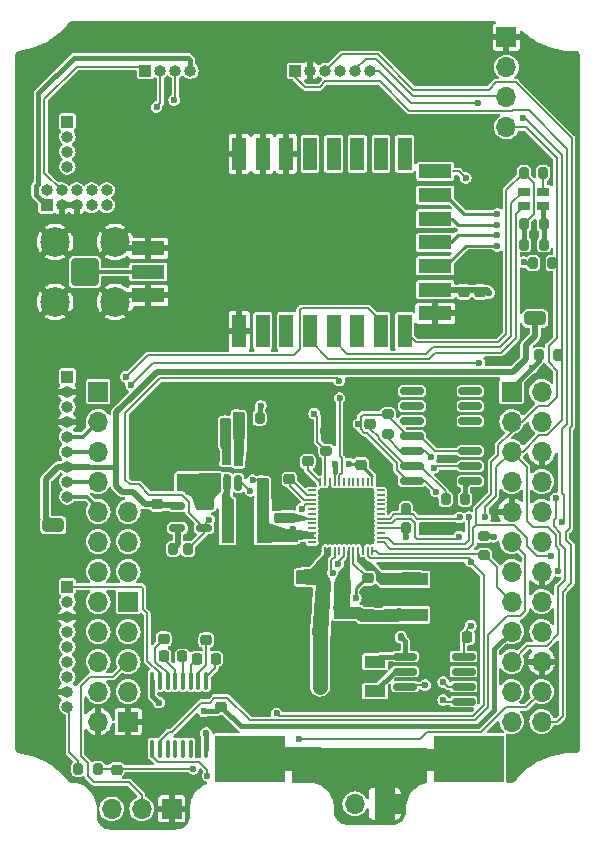
<source format=gtl>
G04 #@! TF.GenerationSoftware,KiCad,Pcbnew,7.0.11-7.0.11~ubuntu23.10.1*
G04 #@! TF.CreationDate,2024-06-16T14:32:52+02:00*
G04 #@! TF.ProjectId,WiRoc_NanoPi,5769526f-635f-44e6-916e-6f50692e6b69,rev?*
G04 #@! TF.SameCoordinates,Original*
G04 #@! TF.FileFunction,Copper,L1,Top*
G04 #@! TF.FilePolarity,Positive*
%FSLAX46Y46*%
G04 Gerber Fmt 4.6, Leading zero omitted, Abs format (unit mm)*
G04 Created by KiCad (PCBNEW 7.0.11-7.0.11~ubuntu23.10.1) date 2024-06-16 14:32:52*
%MOMM*%
%LPD*%
G01*
G04 APERTURE LIST*
G04 Aperture macros list*
%AMRoundRect*
0 Rectangle with rounded corners*
0 $1 Rounding radius*
0 $2 $3 $4 $5 $6 $7 $8 $9 X,Y pos of 4 corners*
0 Add a 4 corners polygon primitive as box body*
4,1,4,$2,$3,$4,$5,$6,$7,$8,$9,$2,$3,0*
0 Add four circle primitives for the rounded corners*
1,1,$1+$1,$2,$3*
1,1,$1+$1,$4,$5*
1,1,$1+$1,$6,$7*
1,1,$1+$1,$8,$9*
0 Add four rect primitives between the rounded corners*
20,1,$1+$1,$2,$3,$4,$5,0*
20,1,$1+$1,$4,$5,$6,$7,0*
20,1,$1+$1,$6,$7,$8,$9,0*
20,1,$1+$1,$8,$9,$2,$3,0*%
G04 Aperture macros list end*
G04 #@! TA.AperFunction,SMDPad,CuDef*
%ADD10RoundRect,0.150000X-0.512500X-0.150000X0.512500X-0.150000X0.512500X0.150000X-0.512500X0.150000X0*%
G04 #@! TD*
G04 #@! TA.AperFunction,SMDPad,CuDef*
%ADD11RoundRect,0.225000X-0.250000X0.225000X-0.250000X-0.225000X0.250000X-0.225000X0.250000X0.225000X0*%
G04 #@! TD*
G04 #@! TA.AperFunction,SMDPad,CuDef*
%ADD12RoundRect,0.200000X-0.200000X-0.275000X0.200000X-0.275000X0.200000X0.275000X-0.200000X0.275000X0*%
G04 #@! TD*
G04 #@! TA.AperFunction,SMDPad,CuDef*
%ADD13RoundRect,0.250000X0.650000X-0.325000X0.650000X0.325000X-0.650000X0.325000X-0.650000X-0.325000X0*%
G04 #@! TD*
G04 #@! TA.AperFunction,SMDPad,CuDef*
%ADD14R,1.200000X2.800000*%
G04 #@! TD*
G04 #@! TA.AperFunction,SMDPad,CuDef*
%ADD15R,2.800000X1.200000*%
G04 #@! TD*
G04 #@! TA.AperFunction,SMDPad,CuDef*
%ADD16R,6.000000X4.000000*%
G04 #@! TD*
G04 #@! TA.AperFunction,ComponentPad*
%ADD17R,1.700000X1.700000*%
G04 #@! TD*
G04 #@! TA.AperFunction,ComponentPad*
%ADD18O,1.700000X1.700000*%
G04 #@! TD*
G04 #@! TA.AperFunction,SMDPad,CuDef*
%ADD19RoundRect,0.200000X0.200000X0.275000X-0.200000X0.275000X-0.200000X-0.275000X0.200000X-0.275000X0*%
G04 #@! TD*
G04 #@! TA.AperFunction,SMDPad,CuDef*
%ADD20RoundRect,0.225000X0.250000X-0.225000X0.250000X0.225000X-0.250000X0.225000X-0.250000X-0.225000X0*%
G04 #@! TD*
G04 #@! TA.AperFunction,SMDPad,CuDef*
%ADD21O,0.700000X0.200000*%
G04 #@! TD*
G04 #@! TA.AperFunction,SMDPad,CuDef*
%ADD22O,0.200000X0.700000*%
G04 #@! TD*
G04 #@! TA.AperFunction,SMDPad,CuDef*
%ADD23R,1.400000X1.400000*%
G04 #@! TD*
G04 #@! TA.AperFunction,SMDPad,CuDef*
%ADD24RoundRect,0.200000X-0.275000X0.200000X-0.275000X-0.200000X0.275000X-0.200000X0.275000X0.200000X0*%
G04 #@! TD*
G04 #@! TA.AperFunction,SMDPad,CuDef*
%ADD25R,3.700000X1.100000*%
G04 #@! TD*
G04 #@! TA.AperFunction,SMDPad,CuDef*
%ADD26RoundRect,0.225000X-0.225000X-0.250000X0.225000X-0.250000X0.225000X0.250000X-0.225000X0.250000X0*%
G04 #@! TD*
G04 #@! TA.AperFunction,SMDPad,CuDef*
%ADD27RoundRect,0.250000X0.262500X0.450000X-0.262500X0.450000X-0.262500X-0.450000X0.262500X-0.450000X0*%
G04 #@! TD*
G04 #@! TA.AperFunction,SMDPad,CuDef*
%ADD28RoundRect,0.225000X0.225000X0.250000X-0.225000X0.250000X-0.225000X-0.250000X0.225000X-0.250000X0*%
G04 #@! TD*
G04 #@! TA.AperFunction,SMDPad,CuDef*
%ADD29R,1.000000X0.720000*%
G04 #@! TD*
G04 #@! TA.AperFunction,SMDPad,CuDef*
%ADD30RoundRect,0.250000X-0.650000X0.325000X-0.650000X-0.325000X0.650000X-0.325000X0.650000X0.325000X0*%
G04 #@! TD*
G04 #@! TA.AperFunction,SMDPad,CuDef*
%ADD31RoundRect,0.100000X-0.100000X0.637500X-0.100000X-0.637500X0.100000X-0.637500X0.100000X0.637500X0*%
G04 #@! TD*
G04 #@! TA.AperFunction,SMDPad,CuDef*
%ADD32RoundRect,0.140000X0.140000X0.170000X-0.140000X0.170000X-0.140000X-0.170000X0.140000X-0.170000X0*%
G04 #@! TD*
G04 #@! TA.AperFunction,ComponentPad*
%ADD33R,1.000000X1.000000*%
G04 #@! TD*
G04 #@! TA.AperFunction,ComponentPad*
%ADD34O,1.000000X1.000000*%
G04 #@! TD*
G04 #@! TA.AperFunction,SMDPad,CuDef*
%ADD35RoundRect,0.150000X-0.825000X-0.150000X0.825000X-0.150000X0.825000X0.150000X-0.825000X0.150000X0*%
G04 #@! TD*
G04 #@! TA.AperFunction,SMDPad,CuDef*
%ADD36R,1.800000X1.000000*%
G04 #@! TD*
G04 #@! TA.AperFunction,SMDPad,CuDef*
%ADD37RoundRect,0.200000X0.275000X-0.200000X0.275000X0.200000X-0.275000X0.200000X-0.275000X-0.200000X0*%
G04 #@! TD*
G04 #@! TA.AperFunction,SMDPad,CuDef*
%ADD38R,1.100000X3.700000*%
G04 #@! TD*
G04 #@! TA.AperFunction,SMDPad,CuDef*
%ADD39RoundRect,0.150000X-0.150000X0.512500X-0.150000X-0.512500X0.150000X-0.512500X0.150000X0.512500X0*%
G04 #@! TD*
G04 #@! TA.AperFunction,ComponentPad*
%ADD40RoundRect,0.200100X-0.949900X0.949900X-0.949900X-0.949900X0.949900X-0.949900X0.949900X0.949900X0*%
G04 #@! TD*
G04 #@! TA.AperFunction,ComponentPad*
%ADD41C,2.500000*%
G04 #@! TD*
G04 #@! TA.AperFunction,ViaPad*
%ADD42C,0.400000*%
G04 #@! TD*
G04 #@! TA.AperFunction,ViaPad*
%ADD43C,0.500000*%
G04 #@! TD*
G04 #@! TA.AperFunction,ViaPad*
%ADD44C,0.600000*%
G04 #@! TD*
G04 #@! TA.AperFunction,Conductor*
%ADD45C,0.203200*%
G04 #@! TD*
G04 #@! TA.AperFunction,Conductor*
%ADD46C,0.508000*%
G04 #@! TD*
G04 #@! TA.AperFunction,Conductor*
%ADD47C,0.381000*%
G04 #@! TD*
G04 #@! TA.AperFunction,Conductor*
%ADD48C,0.254000*%
G04 #@! TD*
G04 #@! TA.AperFunction,Conductor*
%ADD49C,1.300000*%
G04 #@! TD*
G04 #@! TA.AperFunction,Conductor*
%ADD50C,1.000000*%
G04 #@! TD*
G04 #@! TA.AperFunction,Conductor*
%ADD51C,0.300000*%
G04 #@! TD*
G04 #@! TA.AperFunction,Conductor*
%ADD52C,0.350000*%
G04 #@! TD*
G04 APERTURE END LIST*
D10*
G04 #@! TO.P,U5,1,OUT*
G04 #@! TO.N,VDD_5V*
X11271200Y23570400D03*
G04 #@! TO.P,U5,2,GND*
G04 #@! TO.N,GND*
X11271200Y22620400D03*
G04 #@! TO.P,U5,3,ISET*
G04 #@! TO.N,Net-(U5-ISET)*
X11271200Y21670400D03*
G04 #@! TO.P,U5,4,EN*
G04 #@! TO.N,EXTEN*
X13546200Y21670400D03*
G04 #@! TO.P,U5,5,IN*
G04 #@! TO.N,Net-(U10-OUT)*
X13546200Y23570400D03*
G04 #@! TD*
D11*
G04 #@! TO.P,C7,1*
G04 #@! TO.N,GND*
X6120000Y2781600D03*
G04 #@! TO.P,C7,2*
G04 #@! TO.N,PWRON*
X6120000Y1231600D03*
G04 #@! TD*
G04 #@! TO.P,C14,1*
G04 #@! TO.N,VDD_5V*
X9563530Y23714680D03*
G04 #@! TO.P,C14,2*
G04 #@! TO.N,GND*
X9563530Y22164680D03*
G04 #@! TD*
D12*
G04 #@! TO.P,R9,1*
G04 #@! TO.N,GND*
X9252400Y19928000D03*
G04 #@! TO.P,R9,2*
G04 #@! TO.N,Net-(U5-ISET)*
X10902400Y19928000D03*
G04 #@! TD*
D13*
G04 #@! TO.P,C15,1*
G04 #@! TO.N,GND*
X762000Y18972000D03*
G04 #@! TO.P,C15,2*
G04 #@! TO.N,VDD_5V*
X762000Y21922000D03*
G04 #@! TD*
D12*
G04 #@! TO.P,R4,1*
G04 #@! TO.N,ToPWRBTN*
X2882000Y1295400D03*
G04 #@! TO.P,R4,2*
G04 #@! TO.N,PWRON*
X4532000Y1295400D03*
G04 #@! TD*
D14*
G04 #@! TO.P,U1,1,GND*
G04 #@! TO.N,GND*
X16500000Y38364800D03*
G04 #@! TO.P,U1,2,SDA*
G04 #@! TO.N,unconnected-(U1-SDA-Pad2)*
X18500000Y38364800D03*
G04 #@! TO.P,U1,3,SCL*
G04 #@! TO.N,unconnected-(U1-SCL-Pad3)*
X20500000Y38364800D03*
G04 #@! TO.P,U1,4,L1*
G04 #@! TO.N,Net-(D1-K1)*
X22500000Y38364800D03*
G04 #@! TO.P,U1,5,L2*
G04 #@! TO.N,Net-(D1-K2)*
X24500000Y38364800D03*
G04 #@! TO.P,U1,6,SW*
G04 #@! TO.N,unconnected-(U1-SW-Pad6)*
X26500000Y38364800D03*
G04 #@! TO.P,U1,7,RS*
G04 #@! TO.N,LORARS*
X28500000Y38364800D03*
G04 #@! TO.P,U1,8,VCC*
G04 #@! TO.N,Net-(U1-VCC)*
X30500000Y38364800D03*
D15*
G04 #@! TO.P,U1,9,GND*
G04 #@! TO.N,GND*
X33100000Y39864800D03*
G04 #@! TO.P,U1,10,VDD*
G04 #@! TO.N,VDD_5V*
X33100000Y41864800D03*
G04 #@! TO.P,U1,11,EN*
G04 #@! TO.N,LORAEN*
X33100000Y43864800D03*
G04 #@! TO.P,U1,12,RX*
G04 #@! TO.N,UART1_TX*
X33100000Y45864800D03*
G04 #@! TO.P,U1,13,TX*
G04 #@! TO.N,UART1_RX*
X33100000Y47864800D03*
G04 #@! TO.P,U1,14,AU*
G04 #@! TO.N,LORAAUX*
X33100000Y49864800D03*
G04 #@! TO.P,U1,15,MO*
G04 #@! TO.N,LORAMO*
X33100000Y51864800D03*
D14*
G04 #@! TO.P,U1,16,PD0*
G04 #@! TO.N,unconnected-(U1-PD0-Pad16)*
X30500000Y53364800D03*
G04 #@! TO.P,U1,17,PD1*
G04 #@! TO.N,unconnected-(U1-PD1-Pad17)*
X28500000Y53364800D03*
G04 #@! TO.P,U1,18,PD2*
G04 #@! TO.N,unconnected-(U1-PD2-Pad18)*
X26500000Y53364800D03*
G04 #@! TO.P,U1,19,PD3*
G04 #@! TO.N,unconnected-(U1-PD3-Pad19)*
X24500000Y53364800D03*
G04 #@! TO.P,U1,20,PD4*
G04 #@! TO.N,unconnected-(U1-PD4-Pad20)*
X22500000Y53364800D03*
G04 #@! TO.P,U1,21,GND*
G04 #@! TO.N,GND*
X20500000Y53364800D03*
G04 #@! TO.P,U1,22,GND*
X18500000Y53364800D03*
G04 #@! TO.P,U1,23,GND*
X16500000Y53364800D03*
D15*
G04 #@! TO.P,U1,24,GND*
X8800000Y45364800D03*
G04 #@! TO.P,U1,25,ANT*
G04 #@! TO.N,Net-(J9-In)*
X8800000Y43364800D03*
G04 #@! TO.P,U1,26,GND*
G04 #@! TO.N,GND*
X8800000Y41364800D03*
G04 #@! TD*
D16*
G04 #@! TO.P,U6,1,BATM*
G04 #@! TO.N,GND*
X16430000Y62600000D03*
X34930000Y62600000D03*
G04 #@! TD*
G04 #@! TO.P,U7,1,BATP*
G04 #@! TO.N,Net-(SW1-A)*
X17430000Y2100000D03*
X35930000Y2100000D03*
G04 #@! TD*
D17*
G04 #@! TO.P,J6,1,Pin_1*
G04 #@! TO.N,GND*
X10790000Y-2100000D03*
D18*
G04 #@! TO.P,J6,2,Pin_2*
G04 #@! TO.N,Net-(J6-Pin_2)*
X8250000Y-2100000D03*
G04 #@! TO.P,J6,3,Pin_3*
G04 #@! TO.N,Net-(J6-Pin_3)*
X5710000Y-2100000D03*
G04 #@! TD*
D19*
G04 #@! TO.P,R10,1*
G04 #@! TO.N,GND*
X13823400Y19902600D03*
G04 #@! TO.P,R10,2*
G04 #@! TO.N,EXTEN*
X12173400Y19902600D03*
G04 #@! TD*
G04 #@! TO.P,R12,1*
G04 #@! TO.N,SCK*
X43525000Y36300000D03*
G04 #@! TO.P,R12,2*
G04 #@! TO.N,SYS_3.3V*
X41875000Y36300000D03*
G04 #@! TD*
G04 #@! TO.P,R3,1*
G04 #@! TO.N,GND*
X32258700Y21660100D03*
G04 #@! TO.P,R3,2*
G04 #@! TO.N,N_OE*
X30608700Y21660100D03*
G04 #@! TD*
D20*
G04 #@! TO.P,C10,1*
G04 #@! TO.N,GND*
X22021800Y15785800D03*
G04 #@! TO.P,C10,2*
G04 #@! TO.N,BAT*
X22021800Y17335800D03*
G04 #@! TD*
D21*
G04 #@! TO.P,U3,1,SDA*
G04 #@! TO.N,SDA*
X28470200Y20473600D03*
G04 #@! TO.P,U3,2,SCK*
G04 #@! TO.N,SCK*
X28470200Y20873600D03*
G04 #@! TO.P,U3,3,GPIO3*
G04 #@! TO.N,unconnected-(U3-GPIO3-Pad3)*
X28470200Y21273600D03*
G04 #@! TO.P,U3,4,N_OE*
G04 #@! TO.N,N_OE*
X28470200Y21673600D03*
G04 #@! TO.P,U3,5,GPIO2*
G04 #@! TO.N,PWRON*
X28470200Y22073600D03*
G04 #@! TO.P,U3,6,N_VBUSEN*
G04 #@! TO.N,N_VBUSEN*
X28470200Y22473600D03*
G04 #@! TO.P,U3,7,VIN2*
G04 #@! TO.N,unconnected-(U3-VIN2-Pad7)*
X28470200Y22873600D03*
G04 #@! TO.P,U3,8,LX2*
G04 #@! TO.N,unconnected-(U3-LX2-Pad8)*
X28470200Y23273600D03*
G04 #@! TO.P,U3,9,PGIND2*
G04 #@! TO.N,unconnected-(U3-PGIND2-Pad9)*
X28470200Y23673600D03*
G04 #@! TO.P,U3,10,DCDC2*
G04 #@! TO.N,unconnected-(U3-DCDC2-Pad10)*
X28470200Y24073600D03*
G04 #@! TO.P,U3,11,LDO4*
G04 #@! TO.N,unconnected-(U3-LDO4-Pad11)*
X28470200Y24473600D03*
G04 #@! TO.P,U3,12,LDO2*
G04 #@! TO.N,unconnected-(U3-LDO2-Pad12)*
X28470200Y24873600D03*
D22*
G04 #@! TO.P,U3,13,LDO24IN*
G04 #@! TO.N,IPSOUT*
X27770200Y25573600D03*
G04 #@! TO.P,U3,14,VIN3*
G04 #@! TO.N,unconnected-(U3-VIN3-Pad14)*
X27370200Y25573600D03*
G04 #@! TO.P,U3,15,LX3*
G04 #@! TO.N,unconnected-(U3-LX3-Pad15)*
X26970200Y25573600D03*
G04 #@! TO.P,U3,16,PGND3*
G04 #@! TO.N,unconnected-(U3-PGND3-Pad16)*
X26570200Y25573600D03*
G04 #@! TO.P,U3,17,DCDC3*
G04 #@! TO.N,unconnected-(U3-DCDC3-Pad17)*
X26170200Y25573600D03*
G04 #@! TO.P,U3,18,GPIO1*
G04 #@! TO.N,unconnected-(U3-GPIO1-Pad18)*
X25770200Y25573600D03*
G04 #@! TO.P,U3,19,GPIO0*
G04 #@! TO.N,unconnected-(U3-GPIO0-Pad19)*
X25370200Y25573600D03*
G04 #@! TO.P,U3,20,EXTEN*
G04 #@! TO.N,EXTEN*
X24970200Y25573600D03*
G04 #@! TO.P,U3,21,APS*
G04 #@! TO.N,IPSOUT*
X24570200Y25573600D03*
G04 #@! TO.P,U3,22,AGND*
G04 #@! TO.N,GND*
X24170200Y25573600D03*
G04 #@! TO.P,U3,23,BIAS*
G04 #@! TO.N,Net-(U3-BIAS)*
X23770200Y25573600D03*
G04 #@! TO.P,U3,24,VREF*
G04 #@! TO.N,Net-(U3-VREF)*
X23370200Y25573600D03*
D21*
G04 #@! TO.P,U3,25,PWROK*
G04 #@! TO.N,unconnected-(U3-PWROK-Pad25)*
X22670200Y24873600D03*
G04 #@! TO.P,U3,26,VINT*
G04 #@! TO.N,VINT*
X22670200Y24473600D03*
G04 #@! TO.P,U3,27,LDO1SET*
X22670200Y24073600D03*
G04 #@! TO.P,U3,28,LDO1*
G04 #@! TO.N,LDO1*
X22670200Y23673600D03*
G04 #@! TO.P,U3,29,DC3SET*
G04 #@! TO.N,unconnected-(U3-DC3SET-Pad29)*
X22670200Y23273600D03*
G04 #@! TO.P,U3,30,BACKUP*
G04 #@! TO.N,unconnected-(U3-BACKUP-Pad30)*
X22670200Y22873600D03*
G04 #@! TO.P,U3,31,VBUS*
G04 #@! TO.N,VBUS*
X22670200Y22473600D03*
G04 #@! TO.P,U3,32,ACIN*
G04 #@! TO.N,unconnected-(U3-ACIN-Pad32)*
X22670200Y22073600D03*
G04 #@! TO.P,U3,33,ACIN*
G04 #@! TO.N,unconnected-(U3-ACIN-Pad33)*
X22670200Y21673600D03*
G04 #@! TO.P,U3,34,IPSOUT*
G04 #@! TO.N,IPSOUT*
X22670200Y21273600D03*
G04 #@! TO.P,U3,35,ISPOUT*
X22670200Y20873600D03*
G04 #@! TO.P,U3,36,CHGLED*
G04 #@! TO.N,unconnected-(U3-CHGLED-Pad36)*
X22670200Y20473600D03*
D22*
G04 #@! TO.P,U3,37,TS*
G04 #@! TO.N,GND*
X23370200Y19773600D03*
G04 #@! TO.P,U3,38,BAT*
G04 #@! TO.N,BAT*
X23770200Y19773600D03*
G04 #@! TO.P,U3,39,BAT*
X24170200Y19773600D03*
G04 #@! TO.P,U3,40,LDO3IN*
G04 #@! TO.N,IPSOUT*
X24570200Y19773600D03*
G04 #@! TO.P,U3,41,LDO3*
G04 #@! TO.N,unconnected-(U3-LDO3-Pad41)*
X24970200Y19773600D03*
G04 #@! TO.P,U3,42,BATSENCE*
G04 #@! TO.N,BAT*
X25370200Y19773600D03*
G04 #@! TO.P,U3,43,CHSENCE*
G04 #@! TO.N,Net-(U3-CHSENCE)*
X25770200Y19773600D03*
G04 #@! TO.P,U3,44,VIN1*
G04 #@! TO.N,IPSOUT*
X26170200Y19773600D03*
G04 #@! TO.P,U3,45,LX1*
G04 #@! TO.N,Net-(U3-LX1)*
X26570200Y19773600D03*
G04 #@! TO.P,U3,46,PGND1*
G04 #@! TO.N,GND*
X26970200Y19773600D03*
G04 #@! TO.P,U3,47,PWRON*
G04 #@! TO.N,PWRON*
X27370200Y19773600D03*
G04 #@! TO.P,U3,48,IRQ/WAKEUP*
G04 #@! TO.N,IRQ*
X27770200Y19773600D03*
D23*
G04 #@! TO.P,U3,49,EP*
G04 #@! TO.N,GND*
X26970200Y21273600D03*
X26970200Y22673600D03*
X26970200Y24073600D03*
X25570200Y21273600D03*
X25570200Y22673600D03*
X25570200Y24073600D03*
X24170200Y21273600D03*
X24170200Y22673600D03*
X24170200Y24073600D03*
G04 #@! TD*
D24*
G04 #@! TO.P,R2,1*
G04 #@! TO.N,GND*
X23876000Y29882600D03*
G04 #@! TO.P,R2,2*
G04 #@! TO.N,Net-(U3-BIAS)*
X23876000Y28232600D03*
G04 #@! TD*
D20*
G04 #@! TO.P,C5,1*
G04 #@! TO.N,VBUS*
X20726400Y22542200D03*
G04 #@! TO.P,C5,2*
G04 #@! TO.N,GND*
X20726400Y24092200D03*
G04 #@! TD*
D19*
G04 #@! TO.P,R1,1*
G04 #@! TO.N,GND*
X32246700Y23299600D03*
G04 #@! TO.P,R1,2*
G04 #@! TO.N,N_VBUSEN*
X30596700Y23299600D03*
G04 #@! TD*
D25*
G04 #@! TO.P,L1,1,1*
G04 #@! TO.N,Net-(U3-LX1)*
X30632400Y17324200D03*
G04 #@! TO.P,L1,2,2*
G04 #@! TO.N,Net-(U3-CHSENCE)*
X30632400Y14324200D03*
G04 #@! TD*
D11*
G04 #@! TO.P,C4,1*
G04 #@! TO.N,IPSOUT*
X21056600Y20917200D03*
G04 #@! TO.P,C4,2*
G04 #@! TO.N,GND*
X21056600Y19367200D03*
G04 #@! TD*
D20*
G04 #@! TO.P,C11,1*
G04 #@! TO.N,GND*
X27482800Y12814000D03*
G04 #@! TO.P,C11,2*
G04 #@! TO.N,Net-(U3-CHSENCE)*
X27482800Y14364000D03*
G04 #@! TD*
D26*
G04 #@! TO.P,C9,1*
G04 #@! TO.N,BAT*
X23710600Y14935200D03*
G04 #@! TO.P,C9,2*
G04 #@! TO.N,Net-(U3-CHSENCE)*
X25260600Y14935200D03*
G04 #@! TD*
D20*
G04 #@! TO.P,C1,1*
G04 #@! TO.N,IPSOUT*
X26840000Y27055000D03*
G04 #@! TO.P,C1,2*
G04 #@! TO.N,GND*
X26840000Y28605000D03*
G04 #@! TD*
G04 #@! TO.P,C6,1*
G04 #@! TO.N,Net-(U3-VREF)*
X22301200Y27317400D03*
G04 #@! TO.P,C6,2*
G04 #@! TO.N,GND*
X22301200Y28867400D03*
G04 #@! TD*
D27*
G04 #@! TO.P,R5,1*
G04 #@! TO.N,Net-(U3-CHSENCE)*
X25474300Y16687800D03*
G04 #@! TO.P,R5,2*
G04 #@! TO.N,BAT*
X23649300Y16687800D03*
G04 #@! TD*
D28*
G04 #@! TO.P,C3,1*
G04 #@! TO.N,BAT*
X23175000Y9525000D03*
G04 #@! TO.P,C3,2*
G04 #@! TO.N,GND*
X21625000Y9525000D03*
G04 #@! TD*
D19*
G04 #@! TO.P,R11,1*
G04 #@! TO.N,SDA*
X43025000Y44100000D03*
G04 #@! TO.P,R11,2*
G04 #@! TO.N,SYS_3.3V*
X41375000Y44100000D03*
G04 #@! TD*
D11*
G04 #@! TO.P,C18,1*
G04 #@! TO.N,VDD_5V*
X36900000Y41675000D03*
G04 #@! TO.P,C18,2*
G04 #@! TO.N,GND*
X36900000Y40125000D03*
G04 #@! TD*
D19*
G04 #@! TO.P,R6,1*
G04 #@! TO.N,Net-(D1-A1)*
X42272740Y47400500D03*
G04 #@! TO.P,R6,2*
G04 #@! TO.N,Net-(U1-VCC)*
X40622740Y47400500D03*
G04 #@! TD*
G04 #@! TO.P,R13,1*
G04 #@! TO.N,Net-(D1-A2)*
X42242260Y51756600D03*
G04 #@! TO.P,R13,2*
G04 #@! TO.N,Net-(U1-VCC)*
X40592260Y51756600D03*
G04 #@! TD*
G04 #@! TO.P,R14,1*
G04 #@! TO.N,Net-(D1-A1)*
X42282900Y45678380D03*
G04 #@! TO.P,R14,2*
G04 #@! TO.N,Net-(U1-VCC)*
X40632900Y45678380D03*
G04 #@! TD*
D29*
G04 #@! TO.P,D1,1,A1*
G04 #@! TO.N,Net-(D1-A1)*
X42252820Y48964420D03*
G04 #@! TO.P,D1,2,K1*
G04 #@! TO.N,Net-(D1-K1)*
X40652820Y48964420D03*
G04 #@! TO.P,D1,3,K2*
G04 #@! TO.N,Net-(D1-K2)*
X40652820Y50144420D03*
G04 #@! TO.P,D1,4,A2*
G04 #@! TO.N,Net-(D1-A2)*
X42252820Y50144420D03*
G04 #@! TD*
D30*
G04 #@! TO.P,C17,1*
G04 #@! TO.N,GND*
X41560000Y42375000D03*
G04 #@! TO.P,C17,2*
G04 #@! TO.N,VDD_5V*
X41560000Y39425000D03*
G04 #@! TD*
D11*
G04 #@! TO.P,C16,1*
G04 #@! TO.N,VDD_5V*
X35500000Y41675000D03*
G04 #@! TO.P,C16,2*
G04 #@! TO.N,GND*
X35500000Y40125000D03*
G04 #@! TD*
D17*
G04 #@! TO.P,U2,1,GND*
G04 #@! TO.N,GND*
X39128000Y63240000D03*
D18*
G04 #@! TO.P,U2,2,VCC*
G04 #@! TO.N,SYS_3.3V*
X39128000Y60700000D03*
G04 #@! TO.P,U2,3,SCL*
G04 #@! TO.N,SCK*
X39128000Y58160000D03*
G04 #@! TO.P,U2,4,SDA*
G04 #@! TO.N,SDA*
X39128000Y55620000D03*
G04 #@! TD*
D20*
G04 #@! TO.P,C2,1*
G04 #@! TO.N,VINT*
X20751800Y25818800D03*
G04 #@! TO.P,C2,2*
G04 #@! TO.N,GND*
X20751800Y27368800D03*
G04 #@! TD*
G04 #@! TO.P,C8,1*
G04 #@! TO.N,GND*
X27406600Y15887400D03*
G04 #@! TO.P,C8,2*
G04 #@! TO.N,IPSOUT*
X27406600Y17437400D03*
G04 #@! TD*
D17*
G04 #@! TO.P,J7,1,SYS_3.3V*
G04 #@! TO.N,SYS_3.3V*
X39570000Y33235000D03*
D18*
G04 #@! TO.P,J7,2,VDD_5V*
G04 #@! TO.N,VDD_5V*
X42110000Y33235000D03*
G04 #@! TO.P,J7,3,I2C0_SDA*
G04 #@! TO.N,SDA*
X39570000Y30695000D03*
G04 #@! TO.P,J7,4,VCC_5V*
G04 #@! TO.N,VDD_5V*
X42110000Y30695000D03*
G04 #@! TO.P,J7,5,I2C0_SCL*
G04 #@! TO.N,SCK*
X39570000Y28155000D03*
G04 #@! TO.P,J7,6,GND*
G04 #@! TO.N,GND*
X42110000Y28155000D03*
G04 #@! TO.P,J7,7,GPIOG11*
G04 #@! TO.N,unconnected-(J7-GPIOG11-Pad7)*
X39570000Y25615000D03*
G04 #@! TO.P,J7,8,UART1_TX*
G04 #@! TO.N,UART1_TX*
X42110000Y25615000D03*
G04 #@! TO.P,J7,9,GND*
G04 #@! TO.N,GND*
X39570000Y23075000D03*
G04 #@! TO.P,J7,10,UART1_RX*
G04 #@! TO.N,UART1_RX*
X42110000Y23075000D03*
G04 #@! TO.P,J7,11,A0/U2_TX*
G04 #@! TO.N,UART2_TX*
X39570000Y20535000D03*
G04 #@! TO.P,J7,12,GPIOA6*
G04 #@! TO.N,SRR_IRQ*
X42110000Y20535000D03*
G04 #@! TO.P,J7,13,GPIOA2*
G04 #@! TO.N,LORAEN*
X39570000Y17995000D03*
G04 #@! TO.P,J7,14,GND*
G04 #@! TO.N,GND*
X42110000Y17995000D03*
G04 #@! TO.P,J7,15,GPIOA3*
G04 #@! TO.N,IRQ*
X39570000Y15455000D03*
G04 #@! TO.P,J7,16,UART1_RTS*
G04 #@! TO.N,unconnected-(J7-UART1_RTS-Pad16)*
X42110000Y15455000D03*
G04 #@! TO.P,J7,17,SYS_3.3V*
G04 #@! TO.N,SYS_3.3V*
X39570000Y12915000D03*
G04 #@! TO.P,J7,18,UART1_CTS*
G04 #@! TO.N,unconnected-(J7-UART1_CTS-Pad18)*
X42110000Y12915000D03*
G04 #@! TO.P,J7,19,GPIOC0*
G04 #@! TO.N,LORAAUX*
X39570000Y10375000D03*
G04 #@! TO.P,J7,20,GND*
G04 #@! TO.N,GND*
X42110000Y10375000D03*
G04 #@! TO.P,J7,21,GPIOC1*
G04 #@! TO.N,N_VBUSEN*
X39570000Y7835000D03*
G04 #@! TO.P,J7,22,A1/U2_RX*
G04 #@! TO.N,UART2_RX*
X42110000Y7835000D03*
G04 #@! TO.P,J7,23,GPIOC2*
G04 #@! TO.N,unconnected-(J7-GPIOC2-Pad23)*
X39570000Y5295000D03*
G04 #@! TO.P,J7,24,GPIOC3*
G04 #@! TO.N,SRR_NRST*
X42110000Y5295000D03*
D17*
G04 #@! TO.P,J7,31,VDD_5V*
G04 #@! TO.N,unconnected-(J7-VDD_5V-Pad31)*
X4560000Y33235000D03*
D18*
G04 #@! TO.P,J7,32,USB-DP1*
G04 #@! TO.N,USBHost-DP1*
X4560000Y30695000D03*
G04 #@! TO.P,J7,33,USB-DM1*
G04 #@! TO.N,USBHost-DM1*
X4560000Y28155000D03*
G04 #@! TO.P,J7,34,USB-DP2*
G04 #@! TO.N,USBHost-DP2*
X4560000Y25615000D03*
G04 #@! TO.P,J7,35,USB-DM2*
G04 #@! TO.N,USBHost-DM2*
X4560000Y23075000D03*
G04 #@! TO.P,J7,36,GPIOL11*
G04 #@! TO.N,LORARS*
X4560000Y20535000D03*
G04 #@! TO.P,J7,37,GPIOA17*
G04 #@! TO.N,LORAMO*
X4560000Y17995000D03*
G04 #@! TO.P,J7,38,I2S0_LRC*
G04 #@! TO.N,unconnected-(J7-I2S0_LRC-Pad38)*
X4560000Y15455000D03*
G04 #@! TO.P,J7,39,I2S0_BCK*
G04 #@! TO.N,unconnected-(J7-I2S0_BCK-Pad39)*
X4560000Y12915000D03*
G04 #@! TO.P,J7,40,I2S0_SDOUT*
G04 #@! TO.N,unconnected-(J7-I2S0_SDOUT-Pad40)*
X4560000Y10375000D03*
G04 #@! TO.P,J7,41,I2S0_SDIN*
G04 #@! TO.N,unconnected-(J7-I2S0_SDIN-Pad41)*
X4560000Y7835000D03*
G04 #@! TO.P,J7,42,GND*
G04 #@! TO.N,GND*
X4560000Y5295000D03*
D17*
G04 #@! TO.P,J7,51,GND*
X7100000Y5295000D03*
D18*
G04 #@! TO.P,J7,52,VDD_5V*
G04 #@! TO.N,unconnected-(J7-VDD_5V-Pad52)*
X7100000Y7835000D03*
G04 #@! TO.P,J7,53,UART_TXD0*
G04 #@! TO.N,Net-(J6-Pin_2)*
X7100000Y10375000D03*
G04 #@! TO.P,J7,54,UART_RXD0*
G04 #@! TO.N,Net-(J6-Pin_3)*
X7100000Y12915000D03*
D17*
G04 #@! TO.P,J7,61,LineOut-LL*
G04 #@! TO.N,unconnected-(J7-LineOut-LL-Pad61)*
X7100000Y15455000D03*
D18*
G04 #@! TO.P,J7,62,LineOut-LR*
G04 #@! TO.N,unconnected-(J7-LineOut-LR-Pad62)*
X7100000Y17995000D03*
G04 #@! TO.P,J7,63,LineIn-MN*
G04 #@! TO.N,unconnected-(J7-LineIn-MN-Pad63)*
X7100000Y20535000D03*
G04 #@! TO.P,J7,64,LineIn-MP*
G04 #@! TO.N,unconnected-(J7-LineIn-MP-Pad64)*
X7100000Y23075000D03*
G04 #@! TD*
D31*
G04 #@! TO.P,U8,1,C1+*
G04 #@! TO.N,Net-(U8-C1+)*
X13686334Y8731271D03*
G04 #@! TO.P,U8,2,VS+*
G04 #@! TO.N,Net-(U8-VS+)*
X13036334Y8731271D03*
G04 #@! TO.P,U8,3,C1-*
G04 #@! TO.N,Net-(U8-C1-)*
X12386334Y8731271D03*
G04 #@! TO.P,U8,4,C2+*
G04 #@! TO.N,Net-(U8-C2+)*
X11736334Y8731271D03*
G04 #@! TO.P,U8,5,C2-*
G04 #@! TO.N,Net-(U8-C2-)*
X11086334Y8731271D03*
G04 #@! TO.P,U8,6,VS-*
G04 #@! TO.N,Net-(U8-VS-)*
X10436334Y8731271D03*
G04 #@! TO.P,U8,7,T2OUT*
G04 #@! TO.N,Net-(J4-Pin_1)*
X9786334Y8731271D03*
G04 #@! TO.P,U8,8,R2IN*
G04 #@! TO.N,Net-(J4-Pin_2)*
X9136334Y8731271D03*
G04 #@! TO.P,U8,9,R2OUT*
G04 #@! TO.N,UART2_RX*
X9136334Y3006271D03*
G04 #@! TO.P,U8,10,T2IN*
G04 #@! TO.N,UART2_TX*
X9786334Y3006271D03*
G04 #@! TO.P,U8,11,T1IN*
G04 #@! TO.N,unconnected-(U8-T1IN-Pad11)*
X10436334Y3006271D03*
G04 #@! TO.P,U8,12,R1OUT*
G04 #@! TO.N,unconnected-(U8-R1OUT-Pad12)*
X11086334Y3006271D03*
G04 #@! TO.P,U8,13,R1IN*
G04 #@! TO.N,unconnected-(U8-R1IN-Pad13)*
X11736334Y3006271D03*
G04 #@! TO.P,U8,14,T1OUT*
G04 #@! TO.N,unconnected-(U8-T1OUT-Pad14)*
X12386334Y3006271D03*
G04 #@! TO.P,U8,15,GND*
G04 #@! TO.N,GND*
X13036334Y3006271D03*
G04 #@! TO.P,U8,16,VCC*
G04 #@! TO.N,SYS_3.3V*
X13686334Y3006271D03*
G04 #@! TD*
D32*
G04 #@! TO.P,C12,1*
G04 #@! TO.N,Net-(U9-OSCI)*
X30198000Y12446000D03*
G04 #@! TO.P,C12,2*
G04 #@! TO.N,GND*
X29238000Y12446000D03*
G04 #@! TD*
D33*
G04 #@! TO.P,J8,1,Pin_1*
G04 #@! TO.N,SRR_IRQ*
X21250000Y60400000D03*
D34*
G04 #@! TO.P,J8,2,Pin_2*
G04 #@! TO.N,GND*
X22520000Y60400000D03*
G04 #@! TO.P,J8,3,Pin_3*
G04 #@! TO.N,SRR_NRST*
X23790000Y60400000D03*
G04 #@! TO.P,J8,4,Pin_4*
G04 #@! TO.N,Net-(J1-Pin_2)*
X25060000Y60400000D03*
G04 #@! TO.P,J8,5,Pin_5*
G04 #@! TO.N,SCK*
X26330000Y60400000D03*
G04 #@! TO.P,J8,6,Pin_6*
G04 #@! TO.N,SDA*
X27600000Y60400000D03*
G04 #@! TD*
D20*
G04 #@! TO.P,C26,1*
G04 #@! TO.N,Net-(U10-OUT)*
X12851000Y25818800D03*
G04 #@! TO.P,C26,2*
G04 #@! TO.N,GND*
X12851000Y27368800D03*
G04 #@! TD*
D12*
G04 #@! TO.P,R16,1*
G04 #@! TO.N,Net-(U10-FB)*
X16572600Y29514800D03*
G04 #@! TO.P,R16,2*
G04 #@! TO.N,GND*
X18222600Y29514800D03*
G04 #@! TD*
D33*
G04 #@! TO.P,J1,1,Pin_1*
G04 #@! TO.N,SYS_3.3V*
X190000Y49000000D03*
D34*
G04 #@! TO.P,J1,2,Pin_2*
G04 #@! TO.N,Net-(J1-Pin_2)*
X190000Y50270000D03*
G04 #@! TO.P,J1,3,Pin_3*
G04 #@! TO.N,GND*
X1460000Y49000000D03*
G04 #@! TO.P,J1,4,Pin_4*
G04 #@! TO.N,Net-(J1-Pin_4)*
X1460000Y50270000D03*
G04 #@! TO.P,J1,5,Pin_5*
G04 #@! TO.N,GND*
X2730000Y49000000D03*
G04 #@! TO.P,J1,6,Pin_6*
G04 #@! TO.N,unconnected-(J1-Pin_6-Pad6)*
X2730000Y50270000D03*
G04 #@! TO.P,J1,7,Pin_7*
G04 #@! TO.N,Net-(J1-Pin_7)*
X4000000Y49000000D03*
G04 #@! TO.P,J1,8,Pin_8*
G04 #@! TO.N,unconnected-(J1-Pin_8-Pad8)*
X4000000Y50270000D03*
G04 #@! TO.P,J1,9,Pin_9*
G04 #@! TO.N,Net-(J1-Pin_9)*
X5270000Y49000000D03*
G04 #@! TO.P,J1,10,Pin_10*
G04 #@! TO.N,SRR_NRST*
X5270000Y50270000D03*
G04 #@! TD*
D20*
G04 #@! TO.P,C21,1*
G04 #@! TO.N,GND*
X14986505Y4990800D03*
G04 #@! TO.P,C21,2*
G04 #@! TO.N,SYS_3.3V*
X14986505Y6540800D03*
G04 #@! TD*
D35*
G04 #@! TO.P,U9,1,OSCI*
G04 #@! TO.N,Net-(U9-OSCI)*
X30545000Y10795000D03*
G04 #@! TO.P,U9,2,OSCO*
G04 #@! TO.N,Net-(U9-OSCO)*
X30545000Y9525000D03*
G04 #@! TO.P,U9,3,~{INT}*
G04 #@! TO.N,Net-(U4A-C)*
X30545000Y8255000D03*
G04 #@! TO.P,U9,4,VSS*
G04 #@! TO.N,GND*
X30545000Y6985000D03*
G04 #@! TO.P,U9,5,SDA*
G04 #@! TO.N,SDA*
X35495000Y6985000D03*
G04 #@! TO.P,U9,6,SCL*
G04 #@! TO.N,SCK*
X35495000Y8255000D03*
G04 #@! TO.P,U9,7,CLKO*
G04 #@! TO.N,unconnected-(U9-CLKO-Pad7)*
X35495000Y9525000D03*
G04 #@! TO.P,U9,8,VDD*
G04 #@! TO.N,LDO1*
X35495000Y10795000D03*
G04 #@! TD*
D28*
G04 #@! TO.P,C22,1*
G04 #@! TO.N,Net-(U8-C2+)*
X11675000Y10800000D03*
G04 #@! TO.P,C22,2*
G04 #@! TO.N,Net-(U8-C2-)*
X10125000Y10800000D03*
G04 #@! TD*
D19*
G04 #@! TO.P,R15,1*
G04 #@! TO.N,Net-(U10-OUT)*
X18222600Y31013400D03*
G04 #@! TO.P,R15,2*
G04 #@! TO.N,Net-(U10-FB)*
X16572600Y31013400D03*
G04 #@! TD*
D28*
G04 #@! TO.P,C20,1*
G04 #@! TO.N,Net-(U8-C1+)*
X14504505Y10617200D03*
G04 #@! TO.P,C20,2*
G04 #@! TO.N,Net-(U8-C1-)*
X12954505Y10617200D03*
G04 #@! TD*
D36*
G04 #@! TO.P,Y1,1,1*
G04 #@! TO.N,Net-(U9-OSCI)*
X28002000Y10374000D03*
G04 #@! TO.P,Y1,2,2*
G04 #@! TO.N,Net-(U9-OSCO)*
X28002000Y7874000D03*
G04 #@! TD*
D37*
G04 #@! TO.P,R17,1*
G04 #@! TO.N,Net-(U4A-C)*
X29083000Y29655000D03*
G04 #@! TO.P,R17,2*
G04 #@! TO.N,LDO1*
X29083000Y31305000D03*
G04 #@! TD*
D28*
G04 #@! TO.P,C13,1*
G04 #@! TO.N,LDO1*
X35827000Y12446000D03*
G04 #@! TO.P,C13,2*
G04 #@! TO.N,GND*
X34277000Y12446000D03*
G04 #@! TD*
D38*
G04 #@! TO.P,L3,1,1*
G04 #@! TO.N,IPSOUT*
X18518000Y22250400D03*
G04 #@! TO.P,L3,2,2*
G04 #@! TO.N,Net-(U10-LX)*
X15518000Y22250400D03*
G04 #@! TD*
D35*
G04 #@! TO.P,U4,1,C*
G04 #@! TO.N,unconnected-(U4B-C-Pad1)*
X31118000Y33274000D03*
G04 #@! TO.P,U4,2,~{R}*
G04 #@! TO.N,unconnected-(U4B-~{R}-Pad2)*
X31118000Y32004000D03*
G04 #@! TO.P,U4,3,K*
G04 #@! TO.N,unconnected-(U4B-K-Pad3)*
X31118000Y30734000D03*
G04 #@! TO.P,U4,4,VCC*
G04 #@! TO.N,LDO1*
X31118000Y29464000D03*
G04 #@! TO.P,U4,5,C*
G04 #@! TO.N,Net-(U4A-C)*
X31118000Y28194000D03*
G04 #@! TO.P,U4,6,~{R}*
G04 #@! TO.N,Net-(U4A-~{R})*
X31118000Y26924000D03*
G04 #@! TO.P,U4,7,J*
G04 #@! TO.N,LDO1*
X31118000Y25654000D03*
G04 #@! TO.P,U4,8,~{Q}*
G04 #@! TO.N,Net-(U4A-~{Q})*
X36068000Y25654000D03*
G04 #@! TO.P,U4,9,Q*
G04 #@! TO.N,N_OE*
X36068000Y26924000D03*
G04 #@! TO.P,U4,10,K*
G04 #@! TO.N,LDO1*
X36068000Y28194000D03*
G04 #@! TO.P,U4,11,GND*
G04 #@! TO.N,GND*
X36068000Y29464000D03*
G04 #@! TO.P,U4,12,Q*
G04 #@! TO.N,unconnected-(U4B-Q-Pad12)*
X36068000Y30734000D03*
G04 #@! TO.P,U4,13,~{Q}*
G04 #@! TO.N,unconnected-(U4B-~{Q}-Pad13)*
X36068000Y32004000D03*
G04 #@! TO.P,U4,14,J*
G04 #@! TO.N,unconnected-(U4B-J-Pad14)*
X36068000Y33274000D03*
G04 #@! TD*
D19*
G04 #@! TO.P,R7,1*
G04 #@! TO.N,Net-(U4A-~{Q})*
X35623000Y24130000D03*
G04 #@! TO.P,R7,2*
G04 #@! TO.N,Net-(U4A-~{R})*
X33973000Y24130000D03*
G04 #@! TD*
D39*
G04 #@! TO.P,U10,1,FB*
G04 #@! TO.N,Net-(U10-FB)*
X16427400Y27776600D03*
G04 #@! TO.P,U10,2,IN*
G04 #@! TO.N,IPSOUT*
X15477400Y27776600D03*
G04 #@! TO.P,U10,3,GND*
G04 #@! TO.N,GND*
X14527400Y27776600D03*
G04 #@! TO.P,U10,4,OUT*
G04 #@! TO.N,Net-(U10-OUT)*
X14527400Y25501600D03*
G04 #@! TO.P,U10,5,LX*
G04 #@! TO.N,Net-(U10-LX)*
X15477400Y25501600D03*
G04 #@! TO.P,U10,6,EN*
G04 #@! TO.N,EXTEN*
X16427400Y25501600D03*
G04 #@! TD*
D24*
G04 #@! TO.P,R8,1*
G04 #@! TO.N,SYS_3.3V*
X37211000Y21018000D03*
G04 #@! TO.P,R8,2*
G04 #@! TO.N,IRQ*
X37211000Y19368000D03*
G04 #@! TD*
D33*
G04 #@! TO.P,J2,1,Pin_1*
G04 #@! TO.N,Net-(J1-Pin_4)*
X8550000Y60400000D03*
D34*
G04 #@! TO.P,J2,2,Pin_2*
G04 #@! TO.N,Net-(J1-Pin_7)*
X9820000Y60400000D03*
G04 #@! TO.P,J2,3,Pin_3*
G04 #@! TO.N,Net-(J1-Pin_9)*
X11090000Y60400000D03*
G04 #@! TO.P,J2,4,Pin_4*
G04 #@! TO.N,SYS_3.3V*
X12360000Y60400000D03*
G04 #@! TD*
D11*
G04 #@! TO.P,C24,1*
G04 #@! TO.N,GND*
X10109705Y13830600D03*
G04 #@! TO.P,C24,2*
G04 #@! TO.N,Net-(U8-VS-)*
X10109705Y12280600D03*
G04 #@! TD*
D28*
G04 #@! TO.P,C25,1*
G04 #@! TO.N,IPSOUT*
X15327800Y29514800D03*
G04 #@! TO.P,C25,2*
G04 #@! TO.N,GND*
X13777800Y29514800D03*
G04 #@! TD*
D20*
G04 #@! TO.P,C27,1*
G04 #@! TO.N,IPSOUT*
X18515200Y25463200D03*
G04 #@! TO.P,C27,2*
G04 #@! TO.N,GND*
X18515200Y27013200D03*
G04 #@! TD*
D11*
G04 #@! TO.P,C23,1*
G04 #@! TO.N,GND*
X13711334Y13748371D03*
G04 #@! TO.P,C23,2*
G04 #@! TO.N,Net-(U8-VS+)*
X13711334Y12198371D03*
G04 #@! TD*
D20*
G04 #@! TO.P,C19,1*
G04 #@! TO.N,Net-(U4A-~{R})*
X27559000Y30467000D03*
G04 #@! TO.P,C19,2*
G04 #@! TO.N,GND*
X27559000Y32017000D03*
G04 #@! TD*
D17*
G04 #@! TO.P,SW1,1,A*
G04 #@! TO.N,Net-(SW1-A)*
X28830000Y-1670000D03*
D18*
G04 #@! TO.P,SW1,2,B*
G04 #@! TO.N,BAT*
X26290000Y-1670000D03*
G04 #@! TD*
D40*
G04 #@! TO.P,J9,1,In*
G04 #@! TO.N,Net-(J9-In)*
X3450000Y43357800D03*
D41*
G04 #@! TO.P,J9,2,Ext*
G04 #@! TO.N,GND*
X5990000Y45897800D03*
X910000Y45897800D03*
X5990000Y40817800D03*
X910000Y40817800D03*
G04 #@! TD*
D33*
G04 #@! TO.P,J10,1,Pin_1*
G04 #@! TO.N,VBUS*
X1950000Y34505000D03*
D34*
G04 #@! TO.P,J10,2,Pin_2*
G04 #@! TO.N,GND*
X1950000Y33235000D03*
G04 #@! TO.P,J10,3,Pin_3*
G04 #@! TO.N,unconnected-(J10-Pin_3-Pad3)*
X1950000Y31965000D03*
G04 #@! TO.P,J10,4,Pin_4*
G04 #@! TO.N,GND*
X1950000Y30695000D03*
G04 #@! TO.P,J10,5,Pin_5*
G04 #@! TO.N,USBHost-DP1*
X1950000Y29425000D03*
G04 #@! TO.P,J10,6,Pin_6*
G04 #@! TO.N,USBHost-DM1*
X1950000Y28155000D03*
G04 #@! TO.P,J10,7,Pin_7*
G04 #@! TO.N,VDD_5V*
X1950000Y26885000D03*
G04 #@! TO.P,J10,8,Pin_8*
G04 #@! TO.N,USBHost-DP2*
X1950000Y25615000D03*
G04 #@! TO.P,J10,9,Pin_9*
G04 #@! TO.N,USBHost-DM2*
X1950000Y24345000D03*
G04 #@! TD*
D33*
G04 #@! TO.P,J4,1,Pin_1*
G04 #@! TO.N,Net-(J4-Pin_1)*
X1950000Y16725000D03*
D34*
G04 #@! TO.P,J4,2,Pin_2*
G04 #@! TO.N,Net-(J4-Pin_2)*
X1950000Y15455000D03*
G04 #@! TO.P,J4,3,Pin_3*
G04 #@! TO.N,GND*
X1950000Y14185000D03*
G04 #@! TO.P,J4,4,Pin_4*
G04 #@! TO.N,unconnected-(J4-Pin_4-Pad4)*
X1950000Y12915000D03*
G04 #@! TO.P,J4,5,Pin_5*
G04 #@! TO.N,unconnected-(J4-Pin_5-Pad5)*
X1950000Y11645000D03*
G04 #@! TO.P,J4,6,Pin_6*
G04 #@! TO.N,unconnected-(J4-Pin_6-Pad6)*
X1950000Y10375000D03*
G04 #@! TO.P,J4,7,Pin_7*
G04 #@! TO.N,unconnected-(J4-Pin_7-Pad7)*
X1950000Y9105000D03*
G04 #@! TO.P,J4,8,Pin_8*
G04 #@! TO.N,GND*
X1950000Y7835000D03*
G04 #@! TO.P,J4,9,Pin_9*
G04 #@! TO.N,ToPWRBTN*
X1950000Y6565000D03*
G04 #@! TD*
D33*
G04 #@! TO.P,J5,1,Pin_1*
G04 #@! TO.N,unconnected-(J5-Pin_1-Pad1)*
X1950000Y56095000D03*
D34*
G04 #@! TO.P,J5,2,Pin_2*
G04 #@! TO.N,unconnected-(J5-Pin_2-Pad2)*
X1950000Y54825000D03*
G04 #@! TO.P,J5,3,Pin_3*
G04 #@! TO.N,unconnected-(J5-Pin_3-Pad3)*
X1950000Y53555000D03*
G04 #@! TO.P,J5,4,Pin_4*
G04 #@! TO.N,unconnected-(J5-Pin_4-Pad4)*
X1950000Y52285000D03*
G04 #@! TD*
D42*
G04 #@! TO.N,GND*
X24170200Y22677300D03*
X26970200Y21273600D03*
X25652468Y23991332D03*
X26970200Y22677300D03*
X24170200Y21273600D03*
X25570200Y22673600D03*
X24170200Y24073600D03*
X26970200Y24073600D03*
X25570200Y21273600D03*
D43*
X7517000Y2108200D03*
X8890000Y32385000D03*
X16640000Y40570000D03*
X7860000Y3650000D03*
X18520000Y55750000D03*
X24434800Y30683200D03*
X28270200Y15925800D03*
X33147000Y15748000D03*
X3000000Y52250000D03*
X30500000Y61500000D03*
X40640000Y41529000D03*
X43300000Y6200000D03*
X7540000Y47480000D03*
X3440000Y41090000D03*
X762000Y20447000D03*
X34290000Y14224000D03*
X42011600Y2489200D03*
X400000Y2100000D03*
X12749400Y177800D03*
X40850000Y13640000D03*
X7620000Y31115000D03*
X36195000Y39243000D03*
X21251100Y24028400D03*
X15060000Y37270000D03*
X9300000Y13100000D03*
X-670000Y44230000D03*
X29109455Y61813967D03*
X14253803Y4810506D03*
X41148000Y4064000D03*
X24610000Y13190000D03*
X-914400Y48361600D03*
X5620000Y4020000D03*
X20955000Y18313400D03*
X40880000Y29750000D03*
X28956000Y6604000D03*
X-1727200Y7975600D03*
X-670000Y42510000D03*
X27900000Y58500000D03*
X38810000Y19240000D03*
X29200000Y18490000D03*
X36195000Y38227000D03*
X31480000Y13210000D03*
X37592000Y33250000D03*
X24650000Y11500000D03*
X2640000Y39330000D03*
X16530000Y50870000D03*
X32004000Y6604000D03*
X29260800Y55829200D03*
X27559000Y27813000D03*
X44500000Y57000000D03*
X1900000Y1143000D03*
X24280000Y45900000D03*
X8026400Y19278600D03*
X2000000Y57750000D03*
X7620000Y54152800D03*
X3050000Y17500000D03*
X23770000Y32650000D03*
X38235700Y29920000D03*
X12700000Y13000000D03*
X-1800000Y33900000D03*
X8000000Y6800000D03*
X11080000Y45300000D03*
X14600000Y13000000D03*
X21950000Y10980000D03*
X32165100Y24003000D03*
X5760000Y64030000D03*
X32766000Y33280000D03*
X3075000Y15575000D03*
X7493000Y26035000D03*
X20425000Y10800000D03*
X5715000Y34798000D03*
X33225496Y7874000D03*
X27940000Y26924000D03*
X42291000Y37719000D03*
X16530000Y55770000D03*
X9510000Y39720000D03*
X-1700000Y3000000D03*
X2640000Y47460000D03*
X31300000Y63750000D03*
X21945600Y57692100D03*
X11100000Y13100000D03*
X8178800Y21615400D03*
X21844000Y19939000D03*
X-1800000Y26700000D03*
X26416000Y11938000D03*
X29464000Y11684000D03*
X17526000Y30099000D03*
X18570000Y50800000D03*
X38100000Y4572000D03*
X12700000Y32004000D03*
X3650000Y45820000D03*
X44958000Y15646400D03*
X38781395Y24378611D03*
X9906000Y25146000D03*
X28940000Y25820000D03*
X42922697Y14307303D03*
X33840000Y59800000D03*
X40837610Y31822390D03*
X26650000Y33160000D03*
X37592000Y35814000D03*
X-1690000Y59460000D03*
X9720000Y46830000D03*
X2610000Y19710000D03*
X29718000Y13150000D03*
X9144000Y29210000D03*
X44900000Y6300000D03*
X7640000Y39330000D03*
X4020000Y39280000D03*
X25525000Y10850000D03*
X33147000Y21590000D03*
X18288000Y27940000D03*
X-1800000Y30600000D03*
X3429000Y34798000D03*
X44754800Y3251200D03*
X31115000Y40640000D03*
X15060000Y38550000D03*
X39878000Y2438400D03*
X2530000Y63650000D03*
X1130000Y43430000D03*
X25700000Y28360000D03*
X14260000Y59400000D03*
X9042400Y15240000D03*
X21931963Y25972437D03*
X20250000Y61500000D03*
X-1778000Y14020800D03*
X-1625600Y50444400D03*
X20460000Y50780000D03*
X44500000Y61010800D03*
X9460000Y63970000D03*
X19431000Y19608800D03*
X12230000Y63740000D03*
X19750000Y59750000D03*
X29580000Y24080000D03*
D44*
X12100000Y4400000D03*
D43*
X38464200Y42700000D03*
X11030000Y41320000D03*
X28625800Y12598400D03*
X22072600Y14630400D03*
X39800000Y1080000D03*
X20630000Y55750000D03*
X40894000Y5842000D03*
X39497000Y51562000D03*
X25580000Y12970000D03*
X43000000Y9000000D03*
X40513000Y38227000D03*
X20955000Y16586200D03*
X13335000Y28448000D03*
X41090000Y62710000D03*
X18443283Y8231400D03*
X42291000Y41402000D03*
X23651000Y30708600D03*
X35030996Y23301670D03*
X40670000Y61630000D03*
X34290000Y33274000D03*
X45008800Y20878800D03*
X21818600Y18694400D03*
X15000000Y53560000D03*
X10414000Y28956000D03*
X32969200Y18415000D03*
X32766000Y30353000D03*
X33782000Y17526000D03*
X32258000Y38735000D03*
X-1800000Y36900000D03*
X6000000Y59750000D03*
X22174200Y13309600D03*
X34544000Y29210000D03*
X44958000Y11074400D03*
X21750000Y61500000D03*
X-1750000Y56875000D03*
X28575000Y33020000D03*
X33782000Y16256000D03*
X33248600Y13843000D03*
X36050000Y59750000D03*
X18288000Y28575000D03*
X45059600Y22910800D03*
X28960000Y49590000D03*
X33274000Y11938000D03*
X34290000Y38735000D03*
X-1710000Y61610000D03*
X-1800000Y22200000D03*
X4060000Y47540000D03*
X16500000Y59750000D03*
X760000Y62340000D03*
X10668000Y31750000D03*
X37719000Y39497000D03*
X-400000Y38730000D03*
D44*
G04 #@! TO.N,IPSOUT*
X24570000Y27130000D03*
X21082000Y21590000D03*
X17627600Y25730198D03*
X25770000Y27140000D03*
X26365200Y15748000D03*
X24400000Y17890000D03*
X15296800Y30729200D03*
G04 #@! TO.N,BAT*
X24882110Y18620000D03*
X23610000Y18150000D03*
X23350000Y8250000D03*
G04 #@! TO.N,VBUS*
X19862800Y22504400D03*
G04 #@! TO.N,PWRON*
X35105426Y20954500D03*
X36105678Y18833678D03*
X12597000Y1295400D03*
X19659600Y5976900D03*
G04 #@! TO.N,VDD_5V*
X40073580Y35295840D03*
X37678435Y41594394D03*
G04 #@! TO.N,SYS_3.3V*
X40600000Y44200000D03*
X38031700Y20955000D03*
X13486224Y6165291D03*
X41320000Y35250000D03*
X13700000Y4300000D03*
G04 #@! TO.N,SDA*
X33782000Y7112000D03*
X42926000Y19304000D03*
X36703000Y57658000D03*
G04 #@! TO.N,SCK*
X35983900Y22596161D03*
X37338000Y22606000D03*
X33782000Y8636000D03*
X40501844Y56420256D03*
X43495200Y18033996D03*
G04 #@! TO.N,UART1_TX*
X38354000Y46482000D03*
G04 #@! TO.N,UART1_RX*
X38354000Y47371000D03*
G04 #@! TO.N,LORAAUX*
X38354000Y48260000D03*
X43332400Y24180800D03*
G04 #@! TO.N,LORAEN*
X38354000Y45593000D03*
G04 #@! TO.N,N_VBUSEN*
X35153641Y22571395D03*
G04 #@! TO.N,LDO1*
X26594000Y30480000D03*
X33147000Y24765000D03*
X36100280Y13418924D03*
X21793200Y23317196D03*
G04 #@! TO.N,SRR_IRQ*
X43840404Y22199602D03*
G04 #@! TO.N,EXTEN*
X13938200Y22391800D03*
X17443400Y24830200D03*
X24970000Y34151610D03*
X24995594Y32669200D03*
G04 #@! TO.N,Net-(U3-BIAS)*
X22860000Y31369000D03*
G04 #@! TO.N,Net-(U10-OUT)*
X11576000Y25668400D03*
X18332400Y32018400D03*
G04 #@! TO.N,LORARS*
X6920838Y34481162D03*
G04 #@! TO.N,LORAMO*
X36830000Y35687000D03*
X7352707Y33795289D03*
X35687000Y51308000D03*
G04 #@! TO.N,UART2_RX*
X13816200Y703300D03*
X21600008Y3800000D03*
G04 #@! TO.N,Net-(J4-Pin_2)*
X9700000Y6900000D03*
G04 #@! TO.N,N_OE*
X33020000Y26797000D03*
X30607000Y20954994D03*
G04 #@! TO.N,Net-(U4A-C)*
X32258000Y8382000D03*
X32766000Y27686000D03*
G04 #@! TO.N,Net-(J1-Pin_7)*
X9500000Y57315800D03*
G04 #@! TO.N,Net-(J1-Pin_9)*
X11000000Y57907900D03*
G04 #@! TD*
D45*
G04 #@! TO.N,GND*
X24170200Y25573600D02*
X24170200Y24073600D01*
X26970200Y19773600D02*
X26970200Y21273600D01*
X23370200Y20473600D02*
X24170200Y21273600D01*
X23370200Y19813600D02*
X23370200Y20473600D01*
D46*
X6523000Y45364800D02*
X9234000Y45364800D01*
X6537000Y41364800D02*
X5990000Y40817800D01*
X8800000Y41364800D02*
X6537000Y41364800D01*
X23213600Y19773600D02*
X23224090Y19773600D01*
D45*
X13036334Y4836334D02*
X13400000Y5200000D01*
D46*
X5990000Y45897800D02*
X6523000Y45364800D01*
X21120000Y19602500D02*
X23042500Y19602500D01*
D45*
X13036334Y3006271D02*
X13036334Y4836334D01*
D46*
X21130000Y19612500D02*
X21120000Y19602500D01*
D45*
X14777305Y5200000D02*
X14986505Y4990800D01*
X13400000Y5200000D02*
X14777305Y5200000D01*
D46*
X23042500Y19602500D02*
X23213600Y19773600D01*
D45*
G04 #@! TO.N,IPSOUT*
X22710200Y20873600D02*
X21788700Y20873600D01*
X22710200Y21273600D02*
X21388700Y21273600D01*
X21788700Y20873600D02*
X21388700Y21273600D01*
D47*
X24570200Y27129800D02*
X24570200Y26410000D01*
D48*
X26365200Y15748000D02*
X26365200Y16563600D01*
D45*
X17627600Y25730198D02*
X18248202Y25730198D01*
D48*
X26840000Y27042500D02*
X27770200Y26112300D01*
D45*
X18248202Y25730198D02*
X18515200Y25463200D01*
D48*
X25770000Y27140000D02*
X26742500Y27140000D01*
D45*
X26170200Y18669800D02*
X27235000Y17605000D01*
D48*
X26742500Y27140000D02*
X26840000Y27042500D01*
D47*
X24570000Y27130000D02*
X24570200Y27129800D01*
D45*
X24290000Y18000000D02*
X24400000Y17890000D01*
X24570200Y19773600D02*
X24570200Y19220400D01*
X26170200Y19773600D02*
X26170200Y18669800D01*
X24290000Y18940200D02*
X24290000Y18000000D01*
D48*
X26365200Y16563600D02*
X27406600Y17605000D01*
D45*
X24570200Y25573600D02*
X24570200Y26580000D01*
X27235000Y17605000D02*
X27406600Y17605000D01*
X24570200Y19220400D02*
X24290000Y18940200D01*
X15233600Y29510000D02*
X15233600Y30666000D01*
X27770200Y26112300D02*
X27770200Y25573600D01*
G04 #@! TO.N,BAT*
X24170200Y19773600D02*
X24170200Y19523600D01*
X23770200Y19813600D02*
X24170200Y19813600D01*
X25370200Y19773600D02*
X25370200Y19320200D01*
X24882110Y18832110D02*
X24882110Y18620000D01*
X25370200Y19320200D02*
X24882110Y18832110D01*
D49*
X23350000Y13330000D02*
X23350000Y8250000D01*
D45*
G04 #@! TO.N,VBUS*
X22670200Y22473600D02*
X20795000Y22473600D01*
X20795000Y22473600D02*
X20726400Y22542200D01*
G04 #@! TO.N,Net-(U3-VREF)*
X23340399Y25533600D02*
X22301200Y26572799D01*
X22301200Y26572799D02*
X22301200Y27317400D01*
G04 #@! TO.N,PWRON*
X27370200Y19323600D02*
X27573800Y19120000D01*
X34912808Y20761882D02*
X31550228Y20761882D01*
X29795610Y22427210D02*
X29442000Y22073600D01*
X4532000Y1295400D02*
X12597000Y1295400D01*
X36296600Y5791200D02*
X37211000Y6705600D01*
X27370200Y19813600D02*
X27370200Y19323600D01*
X31419120Y20892990D02*
X31419120Y22084648D01*
X37211000Y17728356D02*
X36105678Y18833678D01*
X29442000Y22073600D02*
X28470200Y22073600D01*
X37211000Y6705600D02*
X37211000Y17728356D01*
X31550228Y20761882D02*
X31419120Y20892990D01*
X35105426Y20954500D02*
X34912808Y20761882D01*
X19659600Y5976900D02*
X19845300Y5791200D01*
X19845300Y5791200D02*
X36296600Y5791200D01*
X31419120Y22084648D02*
X31076558Y22427210D01*
X27573800Y19120000D02*
X36010002Y19120000D01*
X31076558Y22427210D02*
X29795610Y22427210D01*
D50*
G04 #@! TO.N,Net-(U3-CHSENCE)*
X24937500Y14940000D02*
X25370000Y14507500D01*
X29886157Y14256157D02*
X30000000Y14370000D01*
X26861343Y14256157D02*
X29886157Y14256157D01*
X25370000Y14507500D02*
X26610000Y14507500D01*
X26610000Y14507500D02*
X26861343Y14256157D01*
D47*
G04 #@! TO.N,Net-(U9-OSCI)*
X30545000Y12099000D02*
X30545000Y10795000D01*
X30545000Y10795000D02*
X28423000Y10795000D01*
X30198000Y12446000D02*
X30545000Y12099000D01*
X28423000Y10795000D02*
X28002000Y10374000D01*
D46*
G04 #@! TO.N,VDD_5V*
X40073580Y35295840D02*
X40767000Y35989260D01*
X9667210Y23611000D02*
X9563530Y23714680D01*
X11271200Y23570400D02*
X11230600Y23611000D01*
X37447829Y41825000D02*
X37678435Y41594394D01*
X6096000Y31467738D02*
X7394262Y32766000D01*
X39686550Y34908810D02*
X9537072Y34908810D01*
X9537072Y34908810D02*
X7394262Y32766000D01*
X33139800Y41825000D02*
X36000000Y41825000D01*
X8543320Y23714680D02*
X7493000Y24765000D01*
D47*
X35960000Y41865000D02*
X36000000Y41825000D01*
D46*
X6096000Y25273000D02*
X6096000Y26924000D01*
X6096000Y26924000D02*
X6096000Y31467738D01*
X36000000Y41825000D02*
X37447829Y41825000D01*
D47*
X6057000Y26885000D02*
X6096000Y26924000D01*
D46*
X7493000Y24765000D02*
X6604000Y24765000D01*
X40073580Y35295840D02*
X39686550Y34908810D01*
X11230600Y23611000D02*
X9667210Y23611000D01*
X127000Y25827000D02*
X1185000Y26885000D01*
D47*
X3810000Y26885000D02*
X6057000Y26885000D01*
D46*
X41560000Y37960000D02*
X41560000Y39425000D01*
X40767000Y37167000D02*
X41560000Y37960000D01*
X1185000Y26885000D02*
X3810000Y26885000D01*
D47*
X35980000Y41805000D02*
X36000000Y41825000D01*
D46*
X6604000Y24765000D02*
X6096000Y25273000D01*
X762000Y21922000D02*
X127000Y22557000D01*
X40767000Y35989260D02*
X40767000Y37167000D01*
X33100000Y41864800D02*
X33139800Y41825000D01*
X127000Y22557000D02*
X127000Y25827000D01*
X9563530Y23714680D02*
X8543320Y23714680D01*
D47*
G04 #@! TO.N,SYS_3.3V*
X41020001Y34950001D02*
X41320000Y35250000D01*
X-703700Y49893700D02*
X190000Y49000000D01*
X41875000Y35805000D02*
X41875000Y36300000D01*
X16637805Y4889500D02*
X14986505Y6540800D01*
X41320000Y35250000D02*
X41875000Y35805000D01*
X38100000Y6299200D02*
X36690300Y4889500D01*
X12151495Y61500000D02*
X2500000Y61500000D01*
X38100000Y11445000D02*
X38100000Y6299200D01*
X14986505Y6540800D02*
X14610996Y6165291D01*
X12360000Y60400000D02*
X12360000Y61291495D01*
X2500000Y61500000D02*
X-500000Y58500000D01*
X39570000Y12915000D02*
X38100000Y11445000D01*
X-500000Y58500000D02*
X-500000Y50843883D01*
X-703700Y50640183D02*
X-703700Y49893700D01*
X13700000Y4300000D02*
X13700000Y3019937D01*
X39570000Y33235000D02*
X39570000Y33500000D01*
X13700000Y3019937D02*
X13686334Y3006271D01*
X12360000Y61291495D02*
X12151495Y61500000D01*
X37968700Y21018000D02*
X38031700Y20955000D01*
X37211000Y21018000D02*
X37968700Y21018000D01*
X-500000Y50843883D02*
X-703700Y50640183D01*
X14610996Y6165291D02*
X13486224Y6165291D01*
X36690300Y4889500D02*
X16637805Y4889500D01*
X39570000Y33500000D02*
X41020001Y34950001D01*
X41375000Y44100000D02*
X40962332Y44100000D01*
G04 #@! TO.N,Net-(D1-A1)*
X42252820Y47420420D02*
X42272740Y47400500D01*
X42252820Y48964420D02*
X42252820Y47420420D01*
X42282900Y45678380D02*
X42282900Y47390340D01*
D45*
G04 #@! TO.N,Net-(D1-K1)*
X39930640Y46167374D02*
X39930640Y48242240D01*
X38663076Y36506300D02*
X39940800Y37784024D01*
X32563076Y36006300D02*
X33063076Y36506300D01*
X39930640Y48242240D02*
X40652820Y48964420D01*
X24058500Y36006300D02*
X32563076Y36006300D01*
X39940800Y37784024D02*
X39940800Y46157214D01*
X22500000Y37564800D02*
X24058500Y36006300D01*
X33063076Y36506300D02*
X38663076Y36506300D01*
X39940800Y46157214D02*
X39930640Y46167374D01*
X22500000Y38364800D02*
X22500000Y37564800D01*
G04 #@! TO.N,Net-(D1-K2)*
X40388620Y50144420D02*
X40652820Y50144420D01*
X39536940Y49168540D02*
X39536940Y45046630D01*
X39547100Y45036470D02*
X39547100Y37947100D01*
X24500000Y37564800D02*
X24500000Y38364800D01*
X32300000Y36400000D02*
X25664800Y36400000D01*
X32900000Y37000000D02*
X32300000Y36400000D01*
X25664800Y36400000D02*
X24500000Y37564800D01*
X39547100Y37947100D02*
X38600000Y37000000D01*
X40652820Y50144420D02*
X40512820Y50144420D01*
X39536940Y45046630D02*
X39547100Y45036470D01*
X40512820Y50144420D02*
X39536940Y49168540D01*
X38600000Y37000000D02*
X32900000Y37000000D01*
G04 #@! TO.N,Net-(D1-A2)*
X42242260Y51756600D02*
X42242260Y50154980D01*
X42242260Y50154980D02*
X42252820Y50144420D01*
D51*
G04 #@! TO.N,USBHost-DM1*
X4560000Y28155000D02*
X1950000Y28155000D01*
G04 #@! TO.N,USBHost-DP1*
X4533000Y30695000D02*
X3263000Y29425000D01*
X4560000Y30695000D02*
X4533000Y30695000D01*
X3263000Y29425000D02*
X1950000Y29425000D01*
D45*
G04 #@! TO.N,SDA*
X43400000Y52993000D02*
X40773000Y55620000D01*
X35909422Y19907422D02*
X36322000Y20320000D01*
X41725826Y19304000D02*
X42926000Y19304000D01*
X36576000Y23292644D02*
X37846000Y24562644D01*
X28470200Y20473600D02*
X28720200Y20473600D01*
X42700000Y37100000D02*
X43400000Y37800000D01*
X40773000Y55620000D02*
X39128000Y55620000D01*
X28720200Y20473600D02*
X29286378Y19907422D01*
X37846000Y24562644D02*
X37846000Y27246000D01*
X36703000Y57658000D02*
X31042000Y57658000D01*
X40894000Y20826174D02*
X40894000Y20135826D01*
X38427899Y27827899D02*
X38427899Y28703209D01*
X35495000Y6985000D02*
X33909000Y6985000D01*
X40894000Y20135826D02*
X41725826Y19304000D01*
X39570000Y30695000D02*
X40476866Y30695000D01*
X40476866Y30695000D02*
X41781866Y32000000D01*
X36322000Y20320000D02*
X36322000Y21678900D01*
X33909000Y6985000D02*
X33782000Y7112000D01*
X41781866Y32000000D02*
X42604067Y32000000D01*
X43400000Y35000000D02*
X42700000Y35700000D01*
X36576000Y21932900D02*
X39787274Y21932900D01*
X38427899Y28703209D02*
X39570000Y29845310D01*
X31042000Y57658000D02*
X28300000Y60400000D01*
X43400000Y32795933D02*
X43400000Y35000000D01*
X42700000Y35700000D02*
X42700000Y37100000D01*
X36322000Y21678900D02*
X36576000Y21932900D01*
X43400000Y37800000D02*
X43400000Y52993000D01*
X36576000Y21932900D02*
X36576000Y23292644D01*
X39570000Y29845310D02*
X39570000Y30695000D01*
X29286378Y19907422D02*
X35909422Y19907422D01*
X37846000Y27246000D02*
X38427899Y27827899D01*
X28300000Y60400000D02*
X27600000Y60400000D01*
X39787274Y21932900D02*
X40894000Y20826174D01*
X42604067Y32000000D02*
X43400000Y32795933D01*
G04 #@! TO.N,SCK*
X40843200Y26881800D02*
X40843200Y22301200D01*
X38239700Y24399568D02*
X38239700Y26824700D01*
X40494826Y28155000D02*
X41880026Y29540200D01*
X31249900Y58250100D02*
X28100000Y61400000D01*
X43853100Y53301900D02*
X40734744Y56420256D01*
X43588800Y19836464D02*
X43588800Y18127596D01*
X29599744Y20362900D02*
X35602900Y20362900D01*
X35602900Y20362900D02*
X35928300Y20688300D01*
X41351200Y21793200D02*
X42605264Y21793200D01*
X29089044Y20873600D02*
X29599744Y20362900D01*
X39128000Y58160000D02*
X39037900Y58250100D01*
X42588334Y29540200D02*
X43853100Y30804966D01*
X39570000Y28155000D02*
X40494826Y28155000D01*
X41880026Y29540200D02*
X42588334Y29540200D01*
X42605264Y21793200D02*
X43287200Y21111264D01*
X34163000Y8255000D02*
X33782000Y8636000D01*
X37338000Y22606000D02*
X37338000Y23497868D01*
X43287200Y21111264D02*
X43287200Y20138064D01*
X39570000Y28155000D02*
X40843200Y26881800D01*
X43287200Y20138064D02*
X43588800Y19836464D01*
X43853100Y30804966D02*
X43853100Y53301900D01*
X39037900Y58250100D02*
X31249900Y58250100D01*
X28470200Y20873600D02*
X29089044Y20873600D01*
X28100000Y61400000D02*
X27215000Y61400000D01*
X43588800Y18127596D02*
X43495200Y18033996D01*
X37338000Y23497868D02*
X38239700Y24399568D01*
X26330000Y60515000D02*
X26330000Y60400000D01*
X35928300Y22540561D02*
X35983900Y22596161D01*
X27215000Y61400000D02*
X26330000Y60515000D01*
X35495000Y8255000D02*
X34163000Y8255000D01*
X40734744Y56420256D02*
X40501844Y56420256D01*
X40843200Y22301200D02*
X41351200Y21793200D01*
X38239700Y26824700D02*
X39570000Y28155000D01*
X35928300Y20688300D02*
X35928300Y22540561D01*
D48*
G04 #@! TO.N,UART1_TX*
X38354000Y46482000D02*
X35052000Y46482000D01*
X34434800Y45864800D02*
X33100000Y45864800D01*
X35052000Y46482000D02*
X34434800Y45864800D01*
G04 #@! TO.N,UART1_RX*
X35052000Y47371000D02*
X34558200Y47864800D01*
X34558200Y47864800D02*
X33100000Y47864800D01*
X38354000Y47371000D02*
X35052000Y47371000D01*
D45*
G04 #@! TO.N,LORAAUX*
X43493600Y16693600D02*
X44100000Y17300000D01*
X43493600Y12665466D02*
X43493600Y16693600D01*
X40895000Y11700000D02*
X42528134Y11700000D01*
X43693600Y21279600D02*
X43129200Y21844000D01*
X44100000Y19900000D02*
X43693600Y20306400D01*
X43129200Y21844000D02*
X43129200Y22352000D01*
D48*
X33955200Y49864800D02*
X33100000Y49864800D01*
D45*
X43129200Y22352000D02*
X43332400Y22555200D01*
D48*
X38354000Y48260000D02*
X35560000Y48260000D01*
D45*
X39570000Y10375000D02*
X40895000Y11700000D01*
X43332400Y22555200D02*
X43332400Y24180800D01*
X42528134Y11700000D02*
X43493600Y12665466D01*
X44100000Y17300000D02*
X44100000Y19900000D01*
D48*
X35560000Y48260000D02*
X33955200Y49864800D01*
D45*
X43693600Y20306400D02*
X43693600Y21279600D01*
D48*
G04 #@! TO.N,LORAEN*
X35687000Y45593000D02*
X33958800Y43864800D01*
X38354000Y45593000D02*
X35687000Y45593000D01*
X33958800Y43864800D02*
X33100000Y43864800D01*
D45*
G04 #@! TO.N,IRQ*
X38354000Y16671000D02*
X38354000Y18352000D01*
X28073400Y19773600D02*
X27770200Y19773600D01*
X39570000Y15455000D02*
X38354000Y16671000D01*
X37192289Y19513711D02*
X28333289Y19513711D01*
X38354000Y18352000D02*
X37192289Y19513711D01*
X28333289Y19513711D02*
X28073400Y19773600D01*
G04 #@! TO.N,N_VBUSEN*
X29647588Y22837988D02*
X31222571Y22837988D01*
X31580559Y22480000D02*
X35062246Y22480000D01*
X31222571Y22837988D02*
X31580559Y22480000D01*
X29283200Y22473600D02*
X29647588Y22837988D01*
X28430200Y22473600D02*
X29283200Y22473600D01*
X35062246Y22480000D02*
X35153641Y22571395D01*
G04 #@! TO.N,LDO1*
X31118000Y29464000D02*
X30480000Y29464000D01*
X29083000Y31168776D02*
X30787776Y29464000D01*
X26791900Y30027810D02*
X27094810Y29724900D01*
X27285390Y29724900D02*
X29850900Y27159390D01*
X26791900Y30607000D02*
X26791900Y30027810D01*
X29850900Y27159390D02*
X29850900Y26590876D01*
X27094810Y29724900D02*
X27285390Y29724900D01*
X29083000Y31305000D02*
X29052900Y31274900D01*
X35827000Y13145644D02*
X36100280Y13418924D01*
X26664900Y30480000D02*
X26791900Y30607000D01*
X35495000Y10795000D02*
X35495000Y12114000D01*
X22670200Y23673600D02*
X22149604Y23673600D01*
X22149604Y23673600D02*
X21793200Y23317196D01*
X29850900Y26590876D02*
X30787776Y25654000D01*
X26791900Y31109900D02*
X26791900Y30607000D01*
D47*
X31118000Y25654000D02*
X30662053Y25654000D01*
X30662053Y29464000D02*
X31118000Y29464000D01*
D45*
X33095356Y28194000D02*
X31825356Y29464000D01*
X29083000Y31305000D02*
X29083000Y31168776D01*
X29083000Y31305000D02*
X28765000Y31305000D01*
X30787776Y29464000D02*
X31118000Y29464000D01*
D47*
X31573947Y29464000D02*
X31118000Y29464000D01*
D45*
X29052900Y31274900D02*
X26956900Y31274900D01*
X31118000Y25654000D02*
X32258000Y25654000D01*
X30787776Y25654000D02*
X31118000Y25654000D01*
X35495000Y12114000D02*
X35827000Y12446000D01*
X31825356Y29464000D02*
X31118000Y29464000D01*
X26956900Y31274900D02*
X26791900Y31109900D01*
X35827000Y12446000D02*
X35827000Y13145644D01*
X26594000Y30480000D02*
X26664900Y30480000D01*
X36068000Y28194000D02*
X33095356Y28194000D01*
X32258000Y25654000D02*
X33147000Y24765000D01*
G04 #@! TO.N,SRR_IRQ*
X30882100Y57017900D02*
X28400000Y59500000D01*
X28400000Y59500000D02*
X23800000Y59500000D01*
X43840404Y22199602D02*
X43992800Y22351998D01*
X23800000Y59500000D02*
X23300000Y59000000D01*
X44246800Y53797200D02*
X40995600Y57048400D01*
X22100000Y59000000D02*
X21250000Y59850000D01*
X39601074Y57017900D02*
X30882100Y57017900D01*
X40995600Y57048400D02*
X39631574Y57048400D01*
X43789600Y24638000D02*
X43789600Y30022800D01*
X21250000Y59850000D02*
X21250000Y60400000D01*
X39631574Y57048400D02*
X39601074Y57017900D01*
X23300000Y59000000D02*
X22100000Y59000000D01*
X44246800Y30480000D02*
X44246800Y53797200D01*
X43992800Y24434800D02*
X43789600Y24638000D01*
X43789600Y30022800D02*
X44246800Y30480000D01*
X43992800Y22351998D02*
X43992800Y24434800D01*
G04 #@! TO.N,EXTEN*
X6858000Y25781000D02*
X6858000Y31439476D01*
X13546200Y21670400D02*
X13716000Y21840200D01*
X8001000Y25400000D02*
X7239000Y25400000D01*
X7239000Y25400000D02*
X6858000Y25781000D01*
X13716000Y22098000D02*
X13867720Y22249720D01*
X11636284Y24511000D02*
X8890000Y24511000D01*
X6858000Y31439476D02*
X9759713Y34341189D01*
X9759713Y34341189D02*
X24780421Y34341189D01*
X24970200Y25573600D02*
X24970200Y26126800D01*
X13716000Y21840200D02*
X13716000Y22098000D01*
X16772000Y25501600D02*
X17443400Y24830200D01*
X25177899Y26334499D02*
X25177899Y27572101D01*
X13508700Y21237900D02*
X13508700Y21670400D01*
X24780421Y34341189D02*
X24970000Y34151610D01*
X25177899Y27572101D02*
X24995594Y27754406D01*
X12173400Y19902600D02*
X13508700Y21237900D01*
X8890000Y24511000D02*
X8001000Y25400000D01*
X13546200Y21670400D02*
X12238500Y22978100D01*
X24995594Y27754406D02*
X24995594Y32669200D01*
X16427400Y25501600D02*
X16772000Y25501600D01*
X12238500Y22978100D02*
X12238500Y23908784D01*
X24970200Y26126800D02*
X25177899Y26334499D01*
X13867720Y22249720D02*
X13867720Y22251120D01*
X12238500Y23908784D02*
X11636284Y24511000D01*
G04 #@! TO.N,Net-(J6-Pin_2)*
X4215000Y152400D02*
X7162800Y152400D01*
X3100000Y2400000D02*
X3681600Y1818400D01*
X3100000Y8300000D02*
X3100000Y2400000D01*
X3900000Y9100000D02*
X3100000Y8300000D01*
X3681600Y685800D02*
X4215000Y152400D01*
X8253600Y-938400D02*
X8253600Y-2098600D01*
X5825000Y9100000D02*
X3900000Y9100000D01*
X3681600Y1818400D02*
X3681600Y685800D01*
X7162800Y152400D02*
X8253600Y-938400D01*
X7100000Y10375000D02*
X5825000Y9100000D01*
G04 #@! TO.N,SRR_NRST*
X44653200Y30327600D02*
X44653200Y54660800D01*
X25183700Y61793700D02*
X23790000Y60400000D01*
X44145200Y20675600D02*
X44145200Y21336000D01*
X43900000Y5800000D02*
X43900000Y16300000D01*
X44600000Y20220800D02*
X44145200Y20675600D01*
X44600000Y17000000D02*
X44600000Y20220800D01*
X44653200Y54660800D02*
X39914000Y59400000D01*
X43900000Y16300000D02*
X44600000Y17000000D01*
X43395000Y5295000D02*
X43900000Y5800000D01*
X31256776Y58800000D02*
X28263076Y61793700D01*
X28263076Y61793700D02*
X25183700Y61793700D01*
X38252826Y59400000D02*
X37652826Y58800000D01*
X42110000Y5295000D02*
X43395000Y5295000D01*
X44500800Y30175200D02*
X44653200Y30327600D01*
X39914000Y59400000D02*
X38252826Y59400000D01*
X44145200Y21336000D02*
X44500800Y21691600D01*
X37652826Y58800000D02*
X31256776Y58800000D01*
X44500800Y21691600D02*
X44500800Y30175200D01*
D51*
G04 #@! TO.N,Net-(J9-In)*
X3457000Y43364800D02*
X8800002Y43364800D01*
X3450000Y43357800D02*
X3457000Y43364800D01*
D52*
X8800000Y43364800D02*
X8800002Y43364800D01*
D45*
G04 #@! TO.N,Net-(U3-LX1)*
X28776100Y17014500D02*
X29457400Y17014500D01*
G04 #@! TO.N,Net-(U3-BIAS)*
X23770200Y28126800D02*
X23876000Y28232600D01*
X23108900Y31120100D02*
X22860000Y31369000D01*
X23876000Y28232600D02*
X23837400Y28232600D01*
X23770200Y25573600D02*
X23770200Y28126800D01*
X23108900Y28999700D02*
X23108900Y31120100D01*
X23876000Y28232600D02*
X23108900Y28999700D01*
G04 #@! TO.N,Net-(U4A-~{R})*
X30643066Y26924000D02*
X31118000Y26924000D01*
X28315900Y29251166D02*
X30643066Y26924000D01*
X33973000Y24776356D02*
X33973000Y24130000D01*
X27559000Y30099000D02*
X28315900Y29342100D01*
X31118000Y26924000D02*
X31825356Y26924000D01*
D47*
X31118000Y26924000D02*
X31697080Y26924000D01*
D45*
X27559000Y30467000D02*
X27559000Y30099000D01*
X31825356Y26924000D02*
X33973000Y24776356D01*
X28315900Y29342100D02*
X28315900Y29251166D01*
G04 #@! TO.N,Net-(U1-VCC)*
X41444920Y48222680D02*
X40622740Y47400500D01*
X38400000Y37400000D02*
X39100000Y38100000D01*
D47*
X40632900Y45678380D02*
X40632900Y47390340D01*
D45*
X41444920Y50903940D02*
X41444920Y48222680D01*
X40592260Y51756600D02*
X41444920Y50903940D01*
X39100000Y38100000D02*
X39100000Y50264340D01*
D47*
X40632900Y47390340D02*
X40622740Y47400500D01*
D45*
X30500000Y38364800D02*
X31464800Y37400000D01*
X31464800Y37400000D02*
X38400000Y37400000D01*
X39100000Y50264340D02*
X40592260Y51756600D01*
D47*
G04 #@! TO.N,Net-(U10-OUT)*
X18222600Y31013400D02*
X18222600Y31838400D01*
D46*
G04 #@! TO.N,Net-(U5-ISET)*
X11308700Y21670400D02*
X11308700Y20334300D01*
X11308700Y20334300D02*
X10902400Y19928000D01*
D45*
G04 #@! TO.N,LORARS*
X27364800Y40300000D02*
X28500000Y39164800D01*
X8749676Y36310000D02*
X21100000Y36310000D01*
X6920838Y34481162D02*
X8749676Y36310000D01*
X21607900Y36817900D02*
X21607900Y40107900D01*
X28500000Y39164800D02*
X28500000Y38364800D01*
X21100000Y36310000D02*
X21607900Y36817900D01*
X21607900Y40107900D02*
X21800000Y40300000D01*
X21800000Y40300000D02*
X27364800Y40300000D01*
G04 #@! TO.N,LORAMO*
X36755600Y35612600D02*
X9170018Y35612600D01*
X35130200Y51864800D02*
X34600000Y51864800D01*
X36830000Y35687000D02*
X36755600Y35612600D01*
X9170018Y35612600D02*
X7352707Y33795289D01*
X35687000Y51308000D02*
X35130200Y51864800D01*
D51*
G04 #@! TO.N,USBHost-DP2*
X4560000Y25615000D02*
X1950000Y25615000D01*
G04 #@! TO.N,USBHost-DM2*
X4560000Y23075000D02*
X4560000Y23380000D01*
X4560000Y23380000D02*
X3595000Y24345000D01*
X3595000Y24345000D02*
X1950000Y24345000D01*
D45*
G04 #@! TO.N,UART2_TX*
X10800000Y4400000D02*
X10538050Y4400000D01*
X14395600Y7295600D02*
X14000000Y6900000D01*
X40235000Y14200000D02*
X39145894Y14200000D01*
X13300000Y6900000D02*
X10800000Y4400000D01*
X36446976Y5384800D02*
X17415200Y5384800D01*
X40724801Y14689801D02*
X40235000Y14200000D01*
X15504400Y7295600D02*
X14395600Y7295600D01*
X37604700Y6542524D02*
X36446976Y5384800D01*
X10538050Y4400000D02*
X9786334Y3648284D01*
X37604700Y12658806D02*
X37604700Y6542524D01*
X17415200Y5384800D02*
X15504400Y7295600D01*
X39570000Y20535000D02*
X40724801Y19380199D01*
X39145894Y14200000D02*
X37604700Y12658806D01*
X9786334Y3648284D02*
X9786334Y3006271D01*
X40724801Y19380199D02*
X40724801Y14689801D01*
X14000000Y6900000D02*
X13300000Y6900000D01*
G04 #@! TO.N,UART2_RX*
X36952833Y4392100D02*
X32392100Y4392100D01*
X32392100Y4392100D02*
X31800000Y3800000D01*
X39075833Y6515100D02*
X36952833Y4392100D01*
X40790100Y6515100D02*
X39075833Y6515100D01*
X9600592Y1900000D02*
X13135400Y1900000D01*
X13135400Y1900000D02*
X13816200Y1219200D01*
X13816200Y1219200D02*
X13816200Y703300D01*
X9136334Y2364258D02*
X9600592Y1900000D01*
X31800000Y3800000D02*
X21600008Y3800000D01*
X42110000Y7835000D02*
X40790100Y6515100D01*
G04 #@! TO.N,Net-(U8-C1+)*
X14461334Y9806271D02*
X14461334Y10623371D01*
X13686334Y9031271D02*
X14461334Y9806271D01*
G04 #@! TO.N,Net-(U8-C1-)*
X12386334Y10098371D02*
X12911334Y10623371D01*
X12386334Y8731271D02*
X12386334Y10098371D01*
G04 #@! TO.N,Net-(U8-C2+)*
X11736334Y8731271D02*
X11736334Y10531271D01*
G04 #@! TO.N,Net-(U8-C2-)*
X11086334Y9631271D02*
X10086334Y10631271D01*
X11086334Y8731271D02*
X11086334Y9631271D01*
G04 #@! TO.N,Net-(U8-VS+)*
X13711334Y10098371D02*
X13711334Y12198371D01*
X13036334Y9423371D02*
X13711334Y10098371D01*
G04 #@! TO.N,Net-(U8-VS-)*
X9373105Y11544000D02*
X10109705Y12280600D01*
X10436334Y9373284D02*
X9776718Y10032900D01*
X9776718Y10032900D02*
X9685810Y10032900D01*
X9685810Y10032900D02*
X9373105Y10345605D01*
X9373105Y10345605D02*
X9373105Y11544000D01*
D47*
G04 #@! TO.N,Net-(J4-Pin_2)*
X9136334Y8731271D02*
X9136334Y7463666D01*
X9136334Y7463666D02*
X9700000Y6900000D01*
D45*
G04 #@! TO.N,N_OE*
X28430200Y21673600D02*
X30670200Y21673600D01*
X30608700Y21660100D02*
X30608700Y20956694D01*
X30608700Y20956694D02*
X30607000Y20954994D01*
X33147000Y26924000D02*
X33020000Y26797000D01*
X36068000Y26924000D02*
X33147000Y26924000D01*
D47*
G04 #@! TO.N,Net-(U4A-~{Q})*
X35623000Y24130000D02*
X35623000Y25209000D01*
X35623000Y25209000D02*
X36068000Y25654000D01*
D45*
G04 #@! TO.N,Net-(U4A-C)*
X32258000Y8382000D02*
X30672000Y8382000D01*
X31118000Y28194000D02*
X32258000Y28194000D01*
X29083000Y29261644D02*
X30150644Y28194000D01*
X30150644Y28194000D02*
X31118000Y28194000D01*
X30672000Y8382000D02*
X30545000Y8255000D01*
X29083000Y29655000D02*
X29083000Y29261644D01*
X32258000Y28194000D02*
X32766000Y27686000D01*
D47*
G04 #@! TO.N,Net-(U9-OSCO)*
X28002000Y7874000D02*
X29653000Y9525000D01*
X29653000Y9525000D02*
X30545000Y9525000D01*
D45*
G04 #@! TO.N,VINT*
X20828000Y25273000D02*
X20828000Y25742600D01*
X20828000Y25742600D02*
X20751800Y25818800D01*
X22670200Y24473600D02*
X22265687Y24473600D01*
X22670200Y24073600D02*
X22027400Y24073600D01*
X22265687Y24473600D02*
X20920487Y25818800D01*
X20920487Y25818800D02*
X20751800Y25818800D01*
X22027400Y24073600D02*
X20828000Y25273000D01*
G04 #@! TO.N,ToPWRBTN*
X2100000Y6415000D02*
X2100000Y2699200D01*
X2100000Y2699200D02*
X2882000Y1917200D01*
X2882000Y1917200D02*
X2882000Y1295400D01*
X1950000Y6565000D02*
X2100000Y6415000D01*
G04 #@! TO.N,Net-(J4-Pin_1)*
X9786334Y9373284D02*
X9786334Y8731271D01*
X8700000Y10459618D02*
X9786334Y9373284D01*
X8700000Y14464800D02*
X8700000Y10459618D01*
X8192400Y16725000D02*
X8318500Y16598900D01*
X1950000Y16725000D02*
X8192400Y16725000D01*
X8318500Y16598900D02*
X8318500Y14846300D01*
X8318500Y14846300D02*
X8700000Y14464800D01*
G04 #@! TO.N,Net-(J1-Pin_4)*
X0Y58000000D02*
X0Y51730000D01*
X0Y51730000D02*
X1460000Y50270000D01*
X8550000Y60400000D02*
X8200000Y60750000D01*
X8200000Y60750000D02*
X2750000Y60750000D01*
X2750000Y60750000D02*
X0Y58000000D01*
G04 #@! TO.N,Net-(J1-Pin_7)*
X9500000Y57315800D02*
X9820000Y57635800D01*
X9820000Y60400000D02*
X9500000Y60080000D01*
X9820000Y57635800D02*
X9820000Y60400000D01*
G04 #@! TO.N,Net-(J1-Pin_9)*
X11090000Y57997900D02*
X11090000Y60400000D01*
X11000000Y57907900D02*
X11090000Y57997900D01*
G04 #@! TD*
G04 #@! TA.AperFunction,Conductor*
G04 #@! TO.N,IPSOUT*
G36*
X18008600Y20497800D02*
G01*
X19024600Y20497800D01*
X19017035Y22108989D01*
X20497800Y21615400D01*
X22258946Y21420447D01*
X22283806Y21414365D01*
X22365803Y21382600D01*
X22365804Y21382600D01*
X22595376Y21382600D01*
X22606268Y21381999D01*
X22718463Y21369580D01*
X22774219Y21344385D01*
X22804519Y21291229D01*
X22806554Y21272949D01*
X22813358Y20891928D01*
X22795493Y20833409D01*
X22746643Y20796567D01*
X22723445Y20791576D01*
X22434788Y20765016D01*
X22425717Y20764600D01*
X22393233Y20764600D01*
X22361866Y20758737D01*
X22352747Y20757468D01*
X21463000Y20675601D01*
X21410890Y20536639D01*
X21372754Y20488792D01*
X21318193Y20472400D01*
X20472381Y20472400D01*
X18084220Y20423662D01*
X18025656Y20441378D01*
X17988689Y20490134D01*
X17983200Y20522641D01*
X17983200Y22376148D01*
X18002107Y22434339D01*
X18008600Y22440808D01*
X18008600Y20497800D01*
G37*
G04 #@! TD.AperFunction*
G04 #@! TD*
G04 #@! TA.AperFunction,Conductor*
G04 #@! TO.N,BAT*
G36*
X24234458Y20015489D02*
G01*
X24272768Y19967782D01*
X24279200Y19932681D01*
X24279200Y19846029D01*
X24277600Y19828759D01*
X24277600Y19382607D01*
X24258693Y19324416D01*
X24248603Y19312603D01*
X24128255Y19192256D01*
X24117918Y19183260D01*
X24110614Y19177744D01*
X24079865Y19144015D01*
X24076713Y19140714D01*
X24063930Y19127930D01*
X24063831Y19127811D01*
X24055460Y19117243D01*
X24036917Y19096902D01*
X24033570Y19088261D01*
X24022935Y19068085D01*
X24017695Y19060436D01*
X24017694Y19060433D01*
X24011395Y19033651D01*
X24007340Y19020556D01*
X23997401Y18994900D01*
X23997400Y18994894D01*
X23997400Y18985631D01*
X23994771Y18962968D01*
X23992649Y18953949D01*
X23996451Y18926699D01*
X23997400Y18913022D01*
X23997400Y18210132D01*
X23984228Y18165269D01*
X23985638Y18164625D01*
X23924044Y18029757D01*
X23924042Y18029749D01*
X23903951Y17890003D01*
X23903951Y17889998D01*
X23924042Y17750252D01*
X23924044Y17750244D01*
X23982695Y17621818D01*
X23982696Y17621816D01*
X24075154Y17515114D01*
X24075157Y17515111D01*
X24103825Y17496687D01*
X24142555Y17449323D01*
X24146923Y17434970D01*
X24254059Y16954974D01*
X24256307Y16928327D01*
X24035745Y12636247D01*
X24013876Y12579104D01*
X23962595Y12545727D01*
X23934453Y12542358D01*
X22786534Y12570447D01*
X22728823Y12590772D01*
X22694081Y12641137D01*
X22690251Y12677051D01*
X23012400Y16840200D01*
X23012399Y16840201D01*
X21403101Y16896291D01*
X21345604Y16917214D01*
X21311386Y16967937D01*
X21307551Y16994607D01*
X21304387Y17496689D01*
X21301234Y17996872D01*
X21319774Y18055179D01*
X21369047Y18091454D01*
X21393140Y18096240D01*
X22560000Y18180000D01*
X23410525Y19209136D01*
X23444675Y19231407D01*
X23443001Y19234770D01*
X23454932Y19240711D01*
X23548605Y19287354D01*
X23621899Y19367754D01*
X23661200Y19469203D01*
X23661200Y19677739D01*
X23663682Y19699770D01*
X23672858Y19739970D01*
X23668306Y19800711D01*
X23663077Y19870494D01*
X23662800Y19877892D01*
X23662800Y19912465D01*
X23681707Y19970656D01*
X23731207Y20006620D01*
X23757018Y20011350D01*
X24175424Y20031566D01*
X24234458Y20015489D01*
G37*
G04 #@! TD.AperFunction*
G04 #@! TD*
G04 #@! TA.AperFunction,Conductor*
G04 #@! TO.N,Net-(SW1-A)*
G36*
X36926784Y2988783D02*
G01*
X36930000Y2974000D01*
X36930000Y1226000D01*
X36909998Y1157879D01*
X36856342Y1111386D01*
X36804000Y1100000D01*
X32422000Y1100000D01*
X32422000Y183394D01*
X32401998Y115273D01*
X32348342Y68780D01*
X32328611Y61687D01*
X32073368Y-6705D01*
X31818977Y-112077D01*
X31818966Y-112083D01*
X31580524Y-249748D01*
X31362071Y-417372D01*
X31362061Y-417381D01*
X31167381Y-612061D01*
X31167372Y-612071D01*
X30999748Y-830524D01*
X30862083Y-1068966D01*
X30862077Y-1068977D01*
X30756705Y-1323368D01*
X30685438Y-1589340D01*
X30649500Y-1862323D01*
X30649500Y-2288777D01*
X30648522Y-2304448D01*
X30625538Y-2487810D01*
X30621082Y-2508744D01*
X30568047Y-2683425D01*
X30560111Y-2703304D01*
X30478274Y-2866490D01*
X30467089Y-2884738D01*
X30358815Y-3031716D01*
X30344702Y-3047808D01*
X30213114Y-3174337D01*
X30196482Y-3187808D01*
X30045373Y-3290242D01*
X30026700Y-3300704D01*
X29860434Y-3376084D01*
X29840259Y-3383234D01*
X29663638Y-3429382D01*
X29642547Y-3433015D01*
X29473858Y-3447474D01*
X29455587Y-3449040D01*
X29444829Y-3449500D01*
X25640746Y-3449500D01*
X25625509Y-3448575D01*
X25447801Y-3426926D01*
X25426851Y-3422543D01*
X25257813Y-3371861D01*
X25237907Y-3363994D01*
X25079886Y-3285431D01*
X25061600Y-3274310D01*
X24919157Y-3170137D01*
X24903016Y-3156081D01*
X24790969Y-3040363D01*
X24780257Y-3029300D01*
X24766730Y-3012716D01*
X24667203Y-2866989D01*
X24656677Y-2848353D01*
X24618978Y-2765964D01*
X24583250Y-2687881D01*
X24576031Y-2667735D01*
X24567730Y-2636412D01*
X24530823Y-2497149D01*
X24527118Y-2476073D01*
X24510999Y-2295406D01*
X24510500Y-2284209D01*
X24510500Y-1843644D01*
X24510500Y-1843637D01*
X24487641Y-1670003D01*
X25243963Y-1670003D01*
X25264060Y-1874064D01*
X25264060Y-1874066D01*
X25323587Y-2070298D01*
X25323589Y-2070304D01*
X25420252Y-2251147D01*
X25550340Y-2409660D01*
X25708853Y-2539748D01*
X25889699Y-2636412D01*
X26085928Y-2695938D01*
X26085932Y-2695938D01*
X26085934Y-2695939D01*
X26289997Y-2716037D01*
X26290000Y-2716037D01*
X26290003Y-2716037D01*
X26494064Y-2695939D01*
X26494066Y-2695939D01*
X26494067Y-2695938D01*
X26494072Y-2695938D01*
X26690301Y-2636412D01*
X26871147Y-2539748D01*
X27029660Y-2409660D01*
X27159748Y-2251147D01*
X27234878Y-2110587D01*
X27284630Y-2059940D01*
X27353867Y-2044230D01*
X27420606Y-2068446D01*
X27463658Y-2124899D01*
X27472000Y-2169984D01*
X27472000Y-2568597D01*
X27478505Y-2629093D01*
X27529555Y-2765964D01*
X27529555Y-2765965D01*
X27617095Y-2882904D01*
X27734034Y-2970444D01*
X27870906Y-3021494D01*
X27931402Y-3027999D01*
X27931415Y-3028000D01*
X27980000Y-3028000D01*
X27980000Y-2520000D01*
X29680000Y-2520000D01*
X29680000Y-3028000D01*
X29728585Y-3028000D01*
X29728597Y-3027999D01*
X29789093Y-3021494D01*
X29925964Y-2970444D01*
X29925965Y-2970444D01*
X30042904Y-2882904D01*
X30130444Y-2765965D01*
X30130444Y-2765964D01*
X30181494Y-2629093D01*
X30187999Y-2568597D01*
X30188000Y-2568585D01*
X30188000Y-2520000D01*
X29680000Y-2520000D01*
X27980000Y-2520000D01*
X27980000Y-1670000D01*
X28425014Y-1670000D01*
X28444835Y-1795148D01*
X28502359Y-1908045D01*
X28591955Y-1997641D01*
X28704852Y-2055165D01*
X28798519Y-2070000D01*
X28861481Y-2070000D01*
X28955148Y-2055165D01*
X29068045Y-1997641D01*
X29157641Y-1908045D01*
X29215165Y-1795148D01*
X29234986Y-1670000D01*
X29215165Y-1544852D01*
X29157641Y-1431955D01*
X29068045Y-1342359D01*
X28955148Y-1284835D01*
X28861481Y-1270000D01*
X28798519Y-1270000D01*
X28704852Y-1284835D01*
X28591955Y-1342359D01*
X28502359Y-1431955D01*
X28444835Y-1544852D01*
X28425014Y-1670000D01*
X27980000Y-1670000D01*
X27980000Y-312000D01*
X29680000Y-312000D01*
X29680000Y-820000D01*
X30188000Y-820000D01*
X30188000Y-771414D01*
X30187999Y-771402D01*
X30181494Y-710906D01*
X30130444Y-574035D01*
X30130444Y-574034D01*
X30042904Y-457095D01*
X29925965Y-369555D01*
X29789093Y-318505D01*
X29728597Y-312000D01*
X29680000Y-312000D01*
X27980000Y-312000D01*
X27931402Y-312000D01*
X27870906Y-318505D01*
X27734035Y-369555D01*
X27734034Y-369555D01*
X27617095Y-457095D01*
X27529555Y-574034D01*
X27529555Y-574035D01*
X27478505Y-710906D01*
X27472000Y-771402D01*
X27472000Y-1170015D01*
X27451998Y-1238136D01*
X27398342Y-1284629D01*
X27328068Y-1294733D01*
X27263488Y-1265239D01*
X27234878Y-1229411D01*
X27159747Y-1088852D01*
X27143427Y-1068966D01*
X27029660Y-930340D01*
X26871147Y-800252D01*
X26817195Y-771414D01*
X26690304Y-703589D01*
X26690298Y-703587D01*
X26494065Y-644060D01*
X26290003Y-623963D01*
X26289997Y-623963D01*
X26085935Y-644060D01*
X26085933Y-644060D01*
X25889701Y-703587D01*
X25889695Y-703589D01*
X25708852Y-800252D01*
X25550340Y-930340D01*
X25420252Y-1088852D01*
X25323589Y-1269695D01*
X25323587Y-1269701D01*
X25264060Y-1465933D01*
X25264060Y-1465935D01*
X25243963Y-1669996D01*
X25243963Y-1670003D01*
X24487641Y-1670003D01*
X24474902Y-1573244D01*
X24404315Y-1309810D01*
X24299947Y-1057844D01*
X24299941Y-1057835D01*
X24299940Y-1057831D01*
X24163583Y-821654D01*
X23997563Y-605293D01*
X23997561Y-605291D01*
X23997559Y-605288D01*
X23997553Y-605282D01*
X23997544Y-605272D01*
X23804727Y-412455D01*
X23804706Y-412436D01*
X23588345Y-246416D01*
X23352168Y-110059D01*
X23352160Y-110055D01*
X23352156Y-110053D01*
X23100190Y-5685D01*
X22836756Y64902D01*
X22836754Y64903D01*
X22836748Y64904D01*
X22566365Y100500D01*
X22566363Y100500D01*
X22445917Y100500D01*
X21064000Y100500D01*
X20995879Y120502D01*
X20949386Y174158D01*
X20938000Y226500D01*
X20938000Y1100000D01*
X18132782Y1100000D01*
X18135268Y1254669D01*
X18135268Y3100000D01*
X19020768Y3100000D01*
X36926784Y2988783D01*
G37*
G04 #@! TD.AperFunction*
G04 #@! TD*
G04 #@! TA.AperFunction,Conductor*
G04 #@! TO.N,Net-(U3-CHSENCE)*
G36*
X25712309Y19813310D02*
G01*
X25815402Y19812079D01*
X25849874Y19797315D01*
X25863815Y19762998D01*
X25853904Y14055898D01*
X25839492Y14021275D01*
X25804982Y14006983D01*
X24597333Y14005058D01*
X24562662Y14019355D01*
X24548255Y14053932D01*
X24540776Y16995661D01*
X24542451Y17008481D01*
X24663881Y17460808D01*
X24684709Y17489320D01*
X24724843Y17515111D01*
X24817303Y17621816D01*
X24875956Y17750247D01*
X24875956Y17750249D01*
X24875957Y17750250D01*
X24896049Y17889999D01*
X24896049Y17890000D01*
X24892390Y17915445D01*
X24901663Y17951779D01*
X24902910Y17953374D01*
X25066710Y18153574D01*
X25085564Y18166057D01*
X25084987Y18167322D01*
X25088169Y18168777D01*
X25088176Y18168778D01*
X25206953Y18245111D01*
X25299413Y18351816D01*
X25358066Y18480247D01*
X25358066Y18480249D01*
X25358067Y18480250D01*
X25378159Y18619999D01*
X25378159Y18620002D01*
X25358067Y18759751D01*
X25343796Y18790999D01*
X25335360Y18809470D01*
X25332739Y18843000D01*
X25339334Y18866619D01*
X25351876Y18888079D01*
X25537696Y19073900D01*
X25545996Y19079871D01*
X25545960Y19079918D01*
X25549580Y19082652D01*
X25549582Y19082655D01*
X25549585Y19082656D01*
X25581158Y19117292D01*
X25582637Y19118841D01*
X25596269Y19132471D01*
X25598192Y19135280D01*
X25602405Y19140598D01*
X25603727Y19142049D01*
X25623282Y19163498D01*
X25628725Y19177550D01*
X25633992Y19187540D01*
X25642501Y19199961D01*
X25642504Y19199965D01*
X25649600Y19230138D01*
X25651598Y19236591D01*
X25662800Y19265504D01*
X25662800Y19280575D01*
X25664102Y19291795D01*
X25667550Y19306453D01*
X25663270Y19337135D01*
X25662800Y19343904D01*
X25662800Y19764312D01*
X25677152Y19798960D01*
X25711800Y19813312D01*
X25712309Y19813310D01*
G37*
G04 #@! TD.AperFunction*
G04 #@! TD*
G04 #@! TA.AperFunction,Conductor*
G04 #@! TO.N,GND*
G36*
X38160003Y64579498D02*
G01*
X38206496Y64525842D01*
X38216600Y64455568D01*
X38187106Y64390988D01*
X38142776Y64358236D01*
X38105522Y64341788D01*
X38026214Y64262480D01*
X38026213Y64262478D01*
X37980909Y64159874D01*
X37978000Y64134799D01*
X37978000Y63494000D01*
X38816314Y63494000D01*
X38800359Y63478045D01*
X38742835Y63365148D01*
X38723014Y63240000D01*
X38742835Y63114852D01*
X38800359Y63001955D01*
X38816314Y62986000D01*
X37978001Y62986000D01*
X37978001Y62345206D01*
X37980909Y62320127D01*
X37980911Y62320122D01*
X38026212Y62217523D01*
X38105520Y62138215D01*
X38105522Y62138214D01*
X38208126Y62092910D01*
X38208125Y62092910D01*
X38233203Y62090001D01*
X38874000Y62090001D01*
X38874000Y62928314D01*
X38889955Y62912359D01*
X39002852Y62854835D01*
X39096519Y62840000D01*
X39159481Y62840000D01*
X39253148Y62854835D01*
X39366045Y62912359D01*
X39382000Y62928314D01*
X39382000Y62090001D01*
X40022789Y62090001D01*
X40022794Y62090002D01*
X40047873Y62092910D01*
X40047878Y62092912D01*
X40150477Y62138213D01*
X40229785Y62217521D01*
X40229786Y62217523D01*
X40275090Y62320127D01*
X40277999Y62345202D01*
X40278000Y62345205D01*
X40278000Y62986000D01*
X39439686Y62986000D01*
X39455641Y63001955D01*
X39513165Y63114852D01*
X39532986Y63240000D01*
X39513165Y63365148D01*
X39455641Y63478045D01*
X39439686Y63494000D01*
X40277999Y63494000D01*
X40277999Y63673046D01*
X40298001Y63741167D01*
X40351657Y63787660D01*
X40421931Y63797764D01*
X40486511Y63768270D01*
X40490569Y63764596D01*
X40636208Y63626765D01*
X40636218Y63626757D01*
X40636221Y63626754D01*
X40916552Y63396752D01*
X40955071Y63365148D01*
X40981359Y63343580D01*
X40981374Y63343568D01*
X41345669Y63085506D01*
X41345676Y63085502D01*
X41345681Y63085498D01*
X41727333Y62853826D01*
X42124410Y62649718D01*
X42534925Y62474197D01*
X42534933Y62474195D01*
X42534936Y62474193D01*
X42563496Y62464306D01*
X42956823Y62328141D01*
X42956827Y62328140D01*
X42956833Y62328138D01*
X43375267Y62215699D01*
X43387991Y62212280D01*
X43826273Y62127195D01*
X44026084Y62102886D01*
X44034605Y62101002D01*
X44044081Y62099501D01*
X44044083Y62099500D01*
X44046286Y62099500D01*
X44061491Y62098580D01*
X44074603Y62096985D01*
X44074607Y62096987D01*
X44083544Y62098253D01*
X44101230Y62099500D01*
X44964648Y62099500D01*
X44986759Y62097545D01*
X45029081Y62090001D01*
X45058040Y62084839D01*
X45088724Y62075200D01*
X45150472Y62046701D01*
X45177708Y62029610D01*
X45221953Y61993212D01*
X45230223Y61986409D01*
X45252252Y61962970D01*
X45292111Y61907888D01*
X45307488Y61879635D01*
X45332104Y61816249D01*
X45339826Y61785024D01*
X45348580Y61708864D01*
X45349392Y61692770D01*
X45348969Y61661558D01*
X45349500Y61657307D01*
X45349500Y3042711D01*
X45348982Y3038570D01*
X45349398Y3007082D01*
X45348504Y2990345D01*
X45339046Y2911859D01*
X45330675Y2879484D01*
X45304097Y2814104D01*
X45287504Y2785070D01*
X45244663Y2728984D01*
X45221016Y2705337D01*
X45164930Y2662496D01*
X45135896Y2645903D01*
X45070516Y2619325D01*
X45038141Y2610954D01*
X44959655Y2601496D01*
X44942918Y2600602D01*
X44911429Y2601018D01*
X44907290Y2600500D01*
X44091486Y2600500D01*
X44074256Y2601684D01*
X44064228Y2603069D01*
X44053978Y2601784D01*
X44051535Y2601478D01*
X44035872Y2600500D01*
X44034082Y2600500D01*
X44025729Y2599178D01*
X44016093Y2597030D01*
X43920523Y2585071D01*
X43816505Y2572055D01*
X43816502Y2572055D01*
X43816485Y2572052D01*
X43379494Y2485776D01*
X43379493Y2485776D01*
X43106874Y2411729D01*
X42949610Y2369014D01*
X42949605Y2369013D01*
X42949604Y2369012D01*
X42528985Y2222348D01*
X42119720Y2046510D01*
X42119704Y2046503D01*
X41723821Y1842369D01*
X41723785Y1842349D01*
X41343206Y1610909D01*
X41343188Y1610897D01*
X40979795Y1353294D01*
X40635375Y1070792D01*
X40311652Y764804D01*
X40311643Y764795D01*
X40010218Y436836D01*
X39896978Y294728D01*
X39887599Y285249D01*
X39873074Y265139D01*
X39863265Y253180D01*
X39815265Y201489D01*
X39791633Y181603D01*
X39765349Y164508D01*
X39739067Y147414D01*
X39711309Y133876D01*
X39651990Y113496D01*
X39621773Y107116D01*
X39551301Y101097D01*
X39535841Y100729D01*
X39509428Y101723D01*
X39498563Y100500D01*
X39247000Y100500D01*
X39178879Y120502D01*
X39132386Y174158D01*
X39121000Y226500D01*
X39121000Y4118811D01*
X39120999Y4118815D01*
X39120279Y4122433D01*
X39114478Y4151601D01*
X39120806Y4222314D01*
X39164360Y4278381D01*
X39231312Y4302001D01*
X39274633Y4296756D01*
X39365924Y4269063D01*
X39365925Y4269063D01*
X39365928Y4269062D01*
X39365931Y4269062D01*
X39365935Y4269061D01*
X39569997Y4248963D01*
X39570000Y4248963D01*
X39570003Y4248963D01*
X39774064Y4269061D01*
X39774066Y4269061D01*
X39774067Y4269062D01*
X39774072Y4269062D01*
X39970301Y4328588D01*
X40151147Y4425252D01*
X40309660Y4555340D01*
X40439748Y4713853D01*
X40536412Y4894699D01*
X40595938Y5090928D01*
X40597473Y5106512D01*
X40616037Y5294997D01*
X40616037Y5295004D01*
X40595939Y5499065D01*
X40595939Y5499067D01*
X40595938Y5499070D01*
X40595938Y5499072D01*
X40536412Y5695301D01*
X40522464Y5721395D01*
X40490763Y5780705D01*
X40439748Y5876147D01*
X40324508Y6016567D01*
X40296755Y6081914D01*
X40308737Y6151892D01*
X40356649Y6204284D01*
X40421908Y6222500D01*
X40724364Y6222500D01*
X40741772Y6221292D01*
X40748969Y6220289D01*
X40748975Y6220287D01*
X40793945Y6222367D01*
X40799763Y6222500D01*
X40817215Y6222500D01*
X40823015Y6223038D01*
X40832639Y6224156D01*
X40858251Y6225339D01*
X40862204Y6227085D01*
X40863854Y6227813D01*
X40891606Y6236407D01*
X40893349Y6236733D01*
X40897630Y6237533D01*
X40919425Y6251030D01*
X40934860Y6259167D01*
X40958324Y6269525D01*
X40962658Y6273860D01*
X40985429Y6291896D01*
X40990636Y6295120D01*
X40990635Y6295120D01*
X40990638Y6295121D01*
X41006095Y6315592D01*
X41017536Y6328739D01*
X41544363Y6855567D01*
X41606674Y6889590D01*
X41677489Y6884526D01*
X41692850Y6877594D01*
X41709699Y6868588D01*
X41905928Y6809062D01*
X41905932Y6809062D01*
X41905934Y6809061D01*
X42109997Y6788963D01*
X42110000Y6788963D01*
X42110003Y6788963D01*
X42314064Y6809061D01*
X42314066Y6809061D01*
X42314067Y6809062D01*
X42314072Y6809062D01*
X42510301Y6868588D01*
X42691147Y6965252D01*
X42849660Y7095340D01*
X42979748Y7253853D01*
X43076412Y7434699D01*
X43135938Y7630928D01*
X43136922Y7640921D01*
X43156037Y7834997D01*
X43156037Y7835004D01*
X43135939Y8039065D01*
X43135939Y8039067D01*
X43135938Y8039070D01*
X43135938Y8039072D01*
X43076412Y8235301D01*
X42979748Y8416147D01*
X42849660Y8574660D01*
X42691147Y8704748D01*
X42666190Y8718088D01*
X42510304Y8801411D01*
X42510298Y8801413D01*
X42427582Y8826505D01*
X42314072Y8860938D01*
X42314071Y8860939D01*
X42314065Y8860940D01*
X42110003Y8881037D01*
X42109997Y8881037D01*
X41905935Y8860940D01*
X41905933Y8860940D01*
X41709701Y8801413D01*
X41709695Y8801411D01*
X41528852Y8704748D01*
X41370340Y8574660D01*
X41240252Y8416148D01*
X41143589Y8235305D01*
X41143587Y8235299D01*
X41084060Y8039067D01*
X41084060Y8039065D01*
X41063963Y7835004D01*
X41063963Y7834997D01*
X41084060Y7630936D01*
X41084060Y7630934D01*
X41143587Y7434702D01*
X41143592Y7434690D01*
X41152591Y7417853D01*
X41167062Y7348347D01*
X41141656Y7282051D01*
X41130564Y7269365D01*
X40705806Y6844605D01*
X40643494Y6810580D01*
X40616710Y6807700D01*
X40311315Y6807700D01*
X40243194Y6827702D01*
X40196701Y6881358D01*
X40186597Y6951632D01*
X40216091Y7016212D01*
X40231375Y7031094D01*
X40309660Y7095340D01*
X40439748Y7253853D01*
X40536412Y7434699D01*
X40595938Y7630928D01*
X40596922Y7640921D01*
X40616037Y7834997D01*
X40616037Y7835004D01*
X40595939Y8039065D01*
X40595939Y8039067D01*
X40595938Y8039070D01*
X40595938Y8039072D01*
X40536412Y8235301D01*
X40439748Y8416147D01*
X40309660Y8574660D01*
X40151147Y8704748D01*
X40126190Y8718088D01*
X39970304Y8801411D01*
X39970298Y8801413D01*
X39887582Y8826505D01*
X39774072Y8860938D01*
X39774071Y8860939D01*
X39774065Y8860940D01*
X39570003Y8881037D01*
X39569997Y8881037D01*
X39365935Y8860940D01*
X39365933Y8860940D01*
X39169701Y8801413D01*
X39169695Y8801411D01*
X38988852Y8704748D01*
X38830340Y8574660D01*
X38717599Y8437285D01*
X38658922Y8397316D01*
X38587950Y8395416D01*
X38527218Y8432187D01*
X38496007Y8495955D01*
X38494200Y8517219D01*
X38494200Y9672764D01*
X38514202Y9740885D01*
X38567858Y9787378D01*
X38638132Y9797482D01*
X38702712Y9767988D01*
X38717599Y9752697D01*
X38821314Y9626320D01*
X38821315Y9626319D01*
X38821317Y9626317D01*
X38981763Y9494642D01*
X39164816Y9396798D01*
X39363439Y9336547D01*
X39363443Y9336547D01*
X39363445Y9336546D01*
X39569997Y9316202D01*
X39570000Y9316202D01*
X39570003Y9316202D01*
X39776554Y9336546D01*
X39776555Y9336547D01*
X39776561Y9336547D01*
X39975184Y9396798D01*
X40158237Y9494642D01*
X40318683Y9626317D01*
X40450358Y9786763D01*
X40548202Y9969816D01*
X40608453Y10168439D01*
X40610098Y10185133D01*
X40628798Y10374998D01*
X40628798Y10375003D01*
X40608454Y10581555D01*
X40608453Y10581557D01*
X40608453Y10581561D01*
X40548202Y10780184D01*
X40543048Y10789825D01*
X40528576Y10859330D01*
X40553978Y10925626D01*
X40565067Y10938310D01*
X40984555Y11357796D01*
X41046867Y11391821D01*
X41073650Y11394700D01*
X41196312Y11394700D01*
X41264433Y11374698D01*
X41310926Y11321042D01*
X41321030Y11250768D01*
X41291536Y11186188D01*
X41281198Y11175585D01*
X41256501Y11153071D01*
X41128060Y10982990D01*
X41033061Y10792204D01*
X40986626Y10629000D01*
X41798314Y10629000D01*
X41782359Y10613045D01*
X41724835Y10500148D01*
X41705014Y10375000D01*
X41724835Y10249852D01*
X41782359Y10136955D01*
X41798314Y10121000D01*
X40986626Y10121000D01*
X41033061Y9957797D01*
X41128060Y9767011D01*
X41256500Y9596930D01*
X41414001Y9453348D01*
X41595204Y9341153D01*
X41595211Y9341150D01*
X41793935Y9264164D01*
X41793933Y9264164D01*
X41856000Y9252562D01*
X41856000Y10063314D01*
X41871955Y10047359D01*
X41984852Y9989835D01*
X42078519Y9975000D01*
X42141481Y9975000D01*
X42235148Y9989835D01*
X42348045Y10047359D01*
X42364000Y10063314D01*
X42364000Y9252562D01*
X42426065Y9264164D01*
X42624788Y9341150D01*
X42624795Y9341153D01*
X42805998Y9453348D01*
X42963499Y9596930D01*
X43091939Y9767011D01*
X43186938Y9957797D01*
X43233374Y10121000D01*
X42421686Y10121000D01*
X42437641Y10136955D01*
X42495165Y10249852D01*
X42514986Y10375000D01*
X42495165Y10500148D01*
X42437641Y10613045D01*
X42421686Y10629000D01*
X43233374Y10629000D01*
X43186938Y10792204D01*
X43091939Y10982990D01*
X42963499Y11153071D01*
X42805997Y11296654D01*
X42805994Y11296655D01*
X42787311Y11308223D01*
X42739923Y11361089D01*
X42728639Y11431183D01*
X42753082Y11491273D01*
X42753725Y11492125D01*
X42765176Y11505285D01*
X43392306Y12132414D01*
X43454617Y12166438D01*
X43525433Y12161373D01*
X43582268Y12118826D01*
X43607079Y12052306D01*
X43607400Y12043317D01*
X43607400Y5973389D01*
X43587398Y5905268D01*
X43570495Y5884294D01*
X43310706Y5624505D01*
X43248394Y5590479D01*
X43221611Y5587600D01*
X43202531Y5587600D01*
X43134410Y5607602D01*
X43087917Y5661258D01*
X43081957Y5677024D01*
X43076414Y5695297D01*
X43076412Y5695301D01*
X43072619Y5702398D01*
X42979748Y5876147D01*
X42849660Y6034660D01*
X42691147Y6164748D01*
X42644632Y6189611D01*
X42510304Y6261411D01*
X42510298Y6261413D01*
X42399178Y6295121D01*
X42314072Y6320938D01*
X42314071Y6320939D01*
X42314065Y6320940D01*
X42110003Y6341037D01*
X42109997Y6341037D01*
X41905935Y6320940D01*
X41905933Y6320940D01*
X41709701Y6261413D01*
X41709695Y6261411D01*
X41528852Y6164748D01*
X41370340Y6034660D01*
X41240252Y5876148D01*
X41143589Y5695305D01*
X41143587Y5695299D01*
X41084060Y5499067D01*
X41084060Y5499065D01*
X41063963Y5295004D01*
X41063963Y5294997D01*
X41084060Y5090936D01*
X41084060Y5090934D01*
X41143587Y4894702D01*
X41143589Y4894696D01*
X41214039Y4762894D01*
X41240252Y4713853D01*
X41370340Y4555340D01*
X41528853Y4425252D01*
X41709699Y4328588D01*
X41905928Y4269062D01*
X41905932Y4269062D01*
X41905934Y4269061D01*
X42109997Y4248963D01*
X42110000Y4248963D01*
X42110003Y4248963D01*
X42314064Y4269061D01*
X42314066Y4269061D01*
X42314067Y4269062D01*
X42314072Y4269062D01*
X42510301Y4328588D01*
X42691147Y4425252D01*
X42849660Y4555340D01*
X42979748Y4713853D01*
X43076412Y4894699D01*
X43076414Y4894704D01*
X43081957Y4912976D01*
X43120872Y4972357D01*
X43185713Y5001273D01*
X43202531Y5002400D01*
X43329264Y5002400D01*
X43346672Y5001192D01*
X43353869Y5000189D01*
X43353875Y5000187D01*
X43398845Y5002267D01*
X43404663Y5002400D01*
X43422115Y5002400D01*
X43427915Y5002938D01*
X43437539Y5004056D01*
X43463151Y5005239D01*
X43467104Y5006985D01*
X43468754Y5007713D01*
X43496506Y5016307D01*
X43498249Y5016633D01*
X43502530Y5017433D01*
X43524325Y5030930D01*
X43539760Y5039067D01*
X43563224Y5049425D01*
X43567558Y5053760D01*
X43590329Y5071796D01*
X43595538Y5075021D01*
X43610993Y5095489D01*
X43622440Y5108643D01*
X44060416Y5546619D01*
X44073579Y5558072D01*
X44079382Y5562454D01*
X44079382Y5562455D01*
X44079385Y5562456D01*
X44109744Y5595760D01*
X44113699Y5599902D01*
X44126070Y5612271D01*
X44126073Y5612276D01*
X44129793Y5616755D01*
X44135806Y5624349D01*
X44153082Y5643298D01*
X44155294Y5649010D01*
X44168843Y5674714D01*
X44172305Y5679766D01*
X44178175Y5704729D01*
X44183337Y5721395D01*
X44192599Y5745302D01*
X44192600Y5745304D01*
X44192600Y5751436D01*
X44195947Y5780284D01*
X44196433Y5782350D01*
X44197351Y5786253D01*
X44195010Y5803035D01*
X44193808Y5811653D01*
X44192600Y5829060D01*
X44192600Y16126612D01*
X44212602Y16194733D01*
X44229500Y16215703D01*
X44760419Y16746623D01*
X44773587Y16758080D01*
X44779378Y16762453D01*
X44779385Y16762456D01*
X44809742Y16795758D01*
X44813720Y16799924D01*
X44826069Y16812271D01*
X44826074Y16812279D01*
X44829795Y16816758D01*
X44835812Y16824355D01*
X44837628Y16826347D01*
X44853082Y16843298D01*
X44855298Y16849020D01*
X44868841Y16874710D01*
X44872304Y16879765D01*
X44878175Y16904730D01*
X44883336Y16921392D01*
X44892600Y16945304D01*
X44892600Y16951440D01*
X44895947Y16980288D01*
X44897350Y16986254D01*
X44893808Y17011646D01*
X44892600Y17029053D01*
X44892600Y20155067D01*
X44893809Y20172478D01*
X44894812Y20179674D01*
X44894813Y20179676D01*
X44892734Y20224647D01*
X44892600Y20230465D01*
X44892600Y20247916D01*
X44892062Y20253720D01*
X44892062Y20253721D01*
X44890944Y20263344D01*
X44889761Y20288951D01*
X44889272Y20290057D01*
X44887286Y20294557D01*
X44878693Y20322306D01*
X44877567Y20328331D01*
X44877566Y20328333D01*
X44864068Y20350132D01*
X44855933Y20365564D01*
X44845575Y20389024D01*
X44841237Y20393362D01*
X44823204Y20416129D01*
X44819978Y20421339D01*
X44799516Y20436791D01*
X44786352Y20448247D01*
X44474705Y20759894D01*
X44440679Y20822206D01*
X44437800Y20848989D01*
X44437800Y21162611D01*
X44457802Y21230732D01*
X44474700Y21251702D01*
X44661221Y21438224D01*
X44674385Y21449677D01*
X44680179Y21454054D01*
X44680185Y21454056D01*
X44710544Y21487360D01*
X44714499Y21491502D01*
X44726870Y21503871D01*
X44726873Y21503876D01*
X44730593Y21508355D01*
X44736606Y21515949D01*
X44753882Y21534898D01*
X44756096Y21540615D01*
X44769638Y21566307D01*
X44773104Y21571365D01*
X44778975Y21596330D01*
X44784136Y21612992D01*
X44786967Y21620298D01*
X44793400Y21636904D01*
X44793400Y21643040D01*
X44796747Y21671888D01*
X44796794Y21672089D01*
X44798150Y21677853D01*
X44794608Y21703246D01*
X44793400Y21720653D01*
X44793400Y29998259D01*
X44813402Y30066380D01*
X44826281Y30083141D01*
X44832583Y30090056D01*
X44832585Y30090056D01*
X44862944Y30123360D01*
X44866899Y30127502D01*
X44879270Y30139871D01*
X44879273Y30139876D01*
X44882993Y30144355D01*
X44889006Y30151949D01*
X44906282Y30170898D01*
X44908496Y30176615D01*
X44922039Y30202309D01*
X44925505Y30207366D01*
X44931376Y30232331D01*
X44936533Y30248987D01*
X44945800Y30272904D01*
X44945800Y30279041D01*
X44949147Y30307889D01*
X44950550Y30313853D01*
X44947008Y30339246D01*
X44945800Y30356653D01*
X44945800Y54595066D01*
X44947009Y54612477D01*
X44948012Y54619673D01*
X44948013Y54619675D01*
X44945934Y54664646D01*
X44945800Y54670464D01*
X44945800Y54687916D01*
X44945262Y54693720D01*
X44945262Y54693721D01*
X44944144Y54703344D01*
X44942961Y54728951D01*
X44942960Y54728954D01*
X44942960Y54728955D01*
X44940483Y54734565D01*
X44931893Y54762304D01*
X44930767Y54768330D01*
X44917264Y54790137D01*
X44909130Y54805570D01*
X44898775Y54829023D01*
X44898773Y54829026D01*
X44894441Y54833358D01*
X44876410Y54856120D01*
X44875695Y54857274D01*
X44873179Y54861338D01*
X44852712Y54876794D01*
X44839549Y54888249D01*
X40167383Y59560416D01*
X40155927Y59573581D01*
X40151544Y59579384D01*
X40151544Y59579385D01*
X40132941Y59596344D01*
X40118268Y59609721D01*
X40114060Y59613740D01*
X40101735Y59626065D01*
X40097269Y59629773D01*
X40089652Y59635808D01*
X40070704Y59653081D01*
X40070700Y59653084D01*
X40064983Y59655298D01*
X40039292Y59668841D01*
X40034238Y59672303D01*
X40034232Y59672306D01*
X40009274Y59678176D01*
X39992609Y59683337D01*
X39968697Y59692600D01*
X39968696Y59692600D01*
X39962559Y59692600D01*
X39933713Y59695947D01*
X39927747Y59697350D01*
X39927743Y59697351D01*
X39916081Y59697890D01*
X39916255Y59701666D01*
X39866582Y59709039D01*
X39813138Y59755775D01*
X39793446Y59823986D01*
X39813758Y59892015D01*
X39839507Y59920808D01*
X39876683Y59951317D01*
X40008358Y60111763D01*
X40106202Y60294816D01*
X40166453Y60493439D01*
X40173959Y60569641D01*
X40186798Y60699998D01*
X40186798Y60700003D01*
X40166454Y60906555D01*
X40166453Y60906557D01*
X40166453Y60906561D01*
X40106202Y61105184D01*
X40008358Y61288237D01*
X39876683Y61448683D01*
X39716237Y61580358D01*
X39533184Y61678202D01*
X39334561Y61738453D01*
X39334560Y61738454D01*
X39334554Y61738455D01*
X39128003Y61758798D01*
X39127997Y61758798D01*
X38921445Y61738455D01*
X38722815Y61678202D01*
X38539762Y61580358D01*
X38379317Y61448683D01*
X38247642Y61288238D01*
X38149798Y61105185D01*
X38089545Y60906555D01*
X38069202Y60700003D01*
X38069202Y60699998D01*
X38089545Y60493446D01*
X38089546Y60493440D01*
X38089547Y60493439D01*
X38149798Y60294816D01*
X38247642Y60111763D01*
X38379317Y59951317D01*
X38410441Y59925774D01*
X38422352Y59915999D01*
X38462320Y59857322D01*
X38464221Y59786351D01*
X38427450Y59725619D01*
X38363682Y59694407D01*
X38342418Y59692600D01*
X38318562Y59692600D01*
X38301154Y59693808D01*
X38293951Y59694813D01*
X38293950Y59694813D01*
X38272212Y59693808D01*
X38248980Y59692734D01*
X38243163Y59692600D01*
X38225713Y59692600D01*
X38219955Y59692067D01*
X38210295Y59690947D01*
X38184678Y59689762D01*
X38184669Y59689760D01*
X38179055Y59687281D01*
X38151329Y59678695D01*
X38145294Y59677567D01*
X38123490Y59664067D01*
X38108059Y59655934D01*
X38084605Y59645578D01*
X38080262Y59641235D01*
X38057506Y59623210D01*
X38052288Y59619980D01*
X38036834Y59599516D01*
X38025383Y59586358D01*
X37568532Y59129505D01*
X37506219Y59095480D01*
X37479436Y59092600D01*
X31430165Y59092600D01*
X31362044Y59112602D01*
X31341070Y59129505D01*
X28516459Y61954116D01*
X28505003Y61967281D01*
X28500620Y61973084D01*
X28500620Y61973085D01*
X28474366Y61997019D01*
X28467344Y62003421D01*
X28463136Y62007440D01*
X28450811Y62019765D01*
X28446345Y62023473D01*
X28438728Y62029508D01*
X28419780Y62046781D01*
X28419776Y62046784D01*
X28414059Y62048998D01*
X28388368Y62062541D01*
X28383314Y62066003D01*
X28383308Y62066006D01*
X28358350Y62071876D01*
X28341685Y62077037D01*
X28317773Y62086300D01*
X28317772Y62086300D01*
X28311635Y62086300D01*
X28282789Y62089647D01*
X28276823Y62091050D01*
X28276822Y62091050D01*
X28251430Y62087508D01*
X28234023Y62086300D01*
X25249435Y62086300D01*
X25232027Y62087508D01*
X25224824Y62088513D01*
X25224823Y62088513D01*
X25203086Y62087508D01*
X25179854Y62086434D01*
X25174037Y62086300D01*
X25156587Y62086300D01*
X25150829Y62085767D01*
X25141169Y62084647D01*
X25115552Y62083462D01*
X25115543Y62083460D01*
X25109929Y62080981D01*
X25082203Y62072395D01*
X25076168Y62071267D01*
X25054364Y62057767D01*
X25038933Y62049634D01*
X25015479Y62039278D01*
X25011136Y62034935D01*
X24988380Y62016910D01*
X24983162Y62013680D01*
X24967705Y61993212D01*
X24956253Y61980054D01*
X24079227Y61103028D01*
X24016915Y61069002D01*
X23959978Y61069784D01*
X23873904Y61091000D01*
X23873903Y61091000D01*
X23706097Y61091000D01*
X23706095Y61091000D01*
X23543170Y61050842D01*
X23543169Y61050842D01*
X23394584Y60972859D01*
X23315768Y60903034D01*
X23251515Y60872834D01*
X23181134Y60882166D01*
X23143120Y60908252D01*
X23021948Y61029424D01*
X22869305Y61125335D01*
X22869303Y61125336D01*
X22774000Y61158685D01*
X22774000Y60602906D01*
X22732129Y60652805D01*
X22632871Y60710112D01*
X22548436Y60725000D01*
X22491564Y60725000D01*
X22407129Y60710112D01*
X22307871Y60652805D01*
X22266000Y60602906D01*
X22266000Y61158684D01*
X22265999Y61158685D01*
X22170698Y61125337D01*
X22026402Y61034670D01*
X21958080Y61015365D01*
X21890167Y61036061D01*
X21889363Y61036593D01*
X21887703Y61037702D01*
X21887703Y61037703D01*
X21824525Y61079918D01*
X21824522Y61079919D01*
X21768814Y61091000D01*
X21768812Y61091000D01*
X20731188Y61091000D01*
X20731185Y61091000D01*
X20675477Y61079919D01*
X20675474Y61079918D01*
X20612296Y61037704D01*
X20570082Y60974526D01*
X20570081Y60974523D01*
X20559000Y60918815D01*
X20559000Y59881186D01*
X20570081Y59825478D01*
X20570082Y59825475D01*
X20612296Y59762297D01*
X20649861Y59737197D01*
X20675475Y59720082D01*
X20731188Y59709000D01*
X20922975Y59709000D01*
X20991096Y59688998D01*
X21021805Y59657771D01*
X21022156Y59658090D01*
X21030018Y59649466D01*
X21030021Y59649462D01*
X21048102Y59635808D01*
X21050483Y59634010D01*
X21063646Y59622555D01*
X21846613Y58839588D01*
X21858065Y58826429D01*
X21862453Y58820618D01*
X21862455Y58820616D01*
X21862456Y58820615D01*
X21895744Y58790269D01*
X21899909Y58786292D01*
X21906180Y58780021D01*
X21912273Y58773928D01*
X21916736Y58770222D01*
X21924354Y58764188D01*
X21943298Y58746918D01*
X21943300Y58746917D01*
X21949010Y58744705D01*
X21974707Y58731160D01*
X21979763Y58727697D01*
X21979766Y58727695D01*
X22004734Y58721823D01*
X22021390Y58716665D01*
X22045304Y58707400D01*
X22051436Y58707400D01*
X22080283Y58704053D01*
X22081162Y58703847D01*
X22086253Y58702649D01*
X22111651Y58706192D01*
X22129059Y58707400D01*
X23234264Y58707400D01*
X23251672Y58706192D01*
X23258869Y58705189D01*
X23258875Y58705187D01*
X23303845Y58707267D01*
X23309663Y58707400D01*
X23327115Y58707400D01*
X23332915Y58707938D01*
X23342539Y58709056D01*
X23368151Y58710239D01*
X23372104Y58711985D01*
X23373754Y58712713D01*
X23401506Y58721307D01*
X23403249Y58721633D01*
X23407530Y58722433D01*
X23429325Y58735930D01*
X23444760Y58744067D01*
X23468224Y58754425D01*
X23472558Y58758760D01*
X23495329Y58776796D01*
X23500536Y58780020D01*
X23500535Y58780020D01*
X23500538Y58780021D01*
X23515995Y58800492D01*
X23527437Y58813640D01*
X23884295Y59170496D01*
X23946607Y59204521D01*
X23973390Y59207400D01*
X28226611Y59207400D01*
X28294732Y59187398D01*
X28315706Y59170495D01*
X30628710Y56857492D01*
X30640162Y56844333D01*
X30644553Y56838518D01*
X30644555Y56838516D01*
X30644556Y56838515D01*
X30677854Y56808160D01*
X30682041Y56804161D01*
X30694370Y56791832D01*
X30698859Y56788104D01*
X30706447Y56782094D01*
X30725398Y56764818D01*
X30731120Y56762602D01*
X30756804Y56749062D01*
X30761860Y56745599D01*
X30761862Y56745598D01*
X30761865Y56745596D01*
X30786831Y56739724D01*
X30803477Y56734570D01*
X30827404Y56725300D01*
X30833541Y56725300D01*
X30862386Y56721954D01*
X30868353Y56720550D01*
X30893744Y56724092D01*
X30911152Y56725300D01*
X38484520Y56725300D01*
X38552641Y56705298D01*
X38599134Y56651642D01*
X38609238Y56581368D01*
X38579744Y56516788D01*
X38551368Y56494129D01*
X38551998Y56493186D01*
X38546854Y56489750D01*
X38388340Y56359660D01*
X38258252Y56201148D01*
X38161589Y56020305D01*
X38161587Y56020299D01*
X38102060Y55824067D01*
X38102060Y55824065D01*
X38081963Y55620004D01*
X38081963Y55619997D01*
X38102060Y55415936D01*
X38102060Y55415934D01*
X38161587Y55219702D01*
X38161589Y55219696D01*
X38199654Y55148482D01*
X38258252Y55038853D01*
X38388340Y54880340D01*
X38546853Y54750252D01*
X38652615Y54693721D01*
X38718662Y54658418D01*
X38727699Y54653588D01*
X38923928Y54594062D01*
X38923932Y54594062D01*
X38923934Y54594061D01*
X39127997Y54573963D01*
X39128000Y54573963D01*
X39128003Y54573963D01*
X39332064Y54594061D01*
X39332066Y54594061D01*
X39332067Y54594062D01*
X39332072Y54594062D01*
X39528301Y54653588D01*
X39709147Y54750252D01*
X39867660Y54880340D01*
X39997748Y55038853D01*
X40094412Y55219699D01*
X40094414Y55219704D01*
X40099957Y55237976D01*
X40138872Y55297357D01*
X40203713Y55326273D01*
X40220531Y55327400D01*
X40599611Y55327400D01*
X40667732Y55307398D01*
X40688706Y55290495D01*
X43070495Y52908706D01*
X43104521Y52846394D01*
X43107400Y52819611D01*
X43107400Y50729437D01*
X43087398Y50661316D01*
X43033742Y50614823D01*
X42963468Y50604719D01*
X42898888Y50634213D01*
X42892305Y50640342D01*
X42890525Y50642122D01*
X42827345Y50684338D01*
X42827342Y50684339D01*
X42771634Y50695420D01*
X42771632Y50695420D01*
X42660860Y50695420D01*
X42592739Y50715422D01*
X42546246Y50769078D01*
X42534860Y50821420D01*
X42534860Y51012740D01*
X42554862Y51080861D01*
X42603655Y51125006D01*
X42674949Y51161331D01*
X42762529Y51248911D01*
X42818759Y51359268D01*
X42833260Y51450826D01*
X42833260Y52062374D01*
X42818759Y52153932D01*
X42779461Y52231058D01*
X42762529Y52264290D01*
X42674949Y52351870D01*
X42564590Y52408100D01*
X42502034Y52418007D01*
X42473034Y52422600D01*
X42011486Y52422600D01*
X41986451Y52418635D01*
X41919929Y52408100D01*
X41809570Y52351870D01*
X41721990Y52264290D01*
X41665760Y52153931D01*
X41651260Y52062373D01*
X41651260Y51450827D01*
X41654474Y51430533D01*
X41645374Y51360122D01*
X41599651Y51305809D01*
X41531823Y51284837D01*
X41463424Y51303865D01*
X41440930Y51321729D01*
X41220165Y51542494D01*
X41186139Y51604806D01*
X41183260Y51631589D01*
X41183260Y52062373D01*
X41180700Y52078540D01*
X41168759Y52153932D01*
X41129461Y52231058D01*
X41112529Y52264290D01*
X41024949Y52351870D01*
X40914590Y52408100D01*
X40852034Y52418007D01*
X40823034Y52422600D01*
X40361486Y52422600D01*
X40336451Y52418635D01*
X40269929Y52408100D01*
X40159570Y52351870D01*
X40071990Y52264290D01*
X40015760Y52153931D01*
X40001260Y52062373D01*
X40001260Y51631590D01*
X39981258Y51563469D01*
X39964355Y51542495D01*
X38939585Y50517726D01*
X38926432Y50506278D01*
X38920615Y50501885D01*
X38890288Y50468618D01*
X38886275Y50464415D01*
X38873926Y50452065D01*
X38870246Y50447634D01*
X38864196Y50439997D01*
X38846920Y50421046D01*
X38846915Y50421039D01*
X38844701Y50415322D01*
X38831165Y50389642D01*
X38827696Y50384578D01*
X38827693Y50384573D01*
X38821822Y50359610D01*
X38816664Y50342951D01*
X38807400Y50319035D01*
X38807400Y50312902D01*
X38804055Y50284060D01*
X38802650Y50278087D01*
X38806192Y50252696D01*
X38807400Y50235288D01*
X38807400Y48798120D01*
X38787398Y48729999D01*
X38733742Y48683506D01*
X38663468Y48673402D01*
X38613281Y48692121D01*
X38565399Y48722892D01*
X38565396Y48722894D01*
X38426421Y48763700D01*
X38281579Y48763700D01*
X38142606Y48722895D01*
X38142599Y48722892D01*
X38020755Y48644588D01*
X38020754Y48644587D01*
X38011743Y48634187D01*
X37952016Y48595804D01*
X37916519Y48590700D01*
X35749170Y48590700D01*
X35681049Y48610702D01*
X35660075Y48627605D01*
X34740605Y49547075D01*
X34706579Y49609387D01*
X34703700Y49636170D01*
X34703700Y50484860D01*
X34703700Y50484864D01*
X34691881Y50544280D01*
X34646860Y50611660D01*
X34579480Y50656681D01*
X34579479Y50656682D01*
X34520064Y50668500D01*
X31679936Y50668500D01*
X31679935Y50668500D01*
X31620520Y50656682D01*
X31553140Y50611660D01*
X31508118Y50544280D01*
X31496300Y50484865D01*
X31496300Y49244736D01*
X31508118Y49185321D01*
X31511445Y49180342D01*
X31553140Y49117940D01*
X31620520Y49072919D01*
X31679936Y49061100D01*
X34239030Y49061100D01*
X34307151Y49041098D01*
X34328125Y49024195D01*
X34468725Y48883595D01*
X34502751Y48821283D01*
X34497686Y48750468D01*
X34455139Y48693632D01*
X34388619Y48668821D01*
X34379630Y48668500D01*
X31679935Y48668500D01*
X31620520Y48656682D01*
X31553140Y48611660D01*
X31508118Y48544280D01*
X31496300Y48484865D01*
X31496300Y47244736D01*
X31508118Y47185321D01*
X31508119Y47185320D01*
X31553140Y47117940D01*
X31620520Y47072919D01*
X31679936Y47061100D01*
X31679941Y47061100D01*
X34520059Y47061100D01*
X34520064Y47061100D01*
X34579480Y47072919D01*
X34646860Y47117940D01*
X34646864Y47117947D01*
X34650644Y47121725D01*
X34712955Y47155752D01*
X34783771Y47150690D01*
X34827083Y47120109D01*
X34827704Y47120848D01*
X34836146Y47113764D01*
X34836150Y47113762D01*
X34836151Y47113761D01*
X34869384Y47094574D01*
X34878645Y47088673D01*
X34910084Y47066660D01*
X34915008Y47064364D01*
X34932043Y47057307D01*
X34937148Y47055449D01*
X34951475Y47052924D01*
X34964727Y47050587D01*
X35028340Y47019062D01*
X35064811Y46958150D01*
X35062561Y46887189D01*
X35022304Y46828709D01*
X34964732Y46802416D01*
X34937153Y46797553D01*
X34932096Y46795713D01*
X34914982Y46788624D01*
X34910079Y46786338D01*
X34878638Y46764324D01*
X34869376Y46758423D01*
X34836151Y46739240D01*
X34836148Y46739237D01*
X34811480Y46709840D01*
X34804057Y46701740D01*
X34760212Y46657895D01*
X34697900Y46623869D01*
X34627085Y46628934D01*
X34601115Y46642225D01*
X34579480Y46656681D01*
X34579479Y46656682D01*
X34520064Y46668500D01*
X31679936Y46668500D01*
X31679935Y46668500D01*
X31620520Y46656682D01*
X31553140Y46611660D01*
X31508118Y46544280D01*
X31496300Y46484865D01*
X31496300Y45244736D01*
X31508118Y45185321D01*
X31523057Y45162962D01*
X31553140Y45117940D01*
X31620520Y45072919D01*
X31679936Y45061100D01*
X31679941Y45061100D01*
X34383230Y45061100D01*
X34451351Y45041098D01*
X34497844Y44987442D01*
X34507948Y44917168D01*
X34478454Y44852588D01*
X34472325Y44846005D01*
X34331725Y44705405D01*
X34269413Y44671379D01*
X34242630Y44668500D01*
X31679935Y44668500D01*
X31620520Y44656682D01*
X31553140Y44611660D01*
X31508118Y44544280D01*
X31496300Y44484865D01*
X31496300Y43244736D01*
X31508118Y43185321D01*
X31508119Y43185320D01*
X31553140Y43117940D01*
X31620520Y43072919D01*
X31679936Y43061100D01*
X31679941Y43061100D01*
X34520059Y43061100D01*
X34520064Y43061100D01*
X34579480Y43072919D01*
X34646860Y43117940D01*
X34691881Y43185320D01*
X34703700Y43244736D01*
X34703700Y44089830D01*
X34723702Y44157951D01*
X34740605Y44178925D01*
X35787075Y45225395D01*
X35849387Y45259421D01*
X35876170Y45262300D01*
X37916519Y45262300D01*
X37984640Y45242298D01*
X38011743Y45218813D01*
X38020754Y45208414D01*
X38020755Y45208413D01*
X38056689Y45185320D01*
X38142604Y45130106D01*
X38281579Y45089300D01*
X38426421Y45089300D01*
X38565396Y45130106D01*
X38613280Y45160879D01*
X38681400Y45180881D01*
X38749521Y45160879D01*
X38796014Y45107223D01*
X38807400Y45054881D01*
X38807400Y38273389D01*
X38787398Y38205268D01*
X38770495Y38184294D01*
X38315706Y37729505D01*
X38253394Y37695479D01*
X38226611Y37692600D01*
X31638189Y37692600D01*
X31570068Y37712602D01*
X31549094Y37729505D01*
X31327905Y37950694D01*
X31293879Y38013006D01*
X31291000Y38039789D01*
X31291000Y38945345D01*
X31311002Y39013466D01*
X31364658Y39059959D01*
X31434932Y39070063D01*
X31499512Y39040569D01*
X31506095Y39034440D01*
X31527520Y39013015D01*
X31527522Y39013014D01*
X31630126Y38967710D01*
X31630125Y38967710D01*
X31655203Y38964801D01*
X32846000Y38964801D01*
X32846000Y39610800D01*
X33354000Y39610800D01*
X33354000Y38964801D01*
X34544789Y38964801D01*
X34544794Y38964802D01*
X34569873Y38967710D01*
X34569878Y38967712D01*
X34672477Y39013013D01*
X34751785Y39092321D01*
X34751786Y39092323D01*
X34797090Y39194927D01*
X34799999Y39220002D01*
X34800000Y39220005D01*
X34800000Y39610800D01*
X33354000Y39610800D01*
X32846000Y39610800D01*
X32846000Y40764800D01*
X33354000Y40764800D01*
X33354000Y40118800D01*
X34799999Y40118800D01*
X34799999Y40509589D01*
X34799998Y40509595D01*
X34797090Y40534674D01*
X34797088Y40534679D01*
X34751787Y40637278D01*
X34672479Y40716586D01*
X34672477Y40716587D01*
X34569873Y40761891D01*
X34569874Y40761891D01*
X34544798Y40764800D01*
X33354000Y40764800D01*
X32846000Y40764800D01*
X31655211Y40764800D01*
X31655205Y40764799D01*
X31630126Y40761891D01*
X31630121Y40761889D01*
X31527522Y40716588D01*
X31448214Y40637280D01*
X31448213Y40637278D01*
X31402909Y40534674D01*
X31400000Y40509599D01*
X31400000Y40029789D01*
X31379998Y39961668D01*
X31326342Y39915175D01*
X31256068Y39905071D01*
X31204000Y39925023D01*
X31174525Y39944718D01*
X31174522Y39944719D01*
X31118814Y39955800D01*
X31118812Y39955800D01*
X29881188Y39955800D01*
X29881185Y39955800D01*
X29825477Y39944719D01*
X29825474Y39944718D01*
X29762296Y39902504D01*
X29720082Y39839326D01*
X29720081Y39839323D01*
X29709000Y39783615D01*
X29709000Y36945986D01*
X29720081Y36890278D01*
X29720082Y36890275D01*
X29721201Y36888601D01*
X29722516Y36884399D01*
X29724831Y36878812D01*
X29724330Y36878605D01*
X29742415Y36820848D01*
X29723631Y36752381D01*
X29670814Y36704938D01*
X29616435Y36692600D01*
X29383565Y36692600D01*
X29315444Y36712602D01*
X29268951Y36766258D01*
X29258847Y36836532D01*
X29278799Y36888601D01*
X29279918Y36890275D01*
X29291000Y36945988D01*
X29291000Y39783612D01*
X29279918Y39839325D01*
X29260069Y39869031D01*
X29237703Y39902504D01*
X29174525Y39944718D01*
X29174522Y39944719D01*
X29118814Y39955800D01*
X29118812Y39955800D01*
X28174989Y39955800D01*
X28106868Y39975802D01*
X28085894Y39992705D01*
X27618183Y40460416D01*
X27606727Y40473581D01*
X27602344Y40479384D01*
X27602344Y40479385D01*
X27580266Y40499512D01*
X27569068Y40509721D01*
X27564860Y40513740D01*
X27552535Y40526065D01*
X27548069Y40529773D01*
X27540452Y40535808D01*
X27521504Y40553081D01*
X27521500Y40553084D01*
X27515783Y40555298D01*
X27490092Y40568841D01*
X27485038Y40572303D01*
X27485032Y40572306D01*
X27460074Y40578176D01*
X27443409Y40583337D01*
X27419497Y40592600D01*
X27419496Y40592600D01*
X27413359Y40592600D01*
X27384513Y40595947D01*
X27378547Y40597350D01*
X27378546Y40597350D01*
X27353154Y40593808D01*
X27335747Y40592600D01*
X21865735Y40592600D01*
X21848327Y40593808D01*
X21841124Y40594813D01*
X21841123Y40594813D01*
X21819386Y40593808D01*
X21796154Y40592734D01*
X21790337Y40592600D01*
X21772887Y40592600D01*
X21767129Y40592067D01*
X21757469Y40590947D01*
X21731852Y40589762D01*
X21731843Y40589760D01*
X21726229Y40587281D01*
X21698503Y40578695D01*
X21692468Y40577567D01*
X21670664Y40564067D01*
X21655233Y40555934D01*
X21631779Y40545578D01*
X21627436Y40541235D01*
X21604680Y40523210D01*
X21599462Y40519980D01*
X21584005Y40499512D01*
X21572553Y40486354D01*
X21447485Y40361286D01*
X21434332Y40349838D01*
X21428515Y40345445D01*
X21398188Y40312178D01*
X21394175Y40307975D01*
X21381826Y40295625D01*
X21378146Y40291194D01*
X21372096Y40283557D01*
X21354820Y40264606D01*
X21354815Y40264599D01*
X21352601Y40258882D01*
X21339065Y40233202D01*
X21335596Y40228138D01*
X21335593Y40228133D01*
X21329722Y40203170D01*
X21324564Y40186511D01*
X21315300Y40162595D01*
X21315300Y40156462D01*
X21311955Y40127620D01*
X21310550Y40121647D01*
X21314092Y40096256D01*
X21315300Y40078848D01*
X21315300Y40070248D01*
X21295298Y40002127D01*
X21241642Y39955634D01*
X21171368Y39945530D01*
X21164719Y39946669D01*
X21118817Y39955800D01*
X21118812Y39955800D01*
X19881188Y39955800D01*
X19881185Y39955800D01*
X19825477Y39944719D01*
X19825474Y39944718D01*
X19762296Y39902504D01*
X19720082Y39839326D01*
X19720081Y39839323D01*
X19709000Y39783615D01*
X19709000Y36945986D01*
X19720081Y36890278D01*
X19720082Y36890275D01*
X19762298Y36827095D01*
X19771071Y36818322D01*
X19768031Y36815283D01*
X19798453Y36778867D01*
X19807288Y36708422D01*
X19776635Y36644384D01*
X19716227Y36607083D01*
X19682914Y36602600D01*
X19317086Y36602600D01*
X19248965Y36622602D01*
X19202472Y36676258D01*
X19192368Y36746532D01*
X19221862Y36811112D01*
X19229446Y36817805D01*
X19228929Y36818322D01*
X19237701Y36827095D01*
X19237701Y36827097D01*
X19237703Y36827097D01*
X19279918Y36890275D01*
X19291000Y36945988D01*
X19291000Y39783612D01*
X19279918Y39839325D01*
X19260069Y39869031D01*
X19237703Y39902504D01*
X19174525Y39944718D01*
X19174522Y39944719D01*
X19118814Y39955800D01*
X19118812Y39955800D01*
X17881188Y39955800D01*
X17881185Y39955800D01*
X17825477Y39944719D01*
X17825474Y39944718D01*
X17762296Y39902504D01*
X17720082Y39839326D01*
X17720081Y39839323D01*
X17709000Y39783615D01*
X17709000Y36945986D01*
X17720081Y36890278D01*
X17720082Y36890275D01*
X17762298Y36827095D01*
X17771071Y36818322D01*
X17768031Y36815283D01*
X17798453Y36778867D01*
X17807288Y36708422D01*
X17776635Y36644384D01*
X17716227Y36607083D01*
X17682914Y36602600D01*
X17460864Y36602600D01*
X17392743Y36622602D01*
X17346250Y36676258D01*
X17336146Y36746532D01*
X17349425Y36780603D01*
X17347071Y36781642D01*
X17397090Y36894927D01*
X17399999Y36920002D01*
X17400000Y36920005D01*
X17400000Y38110800D01*
X15600001Y38110800D01*
X15600001Y36920006D01*
X15602909Y36894927D01*
X15602911Y36894922D01*
X15652929Y36781642D01*
X15649500Y36780129D01*
X15665082Y36732287D01*
X15647082Y36663610D01*
X15594810Y36615567D01*
X15539136Y36602600D01*
X8815419Y36602600D01*
X8798011Y36603808D01*
X8790801Y36604814D01*
X8790800Y36604814D01*
X8745818Y36602734D01*
X8739999Y36602600D01*
X8722565Y36602600D01*
X8722562Y36602600D01*
X8716820Y36602068D01*
X8707147Y36600947D01*
X8681528Y36599762D01*
X8681524Y36599761D01*
X8675910Y36597282D01*
X8648173Y36588694D01*
X8642145Y36587568D01*
X8620344Y36574069D01*
X8604912Y36565935D01*
X8581454Y36555578D01*
X8577112Y36551235D01*
X8554356Y36533210D01*
X8549138Y36529980D01*
X8533681Y36509512D01*
X8522229Y36496354D01*
X7034943Y35009067D01*
X6972631Y34975042D01*
X6945848Y34972162D01*
X6850239Y34972162D01*
X6714771Y34932384D01*
X6595996Y34856053D01*
X6595992Y34856050D01*
X6503538Y34749351D01*
X6503535Y34749347D01*
X6444882Y34620916D01*
X6424789Y34481162D01*
X6444882Y34341409D01*
X6503535Y34212978D01*
X6503538Y34212974D01*
X6595992Y34106275D01*
X6595996Y34106272D01*
X6655383Y34068107D01*
X6714772Y34029940D01*
X6778524Y34011221D01*
X6838250Y33972838D01*
X6867743Y33908257D01*
X6867744Y33872394D01*
X6856658Y33795290D01*
X6876751Y33655536D01*
X6935404Y33527105D01*
X6935407Y33527101D01*
X7027861Y33420402D01*
X7027865Y33420399D01*
X7123711Y33358803D01*
X7170204Y33305148D01*
X7180309Y33234874D01*
X7150816Y33170293D01*
X7144688Y33163711D01*
X7119401Y33138424D01*
X6112558Y32131582D01*
X5795546Y31814570D01*
X5785013Y31805157D01*
X5756692Y31782571D01*
X5756690Y31782570D01*
X5723961Y31734566D01*
X5721238Y31730728D01*
X5686771Y31684026D01*
X5682717Y31676356D01*
X5678967Y31668569D01*
X5661848Y31613071D01*
X5660377Y31608601D01*
X5641200Y31553793D01*
X5639586Y31545266D01*
X5638300Y31536729D01*
X5638300Y31478663D01*
X5638212Y31473951D01*
X5636040Y31415913D01*
X5636801Y31409158D01*
X5624551Y31339226D01*
X5576437Y31287019D01*
X5507736Y31269111D01*
X5440260Y31291189D01*
X5414194Y31315118D01*
X5394409Y31339226D01*
X5308683Y31443683D01*
X5148237Y31575358D01*
X4965184Y31673202D01*
X4766561Y31733453D01*
X4766560Y31733454D01*
X4766554Y31733455D01*
X4560003Y31753798D01*
X4559997Y31753798D01*
X4353445Y31733455D01*
X4154815Y31673202D01*
X3971762Y31575358D01*
X3811317Y31443683D01*
X3679642Y31283238D01*
X3581798Y31100185D01*
X3521545Y30901555D01*
X3501202Y30695003D01*
X3501202Y30694998D01*
X3521545Y30488446D01*
X3521546Y30488440D01*
X3521547Y30488439D01*
X3565058Y30345000D01*
X3570538Y30326937D01*
X3571171Y30255944D01*
X3539059Y30201267D01*
X3153395Y29815604D01*
X3091085Y29781580D01*
X3064302Y29778700D01*
X2627047Y29778700D01*
X2558926Y29798702D01*
X2523351Y29833123D01*
X2512437Y29848934D01*
X2480595Y29895066D01*
X2475182Y29899861D01*
X2437457Y29960002D01*
X2438235Y30030995D01*
X2469640Y30083270D01*
X2579424Y30193054D01*
X2675334Y30345695D01*
X2675335Y30345697D01*
X2708684Y30441000D01*
X2191899Y30441000D01*
X2247060Y30500921D01*
X2293982Y30607892D01*
X2303628Y30724302D01*
X2274953Y30837538D01*
X2211064Y30935327D01*
X2193497Y30949000D01*
X2708684Y30949000D01*
X2708684Y30949001D01*
X2675335Y31044304D01*
X2675334Y31044306D01*
X2579423Y31196949D01*
X2460644Y31315728D01*
X2426618Y31378040D01*
X2431683Y31448855D01*
X2466185Y31499135D01*
X2471020Y31503417D01*
X2562740Y31636297D01*
X2566340Y31641512D01*
X2566340Y31641513D01*
X2566344Y31641518D01*
X2625848Y31798418D01*
X2646075Y31965000D01*
X2625848Y32131582D01*
X2566344Y32288482D01*
X2566340Y32288487D01*
X2566340Y32288489D01*
X2512709Y32366186D01*
X3519000Y32366186D01*
X3530081Y32310478D01*
X3530082Y32310475D01*
X3572296Y32247297D01*
X3609243Y32222610D01*
X3635475Y32205082D01*
X3691188Y32194000D01*
X3691189Y32194000D01*
X5428811Y32194000D01*
X5428812Y32194000D01*
X5484525Y32205082D01*
X5547703Y32247297D01*
X5589918Y32310475D01*
X5601000Y32366188D01*
X5601000Y34103812D01*
X5589918Y34159525D01*
X5554204Y34212974D01*
X5547703Y34222704D01*
X5484525Y34264918D01*
X5484522Y34264919D01*
X5428814Y34276000D01*
X5428812Y34276000D01*
X3691188Y34276000D01*
X3691185Y34276000D01*
X3635477Y34264919D01*
X3635474Y34264918D01*
X3572296Y34222704D01*
X3530082Y34159526D01*
X3530081Y34159523D01*
X3519000Y34103815D01*
X3519000Y32366186D01*
X2512709Y32366186D01*
X2512706Y32366190D01*
X2471020Y32426583D01*
X2466183Y32430868D01*
X2428460Y32491011D01*
X2429241Y32562004D01*
X2460644Y32614274D01*
X2579424Y32733054D01*
X2675334Y32885695D01*
X2675335Y32885697D01*
X2708684Y32981000D01*
X2191899Y32981000D01*
X2247060Y33040921D01*
X2293982Y33147892D01*
X2303628Y33264302D01*
X2274953Y33377538D01*
X2211064Y33475327D01*
X2193497Y33489000D01*
X2708684Y33489000D01*
X2708684Y33489001D01*
X2675335Y33584304D01*
X2675334Y33584306D01*
X2584670Y33728598D01*
X2565364Y33796919D01*
X2586059Y33864832D01*
X2586593Y33865637D01*
X2587701Y33867297D01*
X2587703Y33867297D01*
X2629918Y33930475D01*
X2641000Y33986188D01*
X2641000Y35023812D01*
X2629918Y35079525D01*
X2611805Y35106633D01*
X2587703Y35142704D01*
X2524525Y35184918D01*
X2524522Y35184919D01*
X2468814Y35196000D01*
X2468812Y35196000D01*
X1431188Y35196000D01*
X1431185Y35196000D01*
X1375477Y35184919D01*
X1375474Y35184918D01*
X1312296Y35142704D01*
X1270082Y35079526D01*
X1270081Y35079523D01*
X1259000Y35023815D01*
X1259000Y33986186D01*
X1270081Y33930478D01*
X1270081Y33930477D01*
X1270081Y33930476D01*
X1270082Y33930475D01*
X1312297Y33867297D01*
X1312298Y33867297D01*
X1313407Y33865637D01*
X1334622Y33797884D01*
X1315839Y33729417D01*
X1315330Y33728598D01*
X1224663Y33584302D01*
X1191315Y33489001D01*
X1191316Y33489000D01*
X1708101Y33489000D01*
X1652940Y33429079D01*
X1606018Y33322108D01*
X1596372Y33205698D01*
X1625047Y33092462D01*
X1688936Y32994673D01*
X1706503Y32981000D01*
X1191316Y32981000D01*
X1224664Y32885697D01*
X1224665Y32885695D01*
X1320576Y32733052D01*
X1439355Y32614273D01*
X1473381Y32551961D01*
X1468316Y32481146D01*
X1433819Y32430871D01*
X1428983Y32426587D01*
X1428979Y32426583D01*
X1333659Y32288489D01*
X1333658Y32288486D01*
X1333657Y32288484D01*
X1333656Y32288482D01*
X1303932Y32210106D01*
X1274151Y32131580D01*
X1253925Y31965003D01*
X1253925Y31964998D01*
X1274151Y31798421D01*
X1274151Y31798419D01*
X1274152Y31798418D01*
X1333656Y31641518D01*
X1333657Y31641516D01*
X1333658Y31641515D01*
X1333659Y31641512D01*
X1428978Y31503419D01*
X1428979Y31503418D01*
X1428980Y31503417D01*
X1433814Y31499134D01*
X1471539Y31438990D01*
X1470759Y31367998D01*
X1439356Y31315728D01*
X1320576Y31196948D01*
X1224665Y31044306D01*
X1224664Y31044304D01*
X1191315Y30949001D01*
X1191316Y30949000D01*
X1708101Y30949000D01*
X1652940Y30889079D01*
X1606018Y30782108D01*
X1596372Y30665698D01*
X1625047Y30552462D01*
X1688936Y30454673D01*
X1706503Y30441000D01*
X1191316Y30441000D01*
X1224664Y30345697D01*
X1224665Y30345695D01*
X1320576Y30193052D01*
X1430359Y30083269D01*
X1464385Y30020957D01*
X1459320Y29950142D01*
X1424819Y29899863D01*
X1419407Y29895069D01*
X1419403Y29895065D01*
X1322331Y29754431D01*
X1322328Y29754425D01*
X1261728Y29594641D01*
X1241132Y29425003D01*
X1241132Y29424998D01*
X1261728Y29255360D01*
X1322328Y29095576D01*
X1322331Y29095570D01*
X1419403Y28954936D01*
X1419406Y28954933D01*
X1499120Y28884312D01*
X1536845Y28824168D01*
X1536065Y28753175D01*
X1499120Y28695688D01*
X1419406Y28625068D01*
X1419403Y28625065D01*
X1322331Y28484431D01*
X1322328Y28484425D01*
X1261728Y28324641D01*
X1241132Y28155003D01*
X1241132Y28154998D01*
X1261728Y27985360D01*
X1322328Y27825576D01*
X1322331Y27825570D01*
X1419403Y27684936D01*
X1419406Y27684933D01*
X1499120Y27614312D01*
X1536845Y27554168D01*
X1536065Y27483175D01*
X1499121Y27425689D01*
X1487056Y27415000D01*
X1441214Y27374388D01*
X1376964Y27344187D01*
X1357662Y27342700D01*
X1217788Y27342700D01*
X1203680Y27343492D01*
X1167693Y27347547D01*
X1110618Y27336749D01*
X1105987Y27335962D01*
X1048568Y27327307D01*
X1040315Y27324761D01*
X1032117Y27321893D01*
X980763Y27294753D01*
X976563Y27292632D01*
X924255Y27267441D01*
X917098Y27262562D01*
X910137Y27257425D01*
X869090Y27216377D01*
X865700Y27213111D01*
X823114Y27173595D01*
X817227Y27166213D01*
X816563Y27166743D01*
X807021Y27154308D01*
X-173455Y26173832D01*
X-183988Y26164418D01*
X-212308Y26141833D01*
X-212310Y26141832D01*
X-245039Y26093828D01*
X-247762Y26089990D01*
X-282229Y26043288D01*
X-286283Y26035618D01*
X-290033Y26027831D01*
X-307152Y25972333D01*
X-308623Y25967863D01*
X-327800Y25913055D01*
X-329414Y25904528D01*
X-330700Y25895991D01*
X-330700Y25837925D01*
X-330788Y25833213D01*
X-332960Y25775173D01*
X-331903Y25765793D01*
X-332747Y25765698D01*
X-330700Y25750153D01*
X-330700Y22589788D01*
X-331492Y22575680D01*
X-335547Y22539692D01*
X-335547Y22539689D01*
X-324755Y22482651D01*
X-323966Y22478010D01*
X-317747Y22436759D01*
X-323409Y22376362D01*
X-338826Y22332303D01*
X-341700Y22301654D01*
X-341700Y21542356D01*
X-341699Y21542341D01*
X-338826Y21511698D01*
X-338825Y21511695D01*
X-293657Y21382611D01*
X-293654Y21382604D01*
X-212439Y21272562D01*
X-102397Y21191347D01*
X-102390Y21191344D01*
X26693Y21146176D01*
X26699Y21146174D01*
X57347Y21143300D01*
X1466652Y21143301D01*
X1497301Y21146174D01*
X1626395Y21191346D01*
X1736438Y21272562D01*
X1817654Y21382605D01*
X1862826Y21511699D01*
X1865700Y21542347D01*
X1865699Y22301652D01*
X1862826Y22332301D01*
X1817654Y22461395D01*
X1817653Y22461397D01*
X1736438Y22571439D01*
X1626396Y22652654D01*
X1626389Y22652657D01*
X1497306Y22697825D01*
X1497301Y22697826D01*
X1466655Y22700700D01*
X1466653Y22700700D01*
X710700Y22700700D01*
X642579Y22720702D01*
X596086Y22774358D01*
X584700Y22826700D01*
X584700Y25585225D01*
X604702Y25653346D01*
X621599Y25674315D01*
X1305216Y26357932D01*
X1367525Y26391954D01*
X1438340Y26386890D01*
X1477859Y26363148D01*
X1508696Y26335828D01*
X1546421Y26275684D01*
X1545641Y26204692D01*
X1508696Y26147205D01*
X1428978Y26076582D01*
X1333659Y25938489D01*
X1333658Y25938486D01*
X1333657Y25938484D01*
X1333656Y25938482D01*
X1309733Y25875401D01*
X1274151Y25781580D01*
X1253925Y25615003D01*
X1253925Y25614998D01*
X1274151Y25448421D01*
X1274151Y25448419D01*
X1274152Y25448418D01*
X1333656Y25291518D01*
X1333657Y25291516D01*
X1333658Y25291515D01*
X1333659Y25291512D01*
X1428978Y25153419D01*
X1518271Y25074312D01*
X1555996Y25014168D01*
X1555216Y24943175D01*
X1518271Y24885688D01*
X1428978Y24806582D01*
X1333659Y24668489D01*
X1333658Y24668486D01*
X1333657Y24668484D01*
X1333656Y24668482D01*
X1298430Y24575598D01*
X1274151Y24511580D01*
X1253925Y24345003D01*
X1253925Y24344998D01*
X1274151Y24178421D01*
X1274151Y24178419D01*
X1274152Y24178418D01*
X1333656Y24021518D01*
X1333657Y24021516D01*
X1333658Y24021515D01*
X1333659Y24021512D01*
X1428978Y23883419D01*
X1428979Y23883418D01*
X1428980Y23883417D01*
X1554584Y23772142D01*
X1703168Y23694159D01*
X1866097Y23654000D01*
X1866098Y23654000D01*
X2033902Y23654000D01*
X2033903Y23654000D01*
X2196832Y23694159D01*
X2345416Y23772142D01*
X2471020Y23883417D01*
X2516686Y23949577D01*
X2571844Y23994276D01*
X2620382Y24004000D01*
X3401563Y24004000D01*
X3469684Y23983998D01*
X3490658Y23967095D01*
X3662961Y23794792D01*
X3696987Y23732480D01*
X3691922Y23661665D01*
X3684988Y23646302D01*
X3593591Y23475309D01*
X3593587Y23475299D01*
X3534060Y23279067D01*
X3534060Y23279065D01*
X3513963Y23075004D01*
X3513963Y23074997D01*
X3534060Y22870936D01*
X3534060Y22870934D01*
X3593587Y22674702D01*
X3593589Y22674696D01*
X3665752Y22539689D01*
X3690252Y22493853D01*
X3820340Y22335340D01*
X3978853Y22205252D01*
X4073594Y22154612D01*
X4135162Y22121703D01*
X4159699Y22108588D01*
X4355928Y22049062D01*
X4355932Y22049062D01*
X4355934Y22049061D01*
X4559997Y22028963D01*
X4560000Y22028963D01*
X4560003Y22028963D01*
X4764064Y22049061D01*
X4764066Y22049061D01*
X4764067Y22049062D01*
X4764072Y22049062D01*
X4960301Y22108588D01*
X5141147Y22205252D01*
X5299660Y22335340D01*
X5429748Y22493853D01*
X5526412Y22674699D01*
X5585938Y22870928D01*
X5588293Y22894838D01*
X5606037Y23074997D01*
X5606037Y23075004D01*
X5585939Y23279065D01*
X5585939Y23279067D01*
X5585938Y23279070D01*
X5585938Y23279072D01*
X5526412Y23475301D01*
X5525304Y23477373D01*
X5490952Y23541642D01*
X5429748Y23656147D01*
X5299660Y23814660D01*
X5141147Y23944748D01*
X5102136Y23965600D01*
X4960304Y24041411D01*
X4960298Y24041413D01*
X4790632Y24092881D01*
X4764072Y24100938D01*
X4764071Y24100939D01*
X4764065Y24100940D01*
X4560003Y24121037D01*
X4559997Y24121037D01*
X4383718Y24103676D01*
X4313964Y24116905D01*
X4282273Y24139974D01*
X3931008Y24491239D01*
X3896982Y24553551D01*
X3902047Y24624366D01*
X3944594Y24681202D01*
X4011114Y24706013D01*
X4079498Y24691457D01*
X4159699Y24648588D01*
X4355928Y24589062D01*
X4355932Y24589062D01*
X4355934Y24589061D01*
X4559997Y24568963D01*
X4560000Y24568963D01*
X4560003Y24568963D01*
X4764064Y24589061D01*
X4764066Y24589061D01*
X4764067Y24589062D01*
X4764072Y24589062D01*
X4960301Y24648588D01*
X5141147Y24745252D01*
X5299660Y24875340D01*
X5429748Y25033853D01*
X5456250Y25083436D01*
X5505999Y25134082D01*
X5575236Y25149793D01*
X5641975Y25125578D01*
X5678769Y25082916D01*
X5685351Y25070462D01*
X5686230Y25068800D01*
X5688352Y25064596D01*
X5713559Y25012256D01*
X5718430Y25005111D01*
X5723573Y24998143D01*
X5723576Y24998138D01*
X5764646Y24957068D01*
X5767889Y24953701D01*
X5807403Y24911116D01*
X5807405Y24911114D01*
X5807406Y24911113D01*
X5814787Y24905227D01*
X5814257Y24904563D01*
X5826696Y24895018D01*
X6257170Y24464544D01*
X6266584Y24454010D01*
X6289167Y24425693D01*
X6337146Y24392982D01*
X6340986Y24390258D01*
X6387715Y24355770D01*
X6387717Y24355769D01*
X6395385Y24351717D01*
X6403168Y24347969D01*
X6458697Y24330841D01*
X6463079Y24329400D01*
X6517947Y24310200D01*
X6517949Y24310200D01*
X6526483Y24308586D01*
X6535010Y24307300D01*
X6535013Y24307300D01*
X6593092Y24307300D01*
X6597802Y24307213D01*
X6655824Y24305041D01*
X6655824Y24305042D01*
X6655825Y24305041D01*
X6665209Y24306098D01*
X6665304Y24305254D01*
X6680844Y24307300D01*
X6726790Y24307300D01*
X6794911Y24287298D01*
X6841404Y24233642D01*
X6851508Y24163368D01*
X6822014Y24098788D01*
X6763367Y24060726D01*
X6738565Y24053202D01*
X6699701Y24041413D01*
X6699695Y24041411D01*
X6518852Y23944748D01*
X6360340Y23814660D01*
X6230252Y23656148D01*
X6133589Y23475305D01*
X6133587Y23475299D01*
X6074060Y23279067D01*
X6074060Y23279065D01*
X6053963Y23075004D01*
X6053963Y23074997D01*
X6074060Y22870936D01*
X6074060Y22870934D01*
X6133587Y22674702D01*
X6133589Y22674696D01*
X6205752Y22539689D01*
X6230252Y22493853D01*
X6360340Y22335340D01*
X6518853Y22205252D01*
X6613594Y22154612D01*
X6675162Y22121703D01*
X6699699Y22108588D01*
X6895928Y22049062D01*
X6895932Y22049062D01*
X6895934Y22049061D01*
X7099997Y22028963D01*
X7100000Y22028963D01*
X7100003Y22028963D01*
X7304064Y22049061D01*
X7304066Y22049061D01*
X7304067Y22049062D01*
X7304072Y22049062D01*
X7500301Y22108588D01*
X7681147Y22205252D01*
X7839660Y22335340D01*
X7969748Y22493853D01*
X8066412Y22674699D01*
X8125938Y22870928D01*
X8128293Y22894838D01*
X8146037Y23074997D01*
X8146037Y23075004D01*
X8135131Y23185737D01*
X8148360Y23255490D01*
X8197200Y23307018D01*
X8266145Y23323962D01*
X8319401Y23309485D01*
X8327032Y23305452D01*
X8327035Y23305450D01*
X8327037Y23305450D01*
X8334686Y23301407D01*
X8342485Y23297651D01*
X8342488Y23297649D01*
X8398018Y23280521D01*
X8402400Y23279079D01*
X8457267Y23259879D01*
X8457269Y23259879D01*
X8465736Y23258277D01*
X8474330Y23256981D01*
X8474333Y23256980D01*
X8532386Y23256980D01*
X8537096Y23256893D01*
X8595145Y23254720D01*
X8595145Y23254721D01*
X8595146Y23254720D01*
X8604526Y23255777D01*
X8604621Y23254934D01*
X8620167Y23256980D01*
X8888851Y23256980D01*
X8956972Y23236978D01*
X8990228Y23205804D01*
X9003024Y23188467D01*
X9006970Y23183120D01*
X9110950Y23106378D01*
X9232927Y23063697D01*
X9232930Y23063696D01*
X9261894Y23060980D01*
X9261897Y23060980D01*
X9865163Y23060980D01*
X9865166Y23060980D01*
X9894130Y23063696D01*
X9906162Y23067906D01*
X9961189Y23087161D01*
X10016111Y23106379D01*
X10046327Y23128681D01*
X10113015Y23153037D01*
X10121148Y23153300D01*
X10475317Y23153300D01*
X10543438Y23133298D01*
X10548531Y23129846D01*
X10550328Y23128563D01*
X10550329Y23128563D01*
X10550331Y23128561D01*
X10656381Y23076717D01*
X10725131Y23066700D01*
X11817268Y23066701D01*
X11820313Y23066701D01*
X11888434Y23046699D01*
X11934927Y22993043D01*
X11944624Y22956653D01*
X11944834Y22956692D01*
X11945349Y22953933D01*
X11945775Y22952335D01*
X11946437Y22945196D01*
X11947553Y22935568D01*
X11948738Y22909954D01*
X11948739Y22909949D01*
X11951215Y22904342D01*
X11959805Y22876603D01*
X11960932Y22870574D01*
X11960934Y22870568D01*
X11974431Y22848770D01*
X11982569Y22833330D01*
X11992923Y22809879D01*
X11992924Y22809878D01*
X11992925Y22809876D01*
X11997261Y22805540D01*
X12015291Y22782779D01*
X12018521Y22777562D01*
X12032921Y22766688D01*
X12038983Y22762110D01*
X12052146Y22750655D01*
X12698402Y22104399D01*
X12732428Y22042087D01*
X12727363Y21971272D01*
X12723503Y21962056D01*
X12699238Y21910018D01*
X12692700Y21860357D01*
X12692700Y21480444D01*
X12699238Y21430783D01*
X12699239Y21430781D01*
X12750060Y21321793D01*
X12835093Y21236760D01*
X12848411Y21230550D01*
X12901697Y21183635D01*
X12921159Y21115358D01*
X12900619Y21047398D01*
X12884259Y21027260D01*
X12462505Y20605505D01*
X12400192Y20571480D01*
X12373409Y20568600D01*
X11942625Y20568600D01*
X11899408Y20561756D01*
X11828997Y20570857D01*
X11774684Y20616580D01*
X11753713Y20684409D01*
X11753700Y20686205D01*
X11753700Y21059692D01*
X11773702Y21127813D01*
X11827358Y21174306D01*
X11863256Y21184614D01*
X11866703Y21185069D01*
X11873319Y21185939D01*
X11982307Y21236760D01*
X12067340Y21321793D01*
X12118161Y21430781D01*
X12124700Y21480448D01*
X12124700Y21860352D01*
X12118161Y21910019D01*
X12067340Y22019007D01*
X11982307Y22104040D01*
X11877741Y22152799D01*
X11873317Y22154862D01*
X11823656Y22161400D01*
X11823652Y22161400D01*
X10718748Y22161400D01*
X10718743Y22161400D01*
X10669082Y22154862D01*
X10614587Y22129451D01*
X10560093Y22104040D01*
X10560092Y22104039D01*
X10560091Y22104039D01*
X10475061Y22019009D01*
X10475061Y22019008D01*
X10475060Y22019007D01*
X10462280Y21991599D01*
X10424238Y21910018D01*
X10417700Y21860357D01*
X10417700Y21480444D01*
X10424238Y21430783D01*
X10424239Y21430781D01*
X10475060Y21321793D01*
X10560093Y21236760D01*
X10669081Y21185939D01*
X10718748Y21179400D01*
X10737700Y21179400D01*
X10805821Y21159398D01*
X10852314Y21105742D01*
X10863700Y21053400D01*
X10863700Y20720000D01*
X10843698Y20651879D01*
X10790042Y20605386D01*
X10737700Y20594000D01*
X10671626Y20594000D01*
X10646591Y20590035D01*
X10580069Y20579500D01*
X10469710Y20523270D01*
X10382130Y20435690D01*
X10325900Y20325331D01*
X10316394Y20265304D01*
X10311400Y20233774D01*
X10311400Y19622226D01*
X10315423Y19596828D01*
X10325900Y19530670D01*
X10382130Y19420311D01*
X10469710Y19332731D01*
X10519561Y19307331D01*
X10580068Y19276501D01*
X10671626Y19262000D01*
X10671628Y19262000D01*
X11133172Y19262000D01*
X11133174Y19262000D01*
X11224732Y19276501D01*
X11335089Y19332731D01*
X11422669Y19420311D01*
X11422670Y19420314D01*
X11428500Y19428336D01*
X11431313Y19426292D01*
X11467906Y19465040D01*
X11536820Y19482110D01*
X11604022Y19459211D01*
X11643696Y19413428D01*
X11653130Y19394911D01*
X11740710Y19307331D01*
X11795889Y19279216D01*
X11851068Y19251101D01*
X11942626Y19236600D01*
X11942628Y19236600D01*
X12404172Y19236600D01*
X12404174Y19236600D01*
X12495732Y19251101D01*
X12606089Y19307331D01*
X12693669Y19394911D01*
X12749899Y19505268D01*
X12764400Y19596826D01*
X12764400Y20027611D01*
X12784402Y20095732D01*
X12801300Y20116702D01*
X13669119Y20984522D01*
X13682283Y20995975D01*
X13688082Y21000354D01*
X13688082Y21000355D01*
X13688085Y21000356D01*
X13718444Y21033660D01*
X13722399Y21037802D01*
X13734770Y21050171D01*
X13734773Y21050176D01*
X13738493Y21054655D01*
X13744506Y21062249D01*
X13761782Y21081198D01*
X13763996Y21086915D01*
X13777542Y21112612D01*
X13779424Y21115358D01*
X13781004Y21117665D01*
X13781004Y21117666D01*
X13785763Y21124612D01*
X13840764Y21169505D01*
X13889709Y21179400D01*
X14098645Y21179400D01*
X14098652Y21179400D01*
X14148319Y21185939D01*
X14257307Y21236760D01*
X14342340Y21321793D01*
X14393161Y21430781D01*
X14399700Y21480448D01*
X14399700Y21860352D01*
X14393161Y21910019D01*
X14348956Y22004818D01*
X14338296Y22075007D01*
X14352982Y22114860D01*
X14351759Y22115418D01*
X14357799Y22128644D01*
X14414156Y22252047D01*
X14434249Y22391800D01*
X14414156Y22531553D01*
X14355503Y22659984D01*
X14353471Y22662329D01*
X14263045Y22766688D01*
X14263041Y22766691D01*
X14194495Y22810742D01*
X14148002Y22864397D01*
X14137897Y22934671D01*
X14167390Y22999252D01*
X14227116Y23037636D01*
X14246912Y23041757D01*
X14276948Y23045528D01*
X14276957Y23045531D01*
X14276964Y23045531D01*
X14308569Y23052444D01*
X14320523Y23055057D01*
X14320545Y23055062D01*
X14323891Y23055824D01*
X14323891Y23055825D01*
X14323898Y23055826D01*
X14402161Y23094344D01*
X14456413Y23138373D01*
X14474070Y23154591D01*
X14519085Y23229306D01*
X14531311Y23266470D01*
X14571600Y23324926D01*
X14637098Y23352322D01*
X14707010Y23339958D01*
X14759139Y23291759D01*
X14777000Y23227091D01*
X14777000Y20381586D01*
X14788081Y20325878D01*
X14788082Y20325875D01*
X14830296Y20262697D01*
X14869072Y20236788D01*
X14893475Y20220482D01*
X14949188Y20209400D01*
X14949189Y20209400D01*
X16086811Y20209400D01*
X16086812Y20209400D01*
X16142525Y20220482D01*
X16205703Y20262697D01*
X16247918Y20325875D01*
X16259000Y20381588D01*
X16259000Y24119212D01*
X16247918Y24174925D01*
X16224079Y24210602D01*
X16205703Y24238104D01*
X16142525Y24280318D01*
X16142522Y24280319D01*
X16109533Y24286881D01*
X16046624Y24319790D01*
X16045021Y24321365D01*
X15976311Y24390075D01*
X15942285Y24452387D01*
X15939418Y24480868D01*
X15940674Y24573796D01*
X15961594Y24641639D01*
X16015874Y24687403D01*
X16086278Y24696556D01*
X16119907Y24686289D01*
X16187781Y24654639D01*
X16237448Y24648100D01*
X16237455Y24648100D01*
X16617345Y24648100D01*
X16617352Y24648100D01*
X16667019Y24654639D01*
X16776007Y24705460D01*
X16776013Y24705467D01*
X16785035Y24711782D01*
X16786110Y24710247D01*
X16836700Y24737875D01*
X16907516Y24732816D01*
X16964355Y24690274D01*
X16978104Y24667106D01*
X17024557Y24565388D01*
X17026098Y24562014D01*
X17026100Y24562012D01*
X17118554Y24455313D01*
X17118558Y24455310D01*
X17164644Y24425693D01*
X17237334Y24378978D01*
X17326192Y24352887D01*
X17372801Y24339201D01*
X17372802Y24339201D01*
X17372805Y24339200D01*
X17372808Y24339200D01*
X17513992Y24339200D01*
X17513995Y24339200D01*
X17649466Y24378978D01*
X17649468Y24378980D01*
X17651101Y24379459D01*
X17722097Y24379459D01*
X17781824Y24341076D01*
X17811317Y24276496D01*
X17812600Y24258563D01*
X17812600Y24249841D01*
X17792598Y24181720D01*
X17791366Y24179841D01*
X17788083Y24174928D01*
X17788081Y24174925D01*
X17777000Y24119215D01*
X17777000Y20381586D01*
X17788081Y20325878D01*
X17788082Y20325875D01*
X17830296Y20262697D01*
X17869072Y20236788D01*
X17893475Y20220482D01*
X17949188Y20209400D01*
X17949189Y20209400D01*
X19086811Y20209400D01*
X19086812Y20209400D01*
X19142525Y20220482D01*
X19156269Y20229667D01*
X19223699Y20250877D01*
X20473097Y20276374D01*
X20475668Y20276400D01*
X20766374Y20276400D01*
X20771459Y20276201D01*
X20773857Y20276201D01*
X20773863Y20276200D01*
X21339336Y20276201D01*
X21436753Y20291629D01*
X21554166Y20351454D01*
X21647346Y20444634D01*
X21647349Y20444641D01*
X21653177Y20452660D01*
X21656365Y20450344D01*
X21691756Y20487896D01*
X21743842Y20504615D01*
X21996468Y20527859D01*
X22066133Y20514183D01*
X22117347Y20465013D01*
X22133473Y20414019D01*
X22135459Y20392589D01*
X22135459Y20392587D01*
X22135460Y20392585D01*
X22183954Y20295195D01*
X22264354Y20221901D01*
X22365803Y20182600D01*
X22365804Y20182600D01*
X22947164Y20182600D01*
X22947167Y20182600D01*
X23027142Y20197550D01*
X23119642Y20254823D01*
X23185205Y20341643D01*
X23214978Y20446285D01*
X23204940Y20554615D01*
X23201384Y20561756D01*
X23175750Y20613237D01*
X23163290Y20683131D01*
X23181985Y20730206D01*
X23180002Y20731193D01*
X23185205Y20741642D01*
X23203607Y20806321D01*
X23214978Y20846285D01*
X23214727Y20848989D01*
X23209916Y20900915D01*
X23204940Y20954615D01*
X23204751Y20954994D01*
X23175750Y21013237D01*
X23163290Y21083131D01*
X23181985Y21130206D01*
X23180002Y21131193D01*
X23185205Y21141642D01*
X23214978Y21246286D01*
X23214978Y21246287D01*
X23207537Y21326583D01*
X23204940Y21354615D01*
X23202675Y21359163D01*
X23175750Y21413237D01*
X23163290Y21483131D01*
X23181985Y21530206D01*
X23180002Y21531193D01*
X23185205Y21541642D01*
X23200902Y21596812D01*
X23214978Y21646285D01*
X23204940Y21754615D01*
X23203039Y21758432D01*
X23175750Y21813237D01*
X23163290Y21883131D01*
X23181985Y21930206D01*
X23180002Y21931193D01*
X23185205Y21941642D01*
X23203179Y22004815D01*
X23214978Y22046285D01*
X23211316Y22085800D01*
X23207726Y22124551D01*
X23204940Y22154615D01*
X23204036Y22156430D01*
X23175750Y22213237D01*
X23163290Y22283131D01*
X23181985Y22330206D01*
X23180002Y22331193D01*
X23185205Y22341642D01*
X23204987Y22411171D01*
X23214978Y22446285D01*
X23214458Y22451892D01*
X23206323Y22539692D01*
X23204940Y22554615D01*
X23196563Y22571438D01*
X23175750Y22613237D01*
X23163290Y22683131D01*
X23181985Y22730206D01*
X23180002Y22731193D01*
X23185205Y22741642D01*
X23207784Y22821000D01*
X23214978Y22846285D01*
X23214782Y22848395D01*
X23209598Y22904342D01*
X23204940Y22954615D01*
X23203925Y22956653D01*
X23175750Y23013237D01*
X23163290Y23083131D01*
X23181985Y23130206D01*
X23180002Y23131193D01*
X23185205Y23141642D01*
X23210147Y23229306D01*
X23214978Y23246285D01*
X23214196Y23254720D01*
X23210401Y23295676D01*
X23204940Y23354615D01*
X23196654Y23371255D01*
X23175750Y23413237D01*
X23163290Y23483131D01*
X23181985Y23530206D01*
X23180002Y23531193D01*
X23185205Y23541642D01*
X23214978Y23646286D01*
X23214978Y23646287D01*
X23206991Y23732480D01*
X23204940Y23754615D01*
X23192680Y23779236D01*
X23175750Y23813237D01*
X23163290Y23883131D01*
X23181985Y23930206D01*
X23180002Y23931193D01*
X23185205Y23941642D01*
X23202947Y24004000D01*
X23214978Y24046285D01*
X23204940Y24154615D01*
X23203432Y24157643D01*
X23175750Y24213237D01*
X23163290Y24283131D01*
X23181985Y24330206D01*
X23180002Y24331193D01*
X23185205Y24341642D01*
X23200091Y24393964D01*
X23214978Y24446285D01*
X23214141Y24455313D01*
X23210962Y24489617D01*
X23204940Y24554615D01*
X23194019Y24576547D01*
X23175750Y24613237D01*
X23163290Y24683131D01*
X23181985Y24730206D01*
X23180002Y24731193D01*
X23185205Y24741642D01*
X23208524Y24823602D01*
X23214978Y24846285D01*
X23213122Y24866318D01*
X23210810Y24891269D01*
X23224441Y24960944D01*
X23273577Y25012190D01*
X23331415Y25026051D01*
X23331259Y25027744D01*
X23410430Y25035081D01*
X23451215Y25038860D01*
X23509838Y25068051D01*
X23579730Y25080510D01*
X23626803Y25061817D01*
X23627791Y25063799D01*
X23638241Y25058596D01*
X23638242Y25058596D01*
X23638243Y25058595D01*
X23742885Y25028822D01*
X23742885Y25028823D01*
X23742886Y25028822D01*
X23764551Y25030830D01*
X23851215Y25038860D01*
X23948605Y25087354D01*
X24021899Y25167754D01*
X24051731Y25244763D01*
X24094988Y25301056D01*
X24161815Y25325028D01*
X24230994Y25309065D01*
X24280561Y25258235D01*
X24293076Y25222403D01*
X24294149Y25216659D01*
X24301313Y25205089D01*
X24351423Y25124158D01*
X24438243Y25058595D01*
X24542885Y25028822D01*
X24542885Y25028823D01*
X24542886Y25028822D01*
X24564551Y25030830D01*
X24651215Y25038860D01*
X24709838Y25068051D01*
X24779730Y25080510D01*
X24826803Y25061817D01*
X24827791Y25063799D01*
X24838241Y25058596D01*
X24838242Y25058596D01*
X24838243Y25058595D01*
X24942885Y25028822D01*
X24942885Y25028823D01*
X24942886Y25028822D01*
X24964551Y25030830D01*
X25051215Y25038860D01*
X25109838Y25068051D01*
X25179730Y25080510D01*
X25226803Y25061817D01*
X25227791Y25063799D01*
X25238241Y25058596D01*
X25238242Y25058596D01*
X25238243Y25058595D01*
X25342885Y25028822D01*
X25342885Y25028823D01*
X25342886Y25028822D01*
X25364551Y25030830D01*
X25451215Y25038860D01*
X25509838Y25068051D01*
X25579730Y25080510D01*
X25626803Y25061817D01*
X25627791Y25063799D01*
X25638241Y25058596D01*
X25638242Y25058596D01*
X25638243Y25058595D01*
X25742885Y25028822D01*
X25742885Y25028823D01*
X25742886Y25028822D01*
X25764551Y25030830D01*
X25851215Y25038860D01*
X25909838Y25068051D01*
X25979730Y25080510D01*
X26026803Y25061817D01*
X26027791Y25063799D01*
X26038241Y25058596D01*
X26038242Y25058596D01*
X26038243Y25058595D01*
X26142885Y25028822D01*
X26142885Y25028823D01*
X26142886Y25028822D01*
X26164551Y25030830D01*
X26251215Y25038860D01*
X26309838Y25068051D01*
X26379730Y25080510D01*
X26426803Y25061817D01*
X26427791Y25063799D01*
X26438241Y25058596D01*
X26438242Y25058596D01*
X26438243Y25058595D01*
X26542885Y25028822D01*
X26542885Y25028823D01*
X26542886Y25028822D01*
X26564551Y25030830D01*
X26651215Y25038860D01*
X26709838Y25068051D01*
X26779730Y25080510D01*
X26826803Y25061817D01*
X26827791Y25063799D01*
X26838241Y25058596D01*
X26838242Y25058596D01*
X26838243Y25058595D01*
X26942885Y25028822D01*
X26942885Y25028823D01*
X26942886Y25028822D01*
X26964551Y25030830D01*
X27051215Y25038860D01*
X27109838Y25068051D01*
X27179730Y25080510D01*
X27226803Y25061817D01*
X27227791Y25063799D01*
X27238241Y25058596D01*
X27238242Y25058596D01*
X27238243Y25058595D01*
X27342885Y25028822D01*
X27342885Y25028823D01*
X27342886Y25028822D01*
X27364551Y25030830D01*
X27451215Y25038860D01*
X27509838Y25068051D01*
X27579730Y25080510D01*
X27626803Y25061817D01*
X27627791Y25063799D01*
X27638241Y25058596D01*
X27638242Y25058596D01*
X27638243Y25058595D01*
X27742885Y25028822D01*
X27742885Y25028823D01*
X27742886Y25028822D01*
X27787867Y25032990D01*
X27857543Y25019360D01*
X27908789Y24970223D01*
X27922649Y24912384D01*
X27924344Y24912541D01*
X27935459Y24792589D01*
X27935459Y24792587D01*
X27935460Y24792585D01*
X27964312Y24734642D01*
X27964650Y24733964D01*
X27977108Y24664069D01*
X27958417Y24616997D01*
X27960400Y24616010D01*
X27955194Y24605555D01*
X27925422Y24500915D01*
X27925421Y24500914D01*
X27935459Y24392589D01*
X27935459Y24392587D01*
X27935460Y24392585D01*
X27962715Y24337850D01*
X27964650Y24333964D01*
X27977108Y24264069D01*
X27958417Y24216997D01*
X27960400Y24216010D01*
X27955194Y24205555D01*
X27925422Y24100915D01*
X27925421Y24100914D01*
X27935459Y23992589D01*
X27935459Y23992587D01*
X27935460Y23992585D01*
X27964650Y23933964D01*
X27977108Y23864069D01*
X27958417Y23816997D01*
X27960400Y23816010D01*
X27955194Y23805555D01*
X27925422Y23700915D01*
X27925421Y23700914D01*
X27935459Y23592589D01*
X27935459Y23592587D01*
X27935460Y23592585D01*
X27964268Y23534731D01*
X27964650Y23533964D01*
X27977108Y23464069D01*
X27958417Y23416997D01*
X27960400Y23416010D01*
X27955194Y23405555D01*
X27925422Y23300915D01*
X27925421Y23300914D01*
X27935459Y23192589D01*
X27935459Y23192587D01*
X27935460Y23192585D01*
X27964578Y23134108D01*
X27964650Y23133964D01*
X27977108Y23064069D01*
X27958417Y23016997D01*
X27960400Y23016010D01*
X27955194Y23005555D01*
X27925422Y22900915D01*
X27925421Y22900914D01*
X27935458Y22792602D01*
X27935460Y22792585D01*
X27964650Y22733964D01*
X27977108Y22664069D01*
X27958417Y22616997D01*
X27960400Y22616010D01*
X27955194Y22605555D01*
X27925422Y22500915D01*
X27925421Y22500914D01*
X27935459Y22392589D01*
X27935459Y22392587D01*
X27935460Y22392585D01*
X27964650Y22333964D01*
X27977108Y22264069D01*
X27958417Y22216997D01*
X27960400Y22216010D01*
X27955194Y22205555D01*
X27925422Y22100915D01*
X27925421Y22100914D01*
X27935459Y21992589D01*
X27935459Y21992587D01*
X27935460Y21992585D01*
X27964650Y21933964D01*
X27977108Y21864069D01*
X27958417Y21816997D01*
X27960400Y21816010D01*
X27955194Y21805555D01*
X27925422Y21700915D01*
X27925421Y21700914D01*
X27935459Y21592589D01*
X27935459Y21592587D01*
X27935460Y21592585D01*
X27964185Y21534897D01*
X27964650Y21533964D01*
X27977108Y21464069D01*
X27958417Y21416997D01*
X27960400Y21416010D01*
X27955194Y21405555D01*
X27925422Y21300915D01*
X27925421Y21300914D01*
X27935459Y21192589D01*
X27935459Y21192587D01*
X27935460Y21192585D01*
X27964543Y21134178D01*
X27964650Y21133964D01*
X27977108Y21064069D01*
X27958417Y21016997D01*
X27960400Y21016010D01*
X27955194Y21005555D01*
X27925422Y20900915D01*
X27925421Y20900914D01*
X27935459Y20792589D01*
X27935459Y20792587D01*
X27935460Y20792585D01*
X27962109Y20739067D01*
X27964650Y20733964D01*
X27977108Y20664069D01*
X27958417Y20616997D01*
X27960400Y20616010D01*
X27955194Y20605555D01*
X27925422Y20500916D01*
X27929590Y20455931D01*
X27915958Y20386255D01*
X27866820Y20335010D01*
X27808983Y20321152D01*
X27809141Y20319456D01*
X27689188Y20308341D01*
X27689179Y20308339D01*
X27630560Y20279150D01*
X27560665Y20266692D01*
X27513592Y20285384D01*
X27512606Y20283402D01*
X27502157Y20288606D01*
X27397513Y20318379D01*
X27289188Y20308341D01*
X27289185Y20308340D01*
X27191795Y20259846D01*
X27191794Y20259846D01*
X27191794Y20259845D01*
X27118501Y20179447D01*
X27118501Y20179446D01*
X27104909Y20144359D01*
X27088669Y20102439D01*
X27045409Y20046144D01*
X26978582Y20022173D01*
X26909403Y20038137D01*
X26859838Y20088967D01*
X26847323Y20124801D01*
X26846250Y20130542D01*
X26788977Y20223042D01*
X26702157Y20288605D01*
X26702154Y20288606D01*
X26597513Y20318379D01*
X26489188Y20308341D01*
X26489179Y20308339D01*
X26430560Y20279150D01*
X26360665Y20266692D01*
X26313592Y20285384D01*
X26312606Y20283402D01*
X26302157Y20288606D01*
X26197513Y20318379D01*
X26089188Y20308341D01*
X26089179Y20308339D01*
X26030560Y20279150D01*
X25960665Y20266692D01*
X25913592Y20285384D01*
X25912606Y20283402D01*
X25902157Y20288606D01*
X25797513Y20318379D01*
X25689188Y20308341D01*
X25689179Y20308339D01*
X25630560Y20279150D01*
X25560665Y20266692D01*
X25513592Y20285384D01*
X25512606Y20283402D01*
X25502157Y20288606D01*
X25397513Y20318379D01*
X25289188Y20308341D01*
X25289179Y20308339D01*
X25230560Y20279150D01*
X25160665Y20266692D01*
X25113592Y20285384D01*
X25112606Y20283402D01*
X25102157Y20288606D01*
X24997513Y20318379D01*
X24889188Y20308341D01*
X24889179Y20308339D01*
X24830560Y20279150D01*
X24760665Y20266692D01*
X24713592Y20285384D01*
X24712606Y20283402D01*
X24702157Y20288606D01*
X24597513Y20318379D01*
X24489188Y20308341D01*
X24489179Y20308339D01*
X24430560Y20279150D01*
X24360665Y20266692D01*
X24313592Y20285384D01*
X24312606Y20283402D01*
X24302157Y20288606D01*
X24197513Y20318379D01*
X24089188Y20308341D01*
X24089179Y20308339D01*
X24030560Y20279150D01*
X23960665Y20266692D01*
X23913592Y20285384D01*
X23912606Y20283402D01*
X23902157Y20288606D01*
X23797513Y20318379D01*
X23689188Y20308341D01*
X23689185Y20308340D01*
X23591795Y20259846D01*
X23591794Y20259846D01*
X23591794Y20259845D01*
X23518501Y20179447D01*
X23518501Y20179446D01*
X23480928Y20082456D01*
X23479200Y20077996D01*
X23479200Y19999636D01*
X23476641Y19978003D01*
X23477168Y19977919D01*
X23476394Y19973036D01*
X23476393Y19973031D01*
X23466800Y19912465D01*
X23466800Y19912462D01*
X23466800Y19877891D01*
X23466936Y19870561D01*
X23467213Y19863179D01*
X23467625Y19855836D01*
X23473844Y19772846D01*
X23472416Y19742327D01*
X23468915Y19721722D01*
X23466431Y19699681D01*
X23465200Y19677753D01*
X23465200Y19542795D01*
X23445198Y19474674D01*
X23395365Y19430005D01*
X23355637Y19410223D01*
X23318800Y19386396D01*
X23314092Y19382077D01*
X23305533Y19374898D01*
X23303460Y19373311D01*
X23259448Y19334004D01*
X23259445Y19334001D01*
X22496671Y18411044D01*
X22437857Y18371277D01*
X22408569Y18365635D01*
X22030303Y18338482D01*
X21379107Y18291737D01*
X21372753Y18290882D01*
X21354947Y18288484D01*
X21330863Y18283700D01*
X21330855Y18283697D01*
X21252846Y18249294D01*
X21203558Y18213008D01*
X21203557Y18213006D01*
X21177258Y18189735D01*
X21177256Y18189733D01*
X21144108Y18133450D01*
X21132987Y18114568D01*
X21132986Y18114566D01*
X21117290Y18065200D01*
X21114449Y18056264D01*
X21105238Y17995637D01*
X21105237Y17995629D01*
X21111554Y16993399D01*
X21111555Y16993363D01*
X21113544Y16966733D01*
X21113546Y16966710D01*
X21117177Y16941460D01*
X21117408Y16939853D01*
X21117433Y16939680D01*
X21117434Y16939676D01*
X21148899Y16858331D01*
X21148902Y16858324D01*
X21183120Y16807600D01*
X21183129Y16807589D01*
X21205301Y16780353D01*
X21205304Y16780350D01*
X21274498Y16735666D01*
X21278580Y16733030D01*
X21336077Y16712107D01*
X21357170Y16708009D01*
X21396267Y16700411D01*
X21396269Y16700411D01*
X21396274Y16700410D01*
X22669832Y16656022D01*
X22737212Y16633660D01*
X22781807Y16578417D01*
X22791064Y16520378D01*
X22570209Y13666247D01*
X22558941Y13623065D01*
X22548322Y13600113D01*
X22509001Y13421471D01*
X22509000Y13421461D01*
X22509000Y12880091D01*
X22508624Y12870370D01*
X22494835Y12692184D01*
X22494835Y12692172D01*
X22495356Y12656267D01*
X22497544Y12635753D01*
X22499187Y12620342D01*
X22500431Y12610869D01*
X22502412Y12603274D01*
X22501720Y12603094D01*
X22509000Y12565187D01*
X22509000Y8204394D01*
X22523817Y8068151D01*
X22523820Y8068138D01*
X22582226Y7894794D01*
X22582227Y7894793D01*
X22582228Y7894791D01*
X22630921Y7813863D01*
X22676538Y7738047D01*
X22786758Y7621689D01*
X22802338Y7605242D01*
X22896830Y7541175D01*
X22953744Y7502586D01*
X22953745Y7502586D01*
X22953746Y7502585D01*
X23123682Y7434876D01*
X23304201Y7405282D01*
X23304202Y7405283D01*
X23304203Y7405282D01*
X23377265Y7409244D01*
X23486861Y7415185D01*
X23633920Y7456016D01*
X23663116Y7464122D01*
X23663116Y7464123D01*
X23663122Y7464124D01*
X23824741Y7549809D01*
X23964162Y7668234D01*
X24074866Y7813863D01*
X24078336Y7821362D01*
X24151676Y7979884D01*
X24151676Y7979885D01*
X24154876Y7994423D01*
X24191000Y8158536D01*
X24191000Y12470270D01*
X24199322Y12515303D01*
X24218798Y12566192D01*
X24231487Y12626188D01*
X24288832Y13742122D01*
X24312304Y13809125D01*
X24368275Y13852803D01*
X24438975Y13859287D01*
X24481477Y13841074D01*
X24481749Y13841567D01*
X24486742Y13838818D01*
X24487415Y13838529D01*
X24487943Y13838156D01*
X24522614Y13823859D01*
X24597645Y13809058D01*
X24597645Y13809059D01*
X24597646Y13809058D01*
X24599567Y13809062D01*
X25805294Y13810983D01*
X25820701Y13814061D01*
X25845377Y13816500D01*
X26270971Y13816500D01*
X26339092Y13796498D01*
X26365282Y13774055D01*
X26381819Y13755388D01*
X26399762Y13735135D01*
X26448500Y13701495D01*
X26454615Y13696996D01*
X26501238Y13660469D01*
X26510050Y13656504D01*
X26529902Y13645307D01*
X26537861Y13639813D01*
X26593233Y13618814D01*
X26600221Y13615920D01*
X26654259Y13591599D01*
X26663767Y13589857D01*
X26685730Y13583735D01*
X26694761Y13580309D01*
X26753543Y13573172D01*
X26761054Y13572029D01*
X26819315Y13561352D01*
X26874384Y13564684D01*
X26878417Y13564927D01*
X26886024Y13565157D01*
X29861476Y13565157D01*
X29869083Y13564927D01*
X29873880Y13564637D01*
X29928185Y13561352D01*
X29986476Y13572036D01*
X29993915Y13573168D01*
X30052739Y13580309D01*
X30052739Y13580310D01*
X30060308Y13581228D01*
X30060354Y13580843D01*
X30079768Y13583200D01*
X32501211Y13583200D01*
X32501212Y13583200D01*
X32556925Y13594282D01*
X32620103Y13636497D01*
X32662318Y13699675D01*
X32673400Y13755388D01*
X32673400Y14893012D01*
X32662318Y14948725D01*
X32648310Y14969689D01*
X32620103Y15011904D01*
X32556925Y15054118D01*
X32556922Y15054119D01*
X32501214Y15065200D01*
X32501212Y15065200D01*
X28763588Y15065200D01*
X28763585Y15065200D01*
X28707877Y15054119D01*
X28707874Y15054118D01*
X28644697Y15011904D01*
X28641780Y15007539D01*
X28638851Y15003155D01*
X28584376Y14957628D01*
X28534087Y14947157D01*
X27976445Y14947157D01*
X27919242Y14960890D01*
X27862953Y14989571D01*
X27862952Y14989572D01*
X27862951Y14989572D01*
X27796393Y15000113D01*
X27765537Y15005000D01*
X27765535Y15005000D01*
X27200068Y15005000D01*
X27172331Y15000607D01*
X27101920Y15009710D01*
X27078300Y15024837D01*
X27077855Y15024191D01*
X27022843Y15062163D01*
X27016714Y15066673D01*
X26987080Y15089889D01*
X26970105Y15103188D01*
X26970103Y15103189D01*
X26970104Y15103189D01*
X26961294Y15107154D01*
X26941435Y15118355D01*
X26933488Y15123840D01*
X26933486Y15123841D01*
X26933482Y15123844D01*
X26933479Y15123846D01*
X26933474Y15123848D01*
X26878103Y15144848D01*
X26871075Y15147759D01*
X26817084Y15172058D01*
X26817085Y15172058D01*
X26808917Y15173555D01*
X26807578Y15173800D01*
X26785620Y15179921D01*
X26776582Y15183348D01*
X26776581Y15183349D01*
X26776579Y15183349D01*
X26769661Y15185054D01*
X26708307Y15220779D01*
X26676008Y15284003D01*
X26683017Y15354653D01*
X26704591Y15389901D01*
X26782503Y15479816D01*
X26841156Y15608247D01*
X26861249Y15748000D01*
X26841156Y15887753D01*
X26782503Y16016184D01*
X26713975Y16095270D01*
X26684482Y16159851D01*
X26683200Y16177782D01*
X26683200Y16379690D01*
X26703202Y16447811D01*
X26720100Y16468781D01*
X27012735Y16761417D01*
X27075046Y16795440D01*
X27118922Y16796693D01*
X27118930Y16796788D01*
X27119822Y16796718D01*
X27121546Y16796767D01*
X27123863Y16796400D01*
X27689336Y16796401D01*
X27786753Y16811829D01*
X27904166Y16871654D01*
X27950337Y16917826D01*
X28012647Y16951849D01*
X28083462Y16946785D01*
X28127697Y16918646D01*
X28352418Y16698052D01*
X28416450Y16656136D01*
X28416455Y16656133D01*
X28451240Y16642114D01*
X28526388Y16627915D01*
X28616798Y16628785D01*
X28685106Y16609440D01*
X28687986Y16607572D01*
X28707875Y16594282D01*
X28763588Y16583200D01*
X28763589Y16583200D01*
X32501211Y16583200D01*
X32501212Y16583200D01*
X32556925Y16594282D01*
X32620103Y16636497D01*
X32662318Y16699675D01*
X32673400Y16755388D01*
X32673400Y17893012D01*
X32662318Y17948725D01*
X32648310Y17969689D01*
X32620103Y18011904D01*
X32556925Y18054118D01*
X32556922Y18054119D01*
X32501214Y18065200D01*
X32501212Y18065200D01*
X32039967Y18065200D01*
X31971846Y18085202D01*
X31968069Y18087727D01*
X31959620Y18093598D01*
X31959618Y18093599D01*
X31924835Y18107608D01*
X31924827Y18107610D01*
X31849678Y18121790D01*
X31849677Y18121790D01*
X31801621Y18121316D01*
X28730748Y18091023D01*
X28662433Y18110352D01*
X28640978Y18127357D01*
X28607688Y18160226D01*
X28369600Y18395305D01*
X28150395Y18611740D01*
X28115974Y18673834D01*
X28120589Y18744681D01*
X28162773Y18801786D01*
X28229134Y18827019D01*
X28238922Y18827400D01*
X35501352Y18827400D01*
X35569473Y18807398D01*
X35615966Y18753742D01*
X35626068Y18719334D01*
X35629722Y18693925D01*
X35667255Y18611740D01*
X35688375Y18565494D01*
X35688378Y18565490D01*
X35780832Y18458791D01*
X35780836Y18458788D01*
X35840223Y18420623D01*
X35899612Y18382456D01*
X36008241Y18350560D01*
X36035079Y18342679D01*
X36035080Y18342679D01*
X36035083Y18342678D01*
X36035086Y18342678D01*
X36130689Y18342678D01*
X36198810Y18322676D01*
X36219784Y18305773D01*
X36881495Y17644062D01*
X36915521Y17581750D01*
X36918400Y17554967D01*
X36918400Y6878989D01*
X36898398Y6810868D01*
X36881495Y6789894D01*
X36876095Y6784494D01*
X36813783Y6750468D01*
X36742968Y6755533D01*
X36686132Y6798080D01*
X36661321Y6864600D01*
X36661000Y6873589D01*
X36661000Y7174945D01*
X36661000Y7174952D01*
X36654461Y7224619D01*
X36603640Y7333607D01*
X36518607Y7418640D01*
X36411142Y7468751D01*
X36409617Y7469462D01*
X36359956Y7476000D01*
X36359952Y7476000D01*
X34630048Y7476000D01*
X34630043Y7476000D01*
X34580382Y7469462D01*
X34471393Y7418640D01*
X34400871Y7348118D01*
X34338558Y7314093D01*
X34267743Y7319159D01*
X34210907Y7361706D01*
X34204368Y7372728D01*
X34204175Y7372603D01*
X34199304Y7380180D01*
X34199303Y7380184D01*
X34189931Y7391000D01*
X34106845Y7486888D01*
X34106841Y7486891D01*
X33988066Y7563222D01*
X33852598Y7603000D01*
X33852595Y7603000D01*
X33711405Y7603000D01*
X33711401Y7603000D01*
X33575933Y7563222D01*
X33457158Y7486891D01*
X33457154Y7486888D01*
X33364700Y7380189D01*
X33364697Y7380185D01*
X33306044Y7251754D01*
X33285951Y7112000D01*
X33306044Y6972247D01*
X33364697Y6843816D01*
X33364700Y6843812D01*
X33457154Y6737113D01*
X33457158Y6737110D01*
X33492160Y6714616D01*
X33575934Y6660778D01*
X33674569Y6631816D01*
X33711401Y6621001D01*
X33711402Y6621001D01*
X33711405Y6621000D01*
X33711408Y6621000D01*
X33852592Y6621000D01*
X33852595Y6621000D01*
X33988066Y6660778D01*
X34006149Y6672399D01*
X34074268Y6692400D01*
X34281553Y6692400D01*
X34349674Y6672398D01*
X34384767Y6638669D01*
X34386358Y6636396D01*
X34386360Y6636393D01*
X34471393Y6551360D01*
X34580381Y6500539D01*
X34630048Y6494000D01*
X34630055Y6494000D01*
X36281411Y6494000D01*
X36349532Y6473998D01*
X36396025Y6420342D01*
X36406129Y6350068D01*
X36376635Y6285488D01*
X36370506Y6278905D01*
X36212306Y6120705D01*
X36149994Y6086679D01*
X36123211Y6083800D01*
X20231534Y6083800D01*
X20163413Y6103802D01*
X20116921Y6157457D01*
X20076903Y6245084D01*
X20076899Y6245089D01*
X19984445Y6351788D01*
X19984441Y6351791D01*
X19865666Y6428122D01*
X19730198Y6467900D01*
X19730195Y6467900D01*
X19589005Y6467900D01*
X19589001Y6467900D01*
X19453533Y6428122D01*
X19334758Y6351791D01*
X19334754Y6351788D01*
X19242300Y6245089D01*
X19242297Y6245085D01*
X19183644Y6116654D01*
X19171751Y6033936D01*
X19163551Y5976900D01*
X19182888Y5842402D01*
X19184927Y5828227D01*
X19183129Y5827969D01*
X19183131Y5767904D01*
X19144748Y5708177D01*
X19080168Y5678683D01*
X19062234Y5677400D01*
X17588589Y5677400D01*
X17520468Y5697402D01*
X17499494Y5714305D01*
X15858613Y7355186D01*
X26911000Y7355186D01*
X26922081Y7299478D01*
X26922082Y7299475D01*
X26964296Y7236297D01*
X27006511Y7208090D01*
X27027475Y7194082D01*
X27083188Y7183000D01*
X27083189Y7183000D01*
X28920811Y7183000D01*
X28920812Y7183000D01*
X28976525Y7194082D01*
X29039703Y7236297D01*
X29081918Y7299475D01*
X29093000Y7355188D01*
X29093000Y8373287D01*
X29113002Y8441408D01*
X29129905Y8462382D01*
X29163905Y8496382D01*
X29226217Y8530408D01*
X29297032Y8525343D01*
X29353868Y8482796D01*
X29378679Y8416276D01*
X29379000Y8407287D01*
X29379000Y8065044D01*
X29385538Y8015383D01*
X29385539Y8015381D01*
X29436360Y7906393D01*
X29521393Y7821360D01*
X29630381Y7770539D01*
X29680048Y7764000D01*
X29680055Y7764000D01*
X31409945Y7764000D01*
X31409952Y7764000D01*
X31459619Y7770539D01*
X31568607Y7821360D01*
X31653640Y7906393D01*
X31699826Y8005444D01*
X31746742Y8058728D01*
X31815019Y8078190D01*
X31882979Y8057649D01*
X31909244Y8034708D01*
X31923995Y8017684D01*
X31933158Y8007110D01*
X31975522Y7979885D01*
X32051934Y7930778D01*
X32160563Y7898882D01*
X32187401Y7891001D01*
X32187402Y7891001D01*
X32187405Y7891000D01*
X32187408Y7891000D01*
X32328592Y7891000D01*
X32328595Y7891000D01*
X32464066Y7930778D01*
X32582843Y8007111D01*
X32586099Y8010868D01*
X32633045Y8065048D01*
X32675303Y8113816D01*
X32733956Y8242247D01*
X32754049Y8382000D01*
X32733956Y8521753D01*
X32681781Y8636000D01*
X33285951Y8636000D01*
X33306044Y8496247D01*
X33364697Y8367816D01*
X33364700Y8367812D01*
X33457154Y8261113D01*
X33457158Y8261110D01*
X33486510Y8242247D01*
X33575934Y8184778D01*
X33684563Y8152882D01*
X33711401Y8145001D01*
X33711402Y8145001D01*
X33711405Y8145000D01*
X33711408Y8145000D01*
X33807011Y8145000D01*
X33875132Y8124998D01*
X33896106Y8108095D01*
X33909613Y8094588D01*
X33921065Y8081429D01*
X33925453Y8075618D01*
X33925455Y8075616D01*
X33925456Y8075615D01*
X33958744Y8045269D01*
X33962909Y8041292D01*
X33969494Y8034707D01*
X33975273Y8028928D01*
X33979736Y8025222D01*
X33987350Y8019191D01*
X34006298Y8001918D01*
X34012006Y7999707D01*
X34037708Y7986160D01*
X34042765Y7982696D01*
X34067731Y7976824D01*
X34084377Y7971670D01*
X34108304Y7962400D01*
X34114441Y7962400D01*
X34143286Y7959054D01*
X34149253Y7957650D01*
X34174644Y7961192D01*
X34192052Y7962400D01*
X34281553Y7962400D01*
X34349674Y7942398D01*
X34384767Y7908669D01*
X34386358Y7906396D01*
X34386360Y7906393D01*
X34471393Y7821360D01*
X34580381Y7770539D01*
X34630048Y7764000D01*
X34630055Y7764000D01*
X36359945Y7764000D01*
X36359952Y7764000D01*
X36409619Y7770539D01*
X36518607Y7821360D01*
X36603640Y7906393D01*
X36654461Y8015381D01*
X36661000Y8065048D01*
X36661000Y8444952D01*
X36654461Y8494619D01*
X36603640Y8603607D01*
X36518607Y8688640D01*
X36409619Y8739461D01*
X36409617Y8739462D01*
X36359956Y8746000D01*
X36359952Y8746000D01*
X34630048Y8746000D01*
X34630043Y8746000D01*
X34580382Y8739462D01*
X34525887Y8714051D01*
X34471393Y8688640D01*
X34471392Y8688639D01*
X34462365Y8682318D01*
X34461124Y8684090D01*
X34411403Y8656946D01*
X34340588Y8662017D01*
X34283756Y8704569D01*
X34259913Y8762138D01*
X34257956Y8775753D01*
X34199303Y8904184D01*
X34199299Y8904189D01*
X34106845Y9010888D01*
X34106841Y9010891D01*
X33988066Y9087222D01*
X33852598Y9127000D01*
X33852595Y9127000D01*
X33711405Y9127000D01*
X33711401Y9127000D01*
X33575933Y9087222D01*
X33457158Y9010891D01*
X33457154Y9010888D01*
X33364700Y8904189D01*
X33364697Y8904185D01*
X33306044Y8775754D01*
X33285951Y8636000D01*
X32681781Y8636000D01*
X32675303Y8650184D01*
X32647459Y8682318D01*
X32582845Y8756888D01*
X32582841Y8756891D01*
X32464066Y8833222D01*
X32328598Y8873000D01*
X32328595Y8873000D01*
X32187405Y8873000D01*
X32187401Y8873000D01*
X32051933Y8833222D01*
X31933158Y8756891D01*
X31933154Y8756888D01*
X31899535Y8718088D01*
X31839809Y8679704D01*
X31804311Y8674600D01*
X31626649Y8674600D01*
X31573400Y8686405D01*
X31459618Y8739462D01*
X31409956Y8746000D01*
X31409952Y8746000D01*
X29717714Y8746000D01*
X29649593Y8766002D01*
X29603100Y8819658D01*
X29592996Y8889932D01*
X29622490Y8954512D01*
X29628619Y8961095D01*
X29664619Y8997095D01*
X29726931Y9031121D01*
X29753714Y9034000D01*
X31409945Y9034000D01*
X31409952Y9034000D01*
X31459619Y9040539D01*
X31568607Y9091360D01*
X31653640Y9176393D01*
X31704461Y9285381D01*
X31710999Y9335044D01*
X34329000Y9335044D01*
X34335538Y9285383D01*
X34335539Y9285381D01*
X34386360Y9176393D01*
X34471393Y9091360D01*
X34580381Y9040539D01*
X34630048Y9034000D01*
X34630055Y9034000D01*
X36359945Y9034000D01*
X36359952Y9034000D01*
X36409619Y9040539D01*
X36518607Y9091360D01*
X36603640Y9176393D01*
X36654461Y9285381D01*
X36661000Y9335048D01*
X36661000Y9714952D01*
X36654461Y9764619D01*
X36603640Y9873607D01*
X36518607Y9958640D01*
X36409619Y10009461D01*
X36409617Y10009462D01*
X36359956Y10016000D01*
X36359952Y10016000D01*
X34630048Y10016000D01*
X34630043Y10016000D01*
X34580382Y10009462D01*
X34538292Y9989835D01*
X34471393Y9958640D01*
X34471392Y9958639D01*
X34471391Y9958639D01*
X34386361Y9873609D01*
X34386361Y9873608D01*
X34386360Y9873607D01*
X34360949Y9819113D01*
X34335538Y9764618D01*
X34329000Y9714957D01*
X34329000Y9335044D01*
X31710999Y9335044D01*
X31711000Y9335048D01*
X31711000Y9714952D01*
X31704461Y9764619D01*
X31653640Y9873607D01*
X31568607Y9958640D01*
X31459619Y10009461D01*
X31459617Y10009462D01*
X31409956Y10016000D01*
X31409952Y10016000D01*
X29680048Y10016000D01*
X29680043Y10016000D01*
X29630382Y10009462D01*
X29521393Y9958640D01*
X29436360Y9873608D01*
X29425094Y9849448D01*
X29403600Y9817363D01*
X29379419Y9791096D01*
X29375814Y9787339D01*
X29299637Y9711162D01*
X29237325Y9677136D01*
X29166510Y9682201D01*
X29109674Y9724748D01*
X29084863Y9791268D01*
X29086963Y9824840D01*
X29093000Y9855188D01*
X29093000Y10287500D01*
X29113002Y10355621D01*
X29166658Y10402114D01*
X29219000Y10413500D01*
X29417063Y10413500D01*
X29485184Y10393498D01*
X29506158Y10376595D01*
X29521393Y10361360D01*
X29630381Y10310539D01*
X29680048Y10304000D01*
X29680055Y10304000D01*
X31409945Y10304000D01*
X31409952Y10304000D01*
X31459619Y10310539D01*
X31568607Y10361360D01*
X31653640Y10446393D01*
X31704461Y10555381D01*
X31710999Y10605044D01*
X34329000Y10605044D01*
X34335538Y10555383D01*
X34335539Y10555381D01*
X34386360Y10446393D01*
X34471393Y10361360D01*
X34580381Y10310539D01*
X34630048Y10304000D01*
X34630055Y10304000D01*
X36359945Y10304000D01*
X36359952Y10304000D01*
X36409619Y10310539D01*
X36518607Y10361360D01*
X36603640Y10446393D01*
X36654461Y10555381D01*
X36661000Y10605048D01*
X36661000Y10984952D01*
X36654461Y11034619D01*
X36603640Y11143607D01*
X36518607Y11228640D01*
X36421838Y11273764D01*
X36409617Y11279462D01*
X36359956Y11286000D01*
X36359952Y11286000D01*
X35913600Y11286000D01*
X35845479Y11306002D01*
X35798986Y11359658D01*
X35787600Y11412000D01*
X35787600Y11654001D01*
X35807602Y11722122D01*
X35861258Y11768615D01*
X35913600Y11780001D01*
X36084734Y11780001D01*
X36084736Y11780001D01*
X36182153Y11795429D01*
X36299566Y11855254D01*
X36392746Y11948434D01*
X36452571Y12065847D01*
X36468000Y12163263D01*
X36467999Y12728736D01*
X36452571Y12826153D01*
X36411015Y12907710D01*
X36397912Y12977484D01*
X36424612Y13043269D01*
X36428046Y13047409D01*
X36517583Y13150740D01*
X36576236Y13279171D01*
X36596329Y13418924D01*
X36576236Y13558677D01*
X36517583Y13687108D01*
X36517579Y13687113D01*
X36425125Y13793812D01*
X36425121Y13793815D01*
X36306346Y13870146D01*
X36170878Y13909924D01*
X36170875Y13909924D01*
X36029685Y13909924D01*
X36029681Y13909924D01*
X35894213Y13870146D01*
X35775438Y13793815D01*
X35775434Y13793812D01*
X35682980Y13687113D01*
X35682977Y13687109D01*
X35625546Y13561352D01*
X35624324Y13558677D01*
X35604597Y13421464D01*
X35604231Y13418921D01*
X35604231Y13418919D01*
X35606115Y13405811D01*
X35596008Y13335538D01*
X35574520Y13303008D01*
X35573921Y13302352D01*
X35573915Y13302343D01*
X35571701Y13296626D01*
X35558165Y13270946D01*
X35554696Y13265882D01*
X35554693Y13265877D01*
X35548822Y13240914D01*
X35543664Y13224255D01*
X35534399Y13200338D01*
X35532254Y13188861D01*
X35529613Y13189355D01*
X35514398Y13137536D01*
X35465603Y13093391D01*
X35354437Y13036749D01*
X35354430Y13036744D01*
X35261256Y12943570D01*
X35261255Y12943568D01*
X35201428Y12826152D01*
X35186000Y12728736D01*
X35186000Y12163266D01*
X35193657Y12114922D01*
X35198709Y12083019D01*
X35200849Y12069511D01*
X35202400Y12049802D01*
X35202400Y11412000D01*
X35182398Y11343879D01*
X35128742Y11297386D01*
X35076400Y11286000D01*
X34630043Y11286000D01*
X34580382Y11279462D01*
X34555313Y11267772D01*
X34471393Y11228640D01*
X34471392Y11228639D01*
X34471391Y11228639D01*
X34386361Y11143609D01*
X34386361Y11143608D01*
X34386360Y11143607D01*
X34372862Y11114660D01*
X34335538Y11034618D01*
X34329000Y10984957D01*
X34329000Y10605044D01*
X31710999Y10605044D01*
X31711000Y10605048D01*
X31711000Y10984952D01*
X31704461Y11034619D01*
X31653640Y11143607D01*
X31568607Y11228640D01*
X31471838Y11273764D01*
X31459617Y11279462D01*
X31409956Y11286000D01*
X31409952Y11286000D01*
X31052500Y11286000D01*
X30984379Y11306002D01*
X30937886Y11359658D01*
X30926500Y11412000D01*
X30926500Y12046367D01*
X30929182Y12072227D01*
X30931445Y12083019D01*
X30927468Y12114922D01*
X30926500Y12130509D01*
X30926500Y12130609D01*
X30926199Y12132413D01*
X30923017Y12151477D01*
X30922279Y12156541D01*
X30915696Y12209360D01*
X30915695Y12209361D01*
X30915695Y12209366D01*
X30913426Y12216987D01*
X30910818Y12224583D01*
X30910818Y12224586D01*
X30885498Y12271373D01*
X30883131Y12275971D01*
X30859776Y12323746D01*
X30859773Y12323749D01*
X30855129Y12330254D01*
X30850222Y12336557D01*
X30850220Y12336562D01*
X30811082Y12372591D01*
X30807347Y12376175D01*
X30705903Y12477620D01*
X30671878Y12539932D01*
X30668999Y12566715D01*
X30668999Y12654781D01*
X30668998Y12654792D01*
X30662653Y12702990D01*
X30662653Y12702991D01*
X30634150Y12764117D01*
X30613322Y12808782D01*
X30613321Y12808783D01*
X30613321Y12808784D01*
X30530783Y12891322D01*
X30424989Y12940654D01*
X30393606Y12944786D01*
X30376783Y12947000D01*
X30376780Y12947000D01*
X30019219Y12947000D01*
X30019207Y12946999D01*
X29971010Y12940654D01*
X29971009Y12940654D01*
X29865216Y12891322D01*
X29782678Y12808784D01*
X29733346Y12702990D01*
X29727000Y12654786D01*
X29727000Y12237220D01*
X29727001Y12237208D01*
X29733346Y12189011D01*
X29733346Y12189010D01*
X29782678Y12083217D01*
X29865216Y12000679D01*
X29865217Y12000679D01*
X29865218Y12000678D01*
X29971009Y11951347D01*
X30019217Y11945000D01*
X30037496Y11945001D01*
X30105616Y11925002D01*
X30152111Y11871348D01*
X30163500Y11819001D01*
X30163500Y11412000D01*
X30143498Y11343879D01*
X30089842Y11297386D01*
X30037500Y11286000D01*
X29680043Y11286000D01*
X29630382Y11279462D01*
X29605313Y11267772D01*
X29521393Y11228640D01*
X29521392Y11228639D01*
X29521391Y11228639D01*
X29506158Y11213405D01*
X29443846Y11179379D01*
X29417063Y11176500D01*
X28475635Y11176500D01*
X28449776Y11179182D01*
X28438981Y11181446D01*
X28410379Y11177880D01*
X28407077Y11177468D01*
X28391493Y11176500D01*
X28391389Y11176500D01*
X28388387Y11176000D01*
X28370540Y11173022D01*
X28365396Y11172273D01*
X28312642Y11165697D01*
X28304983Y11163417D01*
X28297413Y11160818D01*
X28250660Y11135517D01*
X28246034Y11133136D01*
X28198257Y11109779D01*
X28191723Y11105114D01*
X28177205Y11093811D01*
X28175139Y11096465D01*
X28129609Y11069095D01*
X28097747Y11065000D01*
X27083185Y11065000D01*
X27027477Y11053919D01*
X27027474Y11053918D01*
X26964296Y11011704D01*
X26922082Y10948526D01*
X26922081Y10948523D01*
X26911000Y10892815D01*
X26911000Y9855186D01*
X26922081Y9799478D01*
X26922082Y9799475D01*
X26964296Y9736297D01*
X26989417Y9719512D01*
X27027475Y9694082D01*
X27083188Y9683000D01*
X27083189Y9683000D01*
X28920811Y9683000D01*
X28920812Y9683000D01*
X28951162Y9689037D01*
X29021876Y9682709D01*
X29077943Y9639155D01*
X29101563Y9572203D01*
X29085236Y9503109D01*
X29064842Y9476367D01*
X28190380Y8601904D01*
X28128070Y8567880D01*
X28101287Y8565000D01*
X27083185Y8565000D01*
X27027477Y8553919D01*
X27027474Y8553918D01*
X26964296Y8511704D01*
X26922082Y8448526D01*
X26922081Y8448523D01*
X26911000Y8392815D01*
X26911000Y7355186D01*
X15858613Y7355186D01*
X15757783Y7456016D01*
X15746327Y7469181D01*
X15741944Y7474984D01*
X15741944Y7474985D01*
X15719865Y7495113D01*
X15708668Y7505321D01*
X15704460Y7509340D01*
X15692135Y7521665D01*
X15687669Y7525373D01*
X15680052Y7531408D01*
X15661104Y7548681D01*
X15661100Y7548684D01*
X15655383Y7550898D01*
X15629692Y7564441D01*
X15624638Y7567903D01*
X15624632Y7567906D01*
X15599674Y7573776D01*
X15583009Y7578937D01*
X15559097Y7588200D01*
X15559096Y7588200D01*
X15552959Y7588200D01*
X15524113Y7591547D01*
X15518147Y7592950D01*
X15518146Y7592950D01*
X15492754Y7589408D01*
X15475347Y7588200D01*
X14461336Y7588200D01*
X14443928Y7589408D01*
X14436725Y7590413D01*
X14436724Y7590413D01*
X14414986Y7589408D01*
X14391754Y7588334D01*
X14385937Y7588200D01*
X14368487Y7588200D01*
X14362731Y7587667D01*
X14353070Y7586547D01*
X14327451Y7585362D01*
X14327448Y7585361D01*
X14321831Y7582881D01*
X14294104Y7574296D01*
X14288071Y7573169D01*
X14288070Y7573168D01*
X14266266Y7559668D01*
X14250840Y7551537D01*
X14227380Y7541178D01*
X14227377Y7541176D01*
X14223040Y7536838D01*
X14200284Y7518813D01*
X14195062Y7515580D01*
X14179606Y7495113D01*
X14168154Y7481953D01*
X13915704Y7229504D01*
X13853394Y7195480D01*
X13826611Y7192600D01*
X13365736Y7192600D01*
X13348328Y7193808D01*
X13341125Y7194813D01*
X13341124Y7194813D01*
X13325313Y7194082D01*
X13296154Y7192734D01*
X13290337Y7192600D01*
X13272887Y7192600D01*
X13267131Y7192067D01*
X13257470Y7190947D01*
X13231851Y7189762D01*
X13231848Y7189761D01*
X13226231Y7187281D01*
X13198504Y7178696D01*
X13192471Y7177569D01*
X13192470Y7177568D01*
X13170666Y7164068D01*
X13155240Y7155937D01*
X13131780Y7145578D01*
X13131777Y7145576D01*
X13127440Y7141238D01*
X13104684Y7123213D01*
X13099460Y7119979D01*
X13084002Y7099509D01*
X13072549Y7086349D01*
X10715706Y4729505D01*
X10653394Y4695480D01*
X10626611Y4692600D01*
X10603786Y4692600D01*
X10586378Y4693808D01*
X10579175Y4694813D01*
X10579174Y4694813D01*
X10557436Y4693808D01*
X10534204Y4692734D01*
X10528387Y4692600D01*
X10510937Y4692600D01*
X10505179Y4692067D01*
X10495519Y4690947D01*
X10469902Y4689762D01*
X10469893Y4689760D01*
X10464279Y4687281D01*
X10436553Y4678695D01*
X10430518Y4677567D01*
X10408714Y4664067D01*
X10393283Y4655934D01*
X10369829Y4645578D01*
X10365486Y4641235D01*
X10342730Y4623210D01*
X10337512Y4619980D01*
X10322055Y4599512D01*
X10310603Y4586354D01*
X9692150Y3967901D01*
X9629838Y3933875D01*
X9619016Y3932075D01*
X9618554Y3931949D01*
X9512227Y3885001D01*
X9441831Y3875783D01*
X9410439Y3885001D01*
X9304114Y3931949D01*
X9304109Y3931950D01*
X9279791Y3934771D01*
X8992886Y3934771D01*
X8992877Y3934770D01*
X8968564Y3931950D01*
X8968555Y3931949D01*
X8869033Y3888005D01*
X8869028Y3888003D01*
X8869027Y3888003D01*
X8792100Y3811076D01*
X8748156Y3711552D01*
X8748155Y3711547D01*
X8745334Y3687231D01*
X8745334Y2325324D01*
X8745335Y2325315D01*
X8745757Y2321679D01*
X8748156Y2300992D01*
X8792101Y2201467D01*
X8792102Y2201466D01*
X8792102Y2201465D01*
X8869029Y2124538D01*
X8904369Y2108934D01*
X8968555Y2080593D01*
X8968557Y2080593D01*
X8977698Y2078106D01*
X8977285Y2076589D01*
X9032932Y2052994D01*
X9042151Y2044642D01*
X9283698Y1803095D01*
X9317724Y1740783D01*
X9312659Y1669968D01*
X9270112Y1613132D01*
X9203592Y1588321D01*
X9194603Y1588000D01*
X6847149Y1588000D01*
X6779028Y1608002D01*
X6734882Y1656797D01*
X6710746Y1704166D01*
X6710744Y1704169D01*
X6617569Y1797344D01*
X6617567Y1797345D01*
X6617566Y1797346D01*
X6500153Y1857171D01*
X6500152Y1857172D01*
X6500151Y1857172D01*
X6433593Y1867713D01*
X6402737Y1872600D01*
X6402735Y1872600D01*
X5837265Y1872600D01*
X5739848Y1857172D01*
X5622432Y1797345D01*
X5622430Y1797344D01*
X5529255Y1704169D01*
X5529253Y1704166D01*
X5505118Y1656797D01*
X5456370Y1605182D01*
X5392851Y1588000D01*
X5232702Y1588000D01*
X5164581Y1608002D01*
X5118088Y1661658D01*
X5111565Y1683299D01*
X5108501Y1692727D01*
X5108499Y1692731D01*
X5108499Y1692732D01*
X5069392Y1769483D01*
X5052269Y1803090D01*
X4964689Y1890670D01*
X4854330Y1946900D01*
X4791774Y1956807D01*
X4762774Y1961400D01*
X4301226Y1961400D01*
X4281566Y1958287D01*
X4209667Y1946900D01*
X4112670Y1897477D01*
X4042893Y1884373D01*
X3977109Y1911074D01*
X3948339Y1943417D01*
X3945660Y1947745D01*
X3937532Y1963167D01*
X3928729Y1983104D01*
X3927176Y1986623D01*
X3922837Y1990962D01*
X3904804Y2013729D01*
X3901578Y2018939D01*
X3881116Y2034391D01*
X3867952Y2045847D01*
X3429505Y2484294D01*
X3395479Y2546606D01*
X3392600Y2573389D01*
X3392600Y4556667D01*
X3412602Y4624788D01*
X3466258Y4671281D01*
X3536532Y4681385D01*
X3601112Y4651891D01*
X3619150Y4632599D01*
X3706497Y4516934D01*
X3706499Y4516931D01*
X3864001Y4373348D01*
X4045204Y4261153D01*
X4045211Y4261150D01*
X4243935Y4184164D01*
X4243933Y4184164D01*
X4306000Y4172562D01*
X4306000Y4983314D01*
X4321955Y4967359D01*
X4434852Y4909835D01*
X4528519Y4895000D01*
X4591481Y4895000D01*
X4685148Y4909835D01*
X4798045Y4967359D01*
X4814000Y4983314D01*
X4814000Y4172562D01*
X4876065Y4184164D01*
X5074788Y4261150D01*
X5074795Y4261153D01*
X5255998Y4373348D01*
X5413499Y4516930D01*
X5541939Y4687011D01*
X5636936Y4877793D01*
X5636938Y4877798D01*
X5695261Y5082782D01*
X5698537Y5118136D01*
X5724739Y5184121D01*
X5782455Y5225466D01*
X5853361Y5229043D01*
X5914945Y5193718D01*
X5947655Y5130706D01*
X5950000Y5106512D01*
X5950000Y4400212D01*
X5950001Y4400206D01*
X5952909Y4375127D01*
X5952911Y4375122D01*
X5998212Y4272523D01*
X6077520Y4193215D01*
X6077522Y4193214D01*
X6180126Y4147910D01*
X6180125Y4147910D01*
X6205203Y4145001D01*
X6846000Y4145001D01*
X6846000Y4983314D01*
X6861955Y4967359D01*
X6974852Y4909835D01*
X7068519Y4895000D01*
X7131481Y4895000D01*
X7225148Y4909835D01*
X7338045Y4967359D01*
X7354000Y4983314D01*
X7354000Y4145001D01*
X7994789Y4145001D01*
X7994794Y4145002D01*
X8019873Y4147910D01*
X8019878Y4147912D01*
X8122477Y4193213D01*
X8201785Y4272521D01*
X8201786Y4272523D01*
X8247090Y4375127D01*
X8249999Y4400202D01*
X8250000Y4400205D01*
X8250000Y5041000D01*
X7411686Y5041000D01*
X7427641Y5056955D01*
X7485165Y5169852D01*
X7504986Y5295000D01*
X7485165Y5420148D01*
X7427641Y5533045D01*
X7411686Y5549000D01*
X8249999Y5549000D01*
X8249999Y6189789D01*
X8249998Y6189795D01*
X8247090Y6214874D01*
X8247088Y6214879D01*
X8201787Y6317478D01*
X8122479Y6396786D01*
X8122477Y6396787D01*
X8019873Y6442091D01*
X8019874Y6442091D01*
X7994798Y6445000D01*
X7354000Y6445000D01*
X7354000Y5606686D01*
X7338045Y5622641D01*
X7225148Y5680165D01*
X7131481Y5695000D01*
X7068519Y5695000D01*
X6974852Y5680165D01*
X6861955Y5622641D01*
X6846000Y5606686D01*
X6846000Y6445000D01*
X6205211Y6445000D01*
X6205205Y6444999D01*
X6180126Y6442091D01*
X6180121Y6442089D01*
X6077522Y6396788D01*
X5998214Y6317480D01*
X5998213Y6317478D01*
X5952909Y6214874D01*
X5950000Y6189799D01*
X5950000Y5483491D01*
X5929998Y5415370D01*
X5876342Y5368877D01*
X5806068Y5358773D01*
X5741488Y5388267D01*
X5703104Y5447993D01*
X5698537Y5471866D01*
X5695261Y5507219D01*
X5636938Y5712203D01*
X5636936Y5712208D01*
X5541939Y5902990D01*
X5413499Y6073071D01*
X5255998Y6216653D01*
X5074795Y6328848D01*
X5074788Y6328851D01*
X4876062Y6405838D01*
X4876060Y6405839D01*
X4814000Y6417441D01*
X4814000Y5606686D01*
X4798045Y5622641D01*
X4685148Y5680165D01*
X4591481Y5695000D01*
X4528519Y5695000D01*
X4434852Y5680165D01*
X4321955Y5622641D01*
X4306000Y5606686D01*
X4306000Y6417441D01*
X4305999Y6417441D01*
X4243939Y6405839D01*
X4243937Y6405838D01*
X4045211Y6328851D01*
X4045204Y6328848D01*
X3864001Y6216653D01*
X3706500Y6073071D01*
X3619150Y5957401D01*
X3562135Y5915094D01*
X3491299Y5910327D01*
X3429130Y5944614D01*
X3395368Y6007069D01*
X3392600Y6033334D01*
X3392600Y7307701D01*
X3412602Y7375822D01*
X3466258Y7422315D01*
X3536532Y7432419D01*
X3601112Y7402925D01*
X3629721Y7367098D01*
X3690252Y7253853D01*
X3820340Y7095340D01*
X3978853Y6965252D01*
X4159699Y6868588D01*
X4355928Y6809062D01*
X4355932Y6809062D01*
X4355934Y6809061D01*
X4559997Y6788963D01*
X4560000Y6788963D01*
X4560003Y6788963D01*
X4764064Y6809061D01*
X4764066Y6809061D01*
X4764067Y6809062D01*
X4764072Y6809062D01*
X4960301Y6868588D01*
X5141147Y6965252D01*
X5299660Y7095340D01*
X5429748Y7253853D01*
X5526412Y7434699D01*
X5585938Y7630928D01*
X5586922Y7640921D01*
X5606037Y7834997D01*
X6053963Y7834997D01*
X6074060Y7630936D01*
X6074060Y7630934D01*
X6133587Y7434702D01*
X6133589Y7434696D01*
X6215180Y7282051D01*
X6230252Y7253853D01*
X6360340Y7095340D01*
X6518853Y6965252D01*
X6699699Y6868588D01*
X6895928Y6809062D01*
X6895932Y6809062D01*
X6895934Y6809061D01*
X7099997Y6788963D01*
X7100000Y6788963D01*
X7100003Y6788963D01*
X7304064Y6809061D01*
X7304066Y6809061D01*
X7304067Y6809062D01*
X7304072Y6809062D01*
X7500301Y6868588D01*
X7681147Y6965252D01*
X7839660Y7095340D01*
X7969748Y7253853D01*
X8066412Y7434699D01*
X8125938Y7630928D01*
X8126922Y7640921D01*
X8146037Y7834997D01*
X8146037Y7835004D01*
X8125939Y8039065D01*
X8125939Y8039067D01*
X8125938Y8039070D01*
X8125938Y8039072D01*
X8066412Y8235301D01*
X7969748Y8416147D01*
X7839660Y8574660D01*
X7681147Y8704748D01*
X7656190Y8718088D01*
X7500304Y8801411D01*
X7500298Y8801413D01*
X7417582Y8826505D01*
X7304072Y8860938D01*
X7304071Y8860939D01*
X7304065Y8860940D01*
X7100003Y8881037D01*
X7099997Y8881037D01*
X6895935Y8860940D01*
X6895933Y8860940D01*
X6699701Y8801413D01*
X6699695Y8801411D01*
X6518852Y8704748D01*
X6360340Y8574660D01*
X6230252Y8416148D01*
X6133589Y8235305D01*
X6133587Y8235299D01*
X6074060Y8039067D01*
X6074060Y8039065D01*
X6053963Y7835004D01*
X6053963Y7834997D01*
X5606037Y7834997D01*
X5606037Y7835004D01*
X5585939Y8039065D01*
X5585939Y8039067D01*
X5585938Y8039070D01*
X5585938Y8039072D01*
X5526412Y8235301D01*
X5429748Y8416147D01*
X5299660Y8574660D01*
X5288275Y8584003D01*
X5248308Y8642678D01*
X5246408Y8713649D01*
X5283179Y8774382D01*
X5346947Y8805593D01*
X5368211Y8807400D01*
X5759264Y8807400D01*
X5776672Y8806192D01*
X5783869Y8805189D01*
X5783875Y8805187D01*
X5828845Y8807267D01*
X5834663Y8807400D01*
X5852115Y8807400D01*
X5857915Y8807938D01*
X5867539Y8809056D01*
X5893151Y8810239D01*
X5897104Y8811985D01*
X5898754Y8812713D01*
X5926506Y8821307D01*
X5928249Y8821633D01*
X5932530Y8822433D01*
X5954325Y8835930D01*
X5969760Y8844067D01*
X5993224Y8854425D01*
X5997558Y8858760D01*
X6020329Y8876796D01*
X6025538Y8880021D01*
X6040993Y8900489D01*
X6052440Y8913643D01*
X6534364Y9395567D01*
X6596674Y9429591D01*
X6667489Y9424526D01*
X6682851Y9417594D01*
X6699699Y9408588D01*
X6895924Y9349063D01*
X6895925Y9349063D01*
X6895928Y9349062D01*
X6895931Y9349062D01*
X6895935Y9349061D01*
X7099997Y9328963D01*
X7100000Y9328963D01*
X7100003Y9328963D01*
X7304064Y9349061D01*
X7304066Y9349061D01*
X7304067Y9349062D01*
X7304072Y9349062D01*
X7500301Y9408588D01*
X7681147Y9505252D01*
X7839660Y9635340D01*
X7969748Y9793853D01*
X8066412Y9974699D01*
X8125938Y10170928D01*
X8127675Y10188567D01*
X8146037Y10374997D01*
X8146037Y10375004D01*
X8125939Y10579065D01*
X8125939Y10579067D01*
X8125938Y10579070D01*
X8125938Y10579072D01*
X8066412Y10775301D01*
X7969748Y10956147D01*
X7839660Y11114660D01*
X7681147Y11244748D01*
X7637986Y11267818D01*
X7500304Y11341411D01*
X7500298Y11341413D01*
X7390573Y11374698D01*
X7304072Y11400938D01*
X7304071Y11400939D01*
X7304065Y11400940D01*
X7100003Y11421037D01*
X7099997Y11421037D01*
X6895935Y11400940D01*
X6895933Y11400940D01*
X6699701Y11341413D01*
X6699695Y11341411D01*
X6518852Y11244748D01*
X6360340Y11114660D01*
X6230252Y10956148D01*
X6133589Y10775305D01*
X6133587Y10775299D01*
X6074060Y10579067D01*
X6074060Y10579065D01*
X6053963Y10375004D01*
X6053963Y10374997D01*
X6074060Y10170936D01*
X6074060Y10170934D01*
X6133587Y9974702D01*
X6133592Y9974690D01*
X6142591Y9957853D01*
X6157062Y9888347D01*
X6131656Y9822051D01*
X6120564Y9809365D01*
X5740706Y9429505D01*
X5678394Y9395480D01*
X5651610Y9392600D01*
X5356026Y9392600D01*
X5287905Y9412602D01*
X5241412Y9466258D01*
X5231308Y9536532D01*
X5260802Y9601112D01*
X5276087Y9615995D01*
X5299660Y9635340D01*
X5429748Y9793853D01*
X5526412Y9974699D01*
X5585938Y10170928D01*
X5587675Y10188567D01*
X5606037Y10374997D01*
X5606037Y10375004D01*
X5585939Y10579065D01*
X5585939Y10579067D01*
X5585938Y10579070D01*
X5585938Y10579072D01*
X5526412Y10775301D01*
X5429748Y10956147D01*
X5299660Y11114660D01*
X5141147Y11244748D01*
X5097986Y11267818D01*
X4960304Y11341411D01*
X4960298Y11341413D01*
X4850573Y11374698D01*
X4764072Y11400938D01*
X4764071Y11400939D01*
X4764065Y11400940D01*
X4560003Y11421037D01*
X4559997Y11421037D01*
X4355935Y11400940D01*
X4355933Y11400940D01*
X4159701Y11341413D01*
X4159695Y11341411D01*
X3978852Y11244748D01*
X3820340Y11114660D01*
X3690252Y10956148D01*
X3593589Y10775305D01*
X3593587Y10775299D01*
X3534060Y10579067D01*
X3534060Y10579065D01*
X3513963Y10375004D01*
X3513963Y10374997D01*
X3534060Y10170936D01*
X3534060Y10170934D01*
X3593587Y9974702D01*
X3593589Y9974696D01*
X3668626Y9834312D01*
X3690252Y9793853D01*
X3820340Y9635340D01*
X3847557Y9613004D01*
X3860602Y9602298D01*
X3900571Y9543620D01*
X3902471Y9472649D01*
X3865699Y9411917D01*
X3831556Y9389632D01*
X3826233Y9387282D01*
X3798504Y9378696D01*
X3792471Y9377569D01*
X3792470Y9377568D01*
X3770666Y9364068D01*
X3755240Y9355937D01*
X3731780Y9345578D01*
X3731777Y9345576D01*
X3727440Y9341238D01*
X3704684Y9323213D01*
X3699462Y9319980D01*
X3684009Y9299517D01*
X3672556Y9286356D01*
X2939581Y8553382D01*
X2926428Y8541935D01*
X2920615Y8537545D01*
X2890288Y8504278D01*
X2886275Y8500075D01*
X2873926Y8487725D01*
X2870246Y8483294D01*
X2864196Y8475657D01*
X2846920Y8456706D01*
X2846915Y8456699D01*
X2844701Y8450982D01*
X2831165Y8425302D01*
X2827696Y8420238D01*
X2827693Y8420233D01*
X2821822Y8395270D01*
X2816664Y8378611D01*
X2807400Y8354696D01*
X2807400Y8354695D01*
X2806858Y8353295D01*
X2763601Y8296998D01*
X2696775Y8273024D01*
X2627596Y8288985D01*
X2582677Y8331770D01*
X2579423Y8336948D01*
X2579421Y8336951D01*
X2460644Y8455728D01*
X2426618Y8518040D01*
X2431683Y8588855D01*
X2466185Y8639135D01*
X2471020Y8643417D01*
X2562365Y8775753D01*
X2566340Y8781512D01*
X2566340Y8781513D01*
X2566344Y8781518D01*
X2625848Y8938418D01*
X2638248Y9040539D01*
X2646075Y9104998D01*
X2646075Y9105003D01*
X2625848Y9271580D01*
X2625848Y9271582D01*
X2566344Y9428482D01*
X2566340Y9428487D01*
X2566340Y9428489D01*
X2471020Y9566583D01*
X2471018Y9566585D01*
X2381729Y9645688D01*
X2344003Y9705832D01*
X2344783Y9776824D01*
X2381729Y9834312D01*
X2411658Y9860827D01*
X2471020Y9913417D01*
X2566344Y10051518D01*
X2625848Y10208418D01*
X2643293Y10352088D01*
X2646075Y10374998D01*
X2646075Y10375003D01*
X2628801Y10517264D01*
X2625848Y10541582D01*
X2566344Y10698482D01*
X2566340Y10698487D01*
X2566340Y10698489D01*
X2471020Y10836583D01*
X2471018Y10836585D01*
X2381729Y10915688D01*
X2344003Y10975832D01*
X2344783Y11046824D01*
X2381729Y11104312D01*
X2416952Y11135517D01*
X2471020Y11183417D01*
X2564345Y11318622D01*
X2566340Y11321512D01*
X2566340Y11321513D01*
X2566344Y11321518D01*
X2625848Y11478418D01*
X2644346Y11630762D01*
X2646075Y11644998D01*
X2646075Y11645003D01*
X2629118Y11784649D01*
X2625848Y11811582D01*
X2566344Y11968482D01*
X2566340Y11968487D01*
X2566340Y11968489D01*
X2471020Y12106583D01*
X2471018Y12106585D01*
X2381729Y12185688D01*
X2344003Y12245832D01*
X2344783Y12316824D01*
X2381729Y12374312D01*
X2460951Y12444497D01*
X2471020Y12453417D01*
X2566344Y12591518D01*
X2625848Y12748418D01*
X2646075Y12914997D01*
X3513963Y12914997D01*
X3534060Y12710936D01*
X3534060Y12710934D01*
X3593587Y12514702D01*
X3593589Y12514696D01*
X3667630Y12376175D01*
X3690252Y12333853D01*
X3820340Y12175340D01*
X3978853Y12045252D01*
X4099332Y11980855D01*
X4145390Y11956236D01*
X4159699Y11948588D01*
X4355928Y11889062D01*
X4355932Y11889062D01*
X4355934Y11889061D01*
X4559997Y11868963D01*
X4560000Y11868963D01*
X4560003Y11868963D01*
X4764064Y11889061D01*
X4764066Y11889061D01*
X4764067Y11889062D01*
X4764072Y11889062D01*
X4960301Y11948588D01*
X5141147Y12045252D01*
X5299660Y12175340D01*
X5429748Y12333853D01*
X5526412Y12514699D01*
X5585938Y12710928D01*
X5587692Y12728737D01*
X5606037Y12914997D01*
X6053963Y12914997D01*
X6074060Y12710936D01*
X6074060Y12710934D01*
X6133587Y12514702D01*
X6133589Y12514696D01*
X6207630Y12376175D01*
X6230252Y12333853D01*
X6360340Y12175340D01*
X6518853Y12045252D01*
X6639332Y11980855D01*
X6685390Y11956236D01*
X6699699Y11948588D01*
X6895928Y11889062D01*
X6895932Y11889062D01*
X6895934Y11889061D01*
X7099997Y11868963D01*
X7100000Y11868963D01*
X7100003Y11868963D01*
X7304064Y11889061D01*
X7304066Y11889061D01*
X7304067Y11889062D01*
X7304072Y11889062D01*
X7500301Y11948588D01*
X7681147Y12045252D01*
X7839660Y12175340D01*
X7969748Y12333853D01*
X8066412Y12514699D01*
X8125938Y12710928D01*
X8127692Y12728737D01*
X8146037Y12914997D01*
X8146037Y12915004D01*
X8125939Y13119065D01*
X8125939Y13119067D01*
X8125938Y13119070D01*
X8125938Y13119072D01*
X8066412Y13315301D01*
X8063801Y13320185D01*
X8009663Y13421471D01*
X7969748Y13496147D01*
X7839660Y13654660D01*
X7681147Y13784748D01*
X7500304Y13881411D01*
X7500298Y13881413D01*
X7402173Y13911179D01*
X7304072Y13940938D01*
X7304071Y13940939D01*
X7304065Y13940940D01*
X7100003Y13961037D01*
X7099997Y13961037D01*
X6895935Y13940940D01*
X6895933Y13940940D01*
X6699701Y13881413D01*
X6699695Y13881411D01*
X6518852Y13784748D01*
X6360340Y13654660D01*
X6230252Y13496148D01*
X6133589Y13315305D01*
X6133587Y13315299D01*
X6074060Y13119067D01*
X6074060Y13119065D01*
X6053963Y12915004D01*
X6053963Y12914997D01*
X5606037Y12914997D01*
X5606037Y12915004D01*
X5585939Y13119065D01*
X5585939Y13119067D01*
X5585938Y13119070D01*
X5585938Y13119072D01*
X5526412Y13315301D01*
X5523801Y13320185D01*
X5469663Y13421471D01*
X5429748Y13496147D01*
X5299660Y13654660D01*
X5141147Y13784748D01*
X4960304Y13881411D01*
X4960298Y13881413D01*
X4862173Y13911179D01*
X4764072Y13940938D01*
X4764071Y13940939D01*
X4764065Y13940940D01*
X4560003Y13961037D01*
X4559997Y13961037D01*
X4355935Y13940940D01*
X4355933Y13940940D01*
X4159701Y13881413D01*
X4159695Y13881411D01*
X3978852Y13784748D01*
X3820340Y13654660D01*
X3690252Y13496148D01*
X3593589Y13315305D01*
X3593587Y13315299D01*
X3534060Y13119067D01*
X3534060Y13119065D01*
X3513963Y12915004D01*
X3513963Y12914997D01*
X2646075Y12914997D01*
X2646075Y12915000D01*
X2642606Y12943566D01*
X2630407Y13044035D01*
X2625848Y13081582D01*
X2566344Y13238482D01*
X2566340Y13238487D01*
X2566340Y13238489D01*
X2504722Y13327757D01*
X2471020Y13376583D01*
X2466183Y13380868D01*
X2428460Y13441011D01*
X2429241Y13512004D01*
X2460644Y13564274D01*
X2579424Y13683054D01*
X2675334Y13835695D01*
X2675335Y13835697D01*
X2708684Y13931000D01*
X2191899Y13931000D01*
X2247060Y13990921D01*
X2293982Y14097892D01*
X2303628Y14214302D01*
X2274953Y14327538D01*
X2211064Y14425327D01*
X2193497Y14439000D01*
X2708684Y14439000D01*
X2708684Y14439001D01*
X2675335Y14534304D01*
X2675334Y14534306D01*
X2579423Y14686949D01*
X2460644Y14805728D01*
X2426618Y14868040D01*
X2431683Y14938855D01*
X2466185Y14989135D01*
X2471020Y14993417D01*
X2566344Y15131518D01*
X2625848Y15288418D01*
X2646075Y15455000D01*
X2625848Y15621582D01*
X2566344Y15778482D01*
X2499871Y15874785D01*
X2477636Y15942207D01*
X2495383Y16010950D01*
X2533563Y16051122D01*
X2587703Y16087297D01*
X2629918Y16150475D01*
X2641000Y16206188D01*
X2641000Y16306400D01*
X2661002Y16374521D01*
X2714658Y16421014D01*
X2767000Y16432400D01*
X3757882Y16432400D01*
X3826003Y16412398D01*
X3872496Y16358742D01*
X3882600Y16288468D01*
X3853106Y16223888D01*
X3837823Y16209009D01*
X3820429Y16194733D01*
X3820339Y16194659D01*
X3690252Y16036148D01*
X3593589Y15855305D01*
X3593587Y15855299D01*
X3534060Y15659067D01*
X3534060Y15659065D01*
X3513963Y15455004D01*
X3513963Y15454997D01*
X3534060Y15250936D01*
X3534060Y15250934D01*
X3593587Y15054702D01*
X3593589Y15054696D01*
X3650232Y14948725D01*
X3690252Y14873853D01*
X3820340Y14715340D01*
X3978853Y14585252D01*
X4111857Y14514160D01*
X4154533Y14491349D01*
X4159699Y14488588D01*
X4355928Y14429062D01*
X4355932Y14429062D01*
X4355934Y14429061D01*
X4559997Y14408963D01*
X4560000Y14408963D01*
X4560003Y14408963D01*
X4764064Y14429061D01*
X4764066Y14429061D01*
X4764067Y14429062D01*
X4764072Y14429062D01*
X4960301Y14488588D01*
X5141147Y14585252D01*
X5299660Y14715340D01*
X5429748Y14873853D01*
X5526412Y15054699D01*
X5585938Y15250928D01*
X5589196Y15284003D01*
X5606037Y15454997D01*
X5606037Y15455004D01*
X5585939Y15659065D01*
X5585939Y15659067D01*
X5585938Y15659070D01*
X5585938Y15659072D01*
X5526412Y15855301D01*
X5429748Y16036147D01*
X5299660Y16194660D01*
X5282182Y16209004D01*
X5242216Y16267677D01*
X5240315Y16338648D01*
X5277085Y16399381D01*
X5340853Y16430593D01*
X5362118Y16432400D01*
X5933000Y16432400D01*
X6001121Y16412398D01*
X6047614Y16358742D01*
X6059000Y16306400D01*
X6059000Y14586186D01*
X6070081Y14530478D01*
X6070082Y14530475D01*
X6112296Y14467297D01*
X6154511Y14439090D01*
X6175475Y14425082D01*
X6231188Y14414000D01*
X6231189Y14414000D01*
X7968811Y14414000D01*
X7968812Y14414000D01*
X8024525Y14425082D01*
X8087703Y14467297D01*
X8087703Y14467299D01*
X8087705Y14467299D01*
X8096478Y14476071D01*
X8099726Y14472823D01*
X8135100Y14502537D01*
X8205521Y14511562D01*
X8269642Y14481081D01*
X8274773Y14476229D01*
X8370495Y14380507D01*
X8404521Y14318195D01*
X8407400Y14291412D01*
X8407400Y10525355D01*
X8406192Y10507947D01*
X8405187Y10500744D01*
X8407266Y10455775D01*
X8407400Y10449956D01*
X8407400Y10432502D01*
X8407933Y10426746D01*
X8409053Y10417086D01*
X8410238Y10391472D01*
X8410239Y10391467D01*
X8412715Y10385860D01*
X8421305Y10358121D01*
X8422432Y10352092D01*
X8422434Y10352086D01*
X8435931Y10330288D01*
X8444069Y10314848D01*
X8454423Y10291397D01*
X8454424Y10291396D01*
X8454425Y10291394D01*
X8458761Y10287058D01*
X8476791Y10264297D01*
X8480021Y10259080D01*
X8492241Y10249852D01*
X8500483Y10243628D01*
X8513646Y10232173D01*
X8921954Y9823865D01*
X8955980Y9761553D01*
X8950915Y9690738D01*
X8908368Y9633902D01*
X8883757Y9619508D01*
X8869032Y9613006D01*
X8869027Y9613003D01*
X8792100Y9536076D01*
X8748156Y9436552D01*
X8748155Y9436547D01*
X8745334Y9412231D01*
X8745334Y8050324D01*
X8745335Y8050315D01*
X8748156Y8025992D01*
X8750416Y8017684D01*
X8754834Y7984611D01*
X8754834Y7516300D01*
X8752152Y7490443D01*
X8749888Y7479650D01*
X8753866Y7447745D01*
X8754834Y7432158D01*
X8754834Y7432053D01*
X8758309Y7411225D01*
X8759059Y7406076D01*
X8765637Y7353309D01*
X8767922Y7345634D01*
X8770514Y7338085D01*
X8770515Y7338082D01*
X8770516Y7338080D01*
X8783497Y7314093D01*
X8795826Y7291311D01*
X8798208Y7286682D01*
X8821557Y7238921D01*
X8826202Y7232415D01*
X8831116Y7226102D01*
X8870225Y7190100D01*
X8873985Y7186493D01*
X9181597Y6878880D01*
X9215622Y6816568D01*
X9217218Y6807717D01*
X9224042Y6760254D01*
X9224043Y6760249D01*
X9224044Y6760247D01*
X9255029Y6692400D01*
X9282697Y6631816D01*
X9282700Y6631812D01*
X9375154Y6525113D01*
X9375158Y6525110D01*
X9413392Y6500539D01*
X9493934Y6448778D01*
X9590778Y6420342D01*
X9629401Y6409001D01*
X9629402Y6409001D01*
X9629405Y6409000D01*
X9629408Y6409000D01*
X9770592Y6409000D01*
X9770595Y6409000D01*
X9906066Y6448778D01*
X10024843Y6525111D01*
X10117303Y6631816D01*
X10175956Y6760247D01*
X10196049Y6900000D01*
X10175956Y7039753D01*
X10117303Y7168184D01*
X10111439Y7174952D01*
X10024845Y7274888D01*
X10024841Y7274891D01*
X9906066Y7351222D01*
X9770203Y7391116D01*
X9716607Y7422917D01*
X9554739Y7584785D01*
X9520713Y7647097D01*
X9517834Y7673880D01*
X9517834Y7676772D01*
X9537836Y7744893D01*
X9591492Y7791386D01*
X9643829Y7802772D01*
X9929786Y7802772D01*
X9954113Y7805593D01*
X10053638Y7849538D01*
X10053639Y7849540D01*
X10060439Y7852542D01*
X10130834Y7861760D01*
X10162229Y7852542D01*
X10169028Y7849540D01*
X10169030Y7849538D01*
X10268555Y7805593D01*
X10292881Y7802771D01*
X10579786Y7802772D01*
X10604113Y7805593D01*
X10703638Y7849538D01*
X10703639Y7849540D01*
X10710439Y7852542D01*
X10780834Y7861760D01*
X10812229Y7852542D01*
X10819028Y7849540D01*
X10819030Y7849538D01*
X10918555Y7805593D01*
X10942881Y7802771D01*
X11229786Y7802772D01*
X11254113Y7805593D01*
X11353638Y7849538D01*
X11353639Y7849540D01*
X11360439Y7852542D01*
X11430834Y7861760D01*
X11462229Y7852542D01*
X11469028Y7849540D01*
X11469030Y7849538D01*
X11568555Y7805593D01*
X11592881Y7802771D01*
X11879786Y7802772D01*
X11904113Y7805593D01*
X12003638Y7849538D01*
X12003639Y7849540D01*
X12010439Y7852542D01*
X12080834Y7861760D01*
X12112229Y7852542D01*
X12119028Y7849540D01*
X12119030Y7849538D01*
X12218555Y7805593D01*
X12242881Y7802771D01*
X12529786Y7802772D01*
X12554113Y7805593D01*
X12653638Y7849538D01*
X12653639Y7849540D01*
X12660439Y7852542D01*
X12730834Y7861760D01*
X12762229Y7852542D01*
X12769028Y7849540D01*
X12769030Y7849538D01*
X12868555Y7805593D01*
X12892881Y7802771D01*
X13179786Y7802772D01*
X13204113Y7805593D01*
X13303638Y7849538D01*
X13303639Y7849540D01*
X13310439Y7852542D01*
X13380834Y7861760D01*
X13412229Y7852542D01*
X13419028Y7849540D01*
X13419030Y7849538D01*
X13518555Y7805593D01*
X13542881Y7802771D01*
X13829786Y7802772D01*
X13854113Y7805593D01*
X13953638Y7849538D01*
X14030567Y7926467D01*
X14074512Y8025992D01*
X14077334Y8050318D01*
X14077333Y8956284D01*
X14097335Y9024404D01*
X14114233Y9045373D01*
X14621750Y9552890D01*
X14634913Y9564343D01*
X14640716Y9568725D01*
X14640716Y9568726D01*
X14640719Y9568727D01*
X14671078Y9602031D01*
X14675033Y9606173D01*
X14687404Y9618542D01*
X14687407Y9618547D01*
X14691127Y9623026D01*
X14697140Y9630620D01*
X14714416Y9649569D01*
X14716628Y9655281D01*
X14730177Y9680985D01*
X14733639Y9686037D01*
X14739509Y9711000D01*
X14744671Y9727666D01*
X14748985Y9738801D01*
X14753934Y9751575D01*
X14753934Y9757707D01*
X14757281Y9786555D01*
X14757475Y9787378D01*
X14758685Y9792524D01*
X14758500Y9793853D01*
X14755142Y9817924D01*
X14753934Y9835331D01*
X14753934Y9842270D01*
X14773936Y9910391D01*
X14827592Y9956884D01*
X14856206Y9965508D01*
X14859655Y9966628D01*
X14859656Y9966629D01*
X14859658Y9966629D01*
X14977071Y10026454D01*
X15070251Y10119634D01*
X15130076Y10237047D01*
X15145505Y10334463D01*
X15145504Y10899936D01*
X15130076Y10997353D01*
X15070251Y11114766D01*
X15070249Y11114768D01*
X15070248Y11114770D01*
X14977074Y11207944D01*
X14977072Y11207945D01*
X14977071Y11207946D01*
X14859658Y11267771D01*
X14859657Y11267772D01*
X14859656Y11267772D01*
X14785843Y11279462D01*
X14762242Y11283200D01*
X14762240Y11283200D01*
X14246769Y11283200D01*
X14149642Y11267818D01*
X14079231Y11276919D01*
X14024918Y11322642D01*
X14003947Y11390471D01*
X14003934Y11392267D01*
X14003934Y11452808D01*
X14023936Y11520929D01*
X14077592Y11567422D01*
X14091000Y11572642D01*
X14091481Y11572800D01*
X14091487Y11572800D01*
X14208900Y11632625D01*
X14302080Y11725805D01*
X14361905Y11843218D01*
X14377334Y11940634D01*
X14377333Y12456107D01*
X14361905Y12553524D01*
X14302080Y12670937D01*
X14302078Y12670939D01*
X14302077Y12670941D01*
X14208903Y12764115D01*
X14208901Y12764116D01*
X14208900Y12764117D01*
X14091487Y12823942D01*
X14091486Y12823943D01*
X14091485Y12823943D01*
X14024927Y12834484D01*
X13994071Y12839371D01*
X13994069Y12839371D01*
X13428599Y12839371D01*
X13331182Y12823943D01*
X13213766Y12764116D01*
X13213764Y12764115D01*
X13120590Y12670941D01*
X13120589Y12670939D01*
X13060762Y12553523D01*
X13045334Y12456107D01*
X13045334Y11940637D01*
X13060762Y11843220D01*
X13060762Y11843219D01*
X13060763Y11843218D01*
X13120431Y11726113D01*
X13120589Y11725804D01*
X13120590Y11725802D01*
X13213764Y11632628D01*
X13213766Y11632627D01*
X13213768Y11632625D01*
X13331181Y11572800D01*
X13331185Y11572800D01*
X13331668Y11572642D01*
X13332184Y11572289D01*
X13340017Y11568298D01*
X13339501Y11567286D01*
X13390274Y11532569D01*
X13417912Y11467173D01*
X13418734Y11452808D01*
X13418734Y11398023D01*
X13398732Y11329902D01*
X13345076Y11283409D01*
X13274802Y11273305D01*
X13273026Y11273574D01*
X13212242Y11283200D01*
X12696770Y11283200D01*
X12599353Y11267772D01*
X12481937Y11207945D01*
X12475034Y11201042D01*
X12412721Y11167020D01*
X12341905Y11172087D01*
X12285071Y11214636D01*
X12273675Y11232939D01*
X12252970Y11273574D01*
X12240746Y11297566D01*
X12240744Y11297568D01*
X12240743Y11297570D01*
X12147569Y11390744D01*
X12147567Y11390745D01*
X12147566Y11390746D01*
X12030153Y11450571D01*
X12030152Y11450572D01*
X12030151Y11450572D01*
X11963593Y11461113D01*
X11932737Y11466000D01*
X11932735Y11466000D01*
X11417265Y11466000D01*
X11319848Y11450572D01*
X11202432Y11390745D01*
X11202430Y11390744D01*
X11109256Y11297570D01*
X11109255Y11297568D01*
X11049428Y11180152D01*
X11034000Y11082736D01*
X11034000Y10517266D01*
X11049429Y10419844D01*
X11049869Y10418490D01*
X11049918Y10416755D01*
X11050980Y10410052D01*
X11050113Y10409915D01*
X11051893Y10347522D01*
X11015227Y10286726D01*
X10951513Y10255404D01*
X10880980Y10263501D01*
X10840939Y10290465D01*
X10790633Y10340771D01*
X10756607Y10403083D01*
X10755279Y10449574D01*
X10766000Y10517263D01*
X10765999Y11082736D01*
X10750571Y11180153D01*
X10690746Y11297566D01*
X10690744Y11297568D01*
X10690743Y11297570D01*
X10597569Y11390744D01*
X10597567Y11390745D01*
X10597566Y11390746D01*
X10504704Y11438062D01*
X10453090Y11486810D01*
X10436024Y11555724D01*
X10458925Y11622926D01*
X10504704Y11662594D01*
X10607271Y11714854D01*
X10700451Y11808034D01*
X10760276Y11925447D01*
X10775705Y12022863D01*
X10775704Y12538336D01*
X10760276Y12635753D01*
X10700451Y12753166D01*
X10700449Y12753168D01*
X10700448Y12753170D01*
X10607274Y12846344D01*
X10607272Y12846345D01*
X10607271Y12846346D01*
X10489858Y12906171D01*
X10489857Y12906172D01*
X10489856Y12906172D01*
X10423298Y12916713D01*
X10392442Y12921600D01*
X10392440Y12921600D01*
X9826970Y12921600D01*
X9729553Y12906172D01*
X9612137Y12846345D01*
X9612135Y12846344D01*
X9518961Y12753170D01*
X9518960Y12753168D01*
X9459133Y12635752D01*
X9443705Y12538336D01*
X9443705Y12080590D01*
X9423703Y12012469D01*
X9406804Y11991500D01*
X9304367Y11889062D01*
X9212690Y11797385D01*
X9199539Y11785940D01*
X9194544Y11782167D01*
X9128132Y11757069D01*
X9058693Y11771861D01*
X9008274Y11821845D01*
X8992600Y11882708D01*
X8992600Y14399067D01*
X8993809Y14416478D01*
X8994812Y14423674D01*
X8994813Y14423676D01*
X8992734Y14468647D01*
X8992600Y14474465D01*
X8992600Y14491916D01*
X8992062Y14497720D01*
X8992062Y14497721D01*
X8990944Y14507344D01*
X8989761Y14532951D01*
X8987286Y14538557D01*
X8978693Y14566306D01*
X8977567Y14572331D01*
X8977566Y14572333D01*
X8964068Y14594132D01*
X8955933Y14609564D01*
X8945575Y14633024D01*
X8941237Y14637362D01*
X8923204Y14660129D01*
X8919978Y14665339D01*
X8899516Y14680791D01*
X8886352Y14692247D01*
X8648005Y14930594D01*
X8613979Y14992906D01*
X8611100Y15019689D01*
X8611100Y16533167D01*
X8612309Y16550578D01*
X8613312Y16557774D01*
X8613313Y16557776D01*
X8611234Y16602747D01*
X8611100Y16608565D01*
X8611100Y16626016D01*
X8610562Y16631820D01*
X8610562Y16631821D01*
X8609444Y16641444D01*
X8608261Y16667051D01*
X8607772Y16668157D01*
X8605786Y16672657D01*
X8597193Y16700406D01*
X8596067Y16706431D01*
X8596066Y16706433D01*
X8582568Y16728232D01*
X8574433Y16743664D01*
X8564075Y16767124D01*
X8559737Y16771462D01*
X8541704Y16794229D01*
X8540359Y16796401D01*
X8538479Y16799438D01*
X8537802Y16799949D01*
X8518016Y16814891D01*
X8504852Y16826347D01*
X8445783Y16885416D01*
X8434327Y16898581D01*
X8429944Y16904384D01*
X8429944Y16904385D01*
X8411288Y16921392D01*
X8396668Y16934721D01*
X8392460Y16938740D01*
X8380135Y16951065D01*
X8375669Y16954773D01*
X8368052Y16960808D01*
X8349104Y16978081D01*
X8349100Y16978084D01*
X8343383Y16980298D01*
X8317692Y16993841D01*
X8312638Y16997303D01*
X8312632Y16997306D01*
X8287674Y17003176D01*
X8271009Y17008337D01*
X8247097Y17017600D01*
X8247096Y17017600D01*
X8240959Y17017600D01*
X8212113Y17020947D01*
X8206147Y17022350D01*
X8206146Y17022350D01*
X8180754Y17018808D01*
X8163347Y17017600D01*
X7902118Y17017600D01*
X7833997Y17037602D01*
X7787504Y17091258D01*
X7777400Y17161532D01*
X7806894Y17226112D01*
X7822176Y17240992D01*
X7839660Y17255340D01*
X7969748Y17413853D01*
X8066412Y17594699D01*
X8125938Y17790928D01*
X8125939Y17790936D01*
X8146037Y17994997D01*
X8146037Y17995004D01*
X8125939Y18199065D01*
X8125939Y18199067D01*
X8125938Y18199070D01*
X8125938Y18199072D01*
X8066412Y18395301D01*
X7969748Y18576147D01*
X7839660Y18734660D01*
X7681147Y18864748D01*
X7583529Y18916926D01*
X7500304Y18961411D01*
X7500298Y18961413D01*
X7304065Y19020940D01*
X7100003Y19041037D01*
X7099997Y19041037D01*
X6895935Y19020940D01*
X6895933Y19020940D01*
X6699701Y18961413D01*
X6699695Y18961411D01*
X6518852Y18864748D01*
X6360340Y18734660D01*
X6230252Y18576148D01*
X6133589Y18395305D01*
X6133587Y18395299D01*
X6074060Y18199067D01*
X6074060Y18199065D01*
X6053963Y17995004D01*
X6053963Y17994997D01*
X6074060Y17790936D01*
X6074060Y17790934D01*
X6133587Y17594702D01*
X6133589Y17594696D01*
X6211880Y17448225D01*
X6230252Y17413853D01*
X6360340Y17255340D01*
X6377817Y17240997D01*
X6417784Y17182323D01*
X6419685Y17111352D01*
X6382915Y17050619D01*
X6319147Y17019407D01*
X6297882Y17017600D01*
X5362118Y17017600D01*
X5293997Y17037602D01*
X5247504Y17091258D01*
X5237400Y17161532D01*
X5266894Y17226112D01*
X5282176Y17240992D01*
X5299660Y17255340D01*
X5429748Y17413853D01*
X5526412Y17594699D01*
X5585938Y17790928D01*
X5585939Y17790936D01*
X5606037Y17994997D01*
X5606037Y17995004D01*
X5585939Y18199065D01*
X5585939Y18199067D01*
X5585938Y18199070D01*
X5585938Y18199072D01*
X5526412Y18395301D01*
X5429748Y18576147D01*
X5299660Y18734660D01*
X5141147Y18864748D01*
X5043529Y18916926D01*
X4960304Y18961411D01*
X4960298Y18961413D01*
X4764065Y19020940D01*
X4560003Y19041037D01*
X4559997Y19041037D01*
X4355935Y19020940D01*
X4355933Y19020940D01*
X4159701Y18961413D01*
X4159695Y18961411D01*
X3978852Y18864748D01*
X3820340Y18734660D01*
X3690252Y18576148D01*
X3593589Y18395305D01*
X3593587Y18395299D01*
X3534060Y18199067D01*
X3534060Y18199065D01*
X3513963Y17995004D01*
X3513963Y17994997D01*
X3534060Y17790936D01*
X3534060Y17790934D01*
X3593587Y17594702D01*
X3593589Y17594696D01*
X3671880Y17448225D01*
X3690252Y17413853D01*
X3820340Y17255340D01*
X3837817Y17240997D01*
X3877784Y17182323D01*
X3879685Y17111352D01*
X3842915Y17050619D01*
X3779147Y17019407D01*
X3757882Y17017600D01*
X2767000Y17017600D01*
X2698879Y17037602D01*
X2652386Y17091258D01*
X2641000Y17143600D01*
X2641000Y17243811D01*
X2640999Y17243815D01*
X2640501Y17246317D01*
X2629918Y17299525D01*
X2604532Y17337517D01*
X2587703Y17362704D01*
X2524525Y17404918D01*
X2524522Y17404919D01*
X2468814Y17416000D01*
X2468812Y17416000D01*
X1431188Y17416000D01*
X1431185Y17416000D01*
X1375477Y17404919D01*
X1375474Y17404918D01*
X1312296Y17362704D01*
X1270082Y17299526D01*
X1270081Y17299523D01*
X1259000Y17243815D01*
X1259000Y16206186D01*
X1270081Y16150478D01*
X1270082Y16150475D01*
X1312297Y16087297D01*
X1366433Y16051124D01*
X1411961Y15996647D01*
X1420808Y15926203D01*
X1400127Y15874783D01*
X1333659Y15778489D01*
X1333658Y15778486D01*
X1274151Y15621580D01*
X1253925Y15455003D01*
X1253925Y15454998D01*
X1274151Y15288421D01*
X1274151Y15288419D01*
X1274152Y15288418D01*
X1333656Y15131518D01*
X1333657Y15131516D01*
X1333658Y15131515D01*
X1333659Y15131512D01*
X1428978Y14993419D01*
X1428979Y14993418D01*
X1428980Y14993417D01*
X1433814Y14989134D01*
X1471539Y14928990D01*
X1470759Y14857998D01*
X1439356Y14805728D01*
X1320576Y14686948D01*
X1224665Y14534306D01*
X1224664Y14534304D01*
X1191315Y14439001D01*
X1191316Y14439000D01*
X1708101Y14439000D01*
X1652940Y14379079D01*
X1606018Y14272108D01*
X1596372Y14155698D01*
X1625047Y14042462D01*
X1688936Y13944673D01*
X1706503Y13931000D01*
X1191316Y13931000D01*
X1224664Y13835697D01*
X1224665Y13835695D01*
X1320576Y13683052D01*
X1439355Y13564273D01*
X1473381Y13501961D01*
X1468316Y13431146D01*
X1433819Y13380871D01*
X1428983Y13376587D01*
X1428979Y13376583D01*
X1333659Y13238489D01*
X1333658Y13238486D01*
X1333657Y13238484D01*
X1333656Y13238482D01*
X1313980Y13186601D01*
X1274151Y13081580D01*
X1253925Y12915003D01*
X1253925Y12914998D01*
X1274151Y12748421D01*
X1274151Y12748419D01*
X1274152Y12748418D01*
X1333656Y12591518D01*
X1333657Y12591516D01*
X1333658Y12591515D01*
X1333659Y12591512D01*
X1428978Y12453419D01*
X1518271Y12374312D01*
X1555996Y12314168D01*
X1555216Y12243175D01*
X1518271Y12185688D01*
X1428978Y12106582D01*
X1333659Y11968489D01*
X1333658Y11968486D01*
X1333657Y11968484D01*
X1333656Y11968482D01*
X1296818Y11871348D01*
X1274151Y11811580D01*
X1253925Y11645003D01*
X1253925Y11644998D01*
X1274151Y11478421D01*
X1274151Y11478419D01*
X1274152Y11478418D01*
X1333656Y11321518D01*
X1333657Y11321516D01*
X1333658Y11321515D01*
X1333659Y11321512D01*
X1428978Y11183419D01*
X1428979Y11183418D01*
X1428980Y11183417D01*
X1452988Y11162148D01*
X1518271Y11104312D01*
X1555996Y11044168D01*
X1555216Y10973175D01*
X1518271Y10915688D01*
X1428978Y10836582D01*
X1333659Y10698489D01*
X1333658Y10698486D01*
X1274151Y10541580D01*
X1253925Y10375003D01*
X1253925Y10374998D01*
X1274151Y10208421D01*
X1274151Y10208419D01*
X1274152Y10208418D01*
X1333656Y10051518D01*
X1333657Y10051516D01*
X1333658Y10051515D01*
X1333659Y10051512D01*
X1428978Y9913419D01*
X1428979Y9913418D01*
X1428980Y9913417D01*
X1432396Y9910391D01*
X1518271Y9834312D01*
X1555996Y9774168D01*
X1555216Y9703175D01*
X1518271Y9645688D01*
X1428978Y9566582D01*
X1333659Y9428489D01*
X1333658Y9428486D01*
X1333657Y9428484D01*
X1333656Y9428482D01*
X1298224Y9335055D01*
X1274151Y9271580D01*
X1253925Y9105003D01*
X1253925Y9104998D01*
X1274151Y8938421D01*
X1274151Y8938419D01*
X1274152Y8938418D01*
X1333656Y8781518D01*
X1333657Y8781516D01*
X1333658Y8781515D01*
X1333659Y8781512D01*
X1428978Y8643419D01*
X1428979Y8643418D01*
X1428980Y8643417D01*
X1433814Y8639134D01*
X1471539Y8578990D01*
X1470759Y8507998D01*
X1439356Y8455728D01*
X1320576Y8336948D01*
X1224665Y8184306D01*
X1224664Y8184304D01*
X1191315Y8089001D01*
X1191316Y8089000D01*
X1708101Y8089000D01*
X1652940Y8029079D01*
X1606018Y792210
... [135610 chars truncated]
</source>
